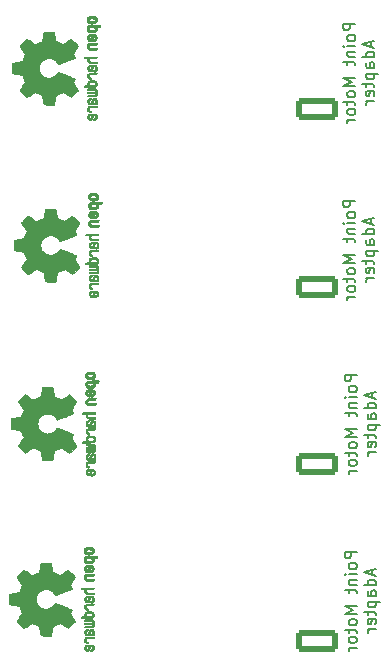
<source format=gbr>
%TF.GenerationSoftware,KiCad,Pcbnew,8.0.5*%
%TF.CreationDate,2025-06-13T11:53:07+02:00*%
%TF.ProjectId,wisselMotorExtension-THT,77697373-656c-44d6-9f74-6f7245787465,rev?*%
%TF.SameCoordinates,Original*%
%TF.FileFunction,Legend,Bot*%
%TF.FilePolarity,Positive*%
%FSLAX46Y46*%
G04 Gerber Fmt 4.6, Leading zero omitted, Abs format (unit mm)*
G04 Created by KiCad (PCBNEW 8.0.5) date 2025-06-13 11:53:07*
%MOMM*%
%LPD*%
G01*
G04 APERTURE LIST*
G04 Aperture macros list*
%AMRoundRect*
0 Rectangle with rounded corners*
0 $1 Rounding radius*
0 $2 $3 $4 $5 $6 $7 $8 $9 X,Y pos of 4 corners*
0 Add a 4 corners polygon primitive as box body*
4,1,4,$2,$3,$4,$5,$6,$7,$8,$9,$2,$3,0*
0 Add four circle primitives for the rounded corners*
1,1,$1+$1,$2,$3*
1,1,$1+$1,$4,$5*
1,1,$1+$1,$6,$7*
1,1,$1+$1,$8,$9*
0 Add four rect primitives between the rounded corners*
20,1,$1+$1,$2,$3,$4,$5,0*
20,1,$1+$1,$4,$5,$6,$7,0*
20,1,$1+$1,$6,$7,$8,$9,0*
20,1,$1+$1,$8,$9,$2,$3,0*%
G04 Aperture macros list end*
%ADD10C,0.150000*%
%ADD11C,0.010000*%
%ADD12R,1.710000X1.800000*%
%ADD13O,1.710000X1.800000*%
%ADD14RoundRect,0.250000X1.550000X-0.650000X1.550000X0.650000X-1.550000X0.650000X-1.550000X-0.650000X0*%
%ADD15O,3.600000X1.800000*%
%ADD16C,1.400000*%
%ADD17O,1.400000X1.400000*%
%ADD18C,3.200000*%
%ADD19R,2.200000X2.200000*%
%ADD20O,2.200000X2.200000*%
%ADD21C,2.200000*%
G04 APERTURE END LIST*
D10*
X74840875Y-70914142D02*
X73840875Y-70914142D01*
X73840875Y-70914142D02*
X73840875Y-71295094D01*
X73840875Y-71295094D02*
X73888494Y-71390332D01*
X73888494Y-71390332D02*
X73936113Y-71437951D01*
X73936113Y-71437951D02*
X74031351Y-71485570D01*
X74031351Y-71485570D02*
X74174208Y-71485570D01*
X74174208Y-71485570D02*
X74269446Y-71437951D01*
X74269446Y-71437951D02*
X74317065Y-71390332D01*
X74317065Y-71390332D02*
X74364684Y-71295094D01*
X74364684Y-71295094D02*
X74364684Y-70914142D01*
X74840875Y-72056999D02*
X74793256Y-71961761D01*
X74793256Y-71961761D02*
X74745636Y-71914142D01*
X74745636Y-71914142D02*
X74650398Y-71866523D01*
X74650398Y-71866523D02*
X74364684Y-71866523D01*
X74364684Y-71866523D02*
X74269446Y-71914142D01*
X74269446Y-71914142D02*
X74221827Y-71961761D01*
X74221827Y-71961761D02*
X74174208Y-72056999D01*
X74174208Y-72056999D02*
X74174208Y-72199856D01*
X74174208Y-72199856D02*
X74221827Y-72295094D01*
X74221827Y-72295094D02*
X74269446Y-72342713D01*
X74269446Y-72342713D02*
X74364684Y-72390332D01*
X74364684Y-72390332D02*
X74650398Y-72390332D01*
X74650398Y-72390332D02*
X74745636Y-72342713D01*
X74745636Y-72342713D02*
X74793256Y-72295094D01*
X74793256Y-72295094D02*
X74840875Y-72199856D01*
X74840875Y-72199856D02*
X74840875Y-72056999D01*
X74840875Y-72818904D02*
X74174208Y-72818904D01*
X73840875Y-72818904D02*
X73888494Y-72771285D01*
X73888494Y-72771285D02*
X73936113Y-72818904D01*
X73936113Y-72818904D02*
X73888494Y-72866523D01*
X73888494Y-72866523D02*
X73840875Y-72818904D01*
X73840875Y-72818904D02*
X73936113Y-72818904D01*
X74174208Y-73295094D02*
X74840875Y-73295094D01*
X74269446Y-73295094D02*
X74221827Y-73342713D01*
X74221827Y-73342713D02*
X74174208Y-73437951D01*
X74174208Y-73437951D02*
X74174208Y-73580808D01*
X74174208Y-73580808D02*
X74221827Y-73676046D01*
X74221827Y-73676046D02*
X74317065Y-73723665D01*
X74317065Y-73723665D02*
X74840875Y-73723665D01*
X74174208Y-74056999D02*
X74174208Y-74437951D01*
X73840875Y-74199856D02*
X74698017Y-74199856D01*
X74698017Y-74199856D02*
X74793256Y-74247475D01*
X74793256Y-74247475D02*
X74840875Y-74342713D01*
X74840875Y-74342713D02*
X74840875Y-74437951D01*
X74840875Y-75533190D02*
X73840875Y-75533190D01*
X73840875Y-75533190D02*
X74555160Y-75866523D01*
X74555160Y-75866523D02*
X73840875Y-76199856D01*
X73840875Y-76199856D02*
X74840875Y-76199856D01*
X74840875Y-76818904D02*
X74793256Y-76723666D01*
X74793256Y-76723666D02*
X74745636Y-76676047D01*
X74745636Y-76676047D02*
X74650398Y-76628428D01*
X74650398Y-76628428D02*
X74364684Y-76628428D01*
X74364684Y-76628428D02*
X74269446Y-76676047D01*
X74269446Y-76676047D02*
X74221827Y-76723666D01*
X74221827Y-76723666D02*
X74174208Y-76818904D01*
X74174208Y-76818904D02*
X74174208Y-76961761D01*
X74174208Y-76961761D02*
X74221827Y-77056999D01*
X74221827Y-77056999D02*
X74269446Y-77104618D01*
X74269446Y-77104618D02*
X74364684Y-77152237D01*
X74364684Y-77152237D02*
X74650398Y-77152237D01*
X74650398Y-77152237D02*
X74745636Y-77104618D01*
X74745636Y-77104618D02*
X74793256Y-77056999D01*
X74793256Y-77056999D02*
X74840875Y-76961761D01*
X74840875Y-76961761D02*
X74840875Y-76818904D01*
X74174208Y-77437952D02*
X74174208Y-77818904D01*
X73840875Y-77580809D02*
X74698017Y-77580809D01*
X74698017Y-77580809D02*
X74793256Y-77628428D01*
X74793256Y-77628428D02*
X74840875Y-77723666D01*
X74840875Y-77723666D02*
X74840875Y-77818904D01*
X74840875Y-78295095D02*
X74793256Y-78199857D01*
X74793256Y-78199857D02*
X74745636Y-78152238D01*
X74745636Y-78152238D02*
X74650398Y-78104619D01*
X74650398Y-78104619D02*
X74364684Y-78104619D01*
X74364684Y-78104619D02*
X74269446Y-78152238D01*
X74269446Y-78152238D02*
X74221827Y-78199857D01*
X74221827Y-78199857D02*
X74174208Y-78295095D01*
X74174208Y-78295095D02*
X74174208Y-78437952D01*
X74174208Y-78437952D02*
X74221827Y-78533190D01*
X74221827Y-78533190D02*
X74269446Y-78580809D01*
X74269446Y-78580809D02*
X74364684Y-78628428D01*
X74364684Y-78628428D02*
X74650398Y-78628428D01*
X74650398Y-78628428D02*
X74745636Y-78580809D01*
X74745636Y-78580809D02*
X74793256Y-78533190D01*
X74793256Y-78533190D02*
X74840875Y-78437952D01*
X74840875Y-78437952D02*
X74840875Y-78295095D01*
X74840875Y-79057000D02*
X74174208Y-79057000D01*
X74364684Y-79057000D02*
X74269446Y-79104619D01*
X74269446Y-79104619D02*
X74221827Y-79152238D01*
X74221827Y-79152238D02*
X74174208Y-79247476D01*
X74174208Y-79247476D02*
X74174208Y-79342714D01*
X76165104Y-72437952D02*
X76165104Y-72914142D01*
X76450819Y-72342714D02*
X75450819Y-72676047D01*
X75450819Y-72676047D02*
X76450819Y-73009380D01*
X76450819Y-73771285D02*
X75450819Y-73771285D01*
X76403200Y-73771285D02*
X76450819Y-73676047D01*
X76450819Y-73676047D02*
X76450819Y-73485571D01*
X76450819Y-73485571D02*
X76403200Y-73390333D01*
X76403200Y-73390333D02*
X76355580Y-73342714D01*
X76355580Y-73342714D02*
X76260342Y-73295095D01*
X76260342Y-73295095D02*
X75974628Y-73295095D01*
X75974628Y-73295095D02*
X75879390Y-73342714D01*
X75879390Y-73342714D02*
X75831771Y-73390333D01*
X75831771Y-73390333D02*
X75784152Y-73485571D01*
X75784152Y-73485571D02*
X75784152Y-73676047D01*
X75784152Y-73676047D02*
X75831771Y-73771285D01*
X76450819Y-74676047D02*
X75927009Y-74676047D01*
X75927009Y-74676047D02*
X75831771Y-74628428D01*
X75831771Y-74628428D02*
X75784152Y-74533190D01*
X75784152Y-74533190D02*
X75784152Y-74342714D01*
X75784152Y-74342714D02*
X75831771Y-74247476D01*
X76403200Y-74676047D02*
X76450819Y-74580809D01*
X76450819Y-74580809D02*
X76450819Y-74342714D01*
X76450819Y-74342714D02*
X76403200Y-74247476D01*
X76403200Y-74247476D02*
X76307961Y-74199857D01*
X76307961Y-74199857D02*
X76212723Y-74199857D01*
X76212723Y-74199857D02*
X76117485Y-74247476D01*
X76117485Y-74247476D02*
X76069866Y-74342714D01*
X76069866Y-74342714D02*
X76069866Y-74580809D01*
X76069866Y-74580809D02*
X76022247Y-74676047D01*
X75784152Y-75152238D02*
X76784152Y-75152238D01*
X75831771Y-75152238D02*
X75784152Y-75247476D01*
X75784152Y-75247476D02*
X75784152Y-75437952D01*
X75784152Y-75437952D02*
X75831771Y-75533190D01*
X75831771Y-75533190D02*
X75879390Y-75580809D01*
X75879390Y-75580809D02*
X75974628Y-75628428D01*
X75974628Y-75628428D02*
X76260342Y-75628428D01*
X76260342Y-75628428D02*
X76355580Y-75580809D01*
X76355580Y-75580809D02*
X76403200Y-75533190D01*
X76403200Y-75533190D02*
X76450819Y-75437952D01*
X76450819Y-75437952D02*
X76450819Y-75247476D01*
X76450819Y-75247476D02*
X76403200Y-75152238D01*
X75784152Y-75914143D02*
X75784152Y-76295095D01*
X75450819Y-76057000D02*
X76307961Y-76057000D01*
X76307961Y-76057000D02*
X76403200Y-76104619D01*
X76403200Y-76104619D02*
X76450819Y-76199857D01*
X76450819Y-76199857D02*
X76450819Y-76295095D01*
X76403200Y-77009381D02*
X76450819Y-76914143D01*
X76450819Y-76914143D02*
X76450819Y-76723667D01*
X76450819Y-76723667D02*
X76403200Y-76628429D01*
X76403200Y-76628429D02*
X76307961Y-76580810D01*
X76307961Y-76580810D02*
X75927009Y-76580810D01*
X75927009Y-76580810D02*
X75831771Y-76628429D01*
X75831771Y-76628429D02*
X75784152Y-76723667D01*
X75784152Y-76723667D02*
X75784152Y-76914143D01*
X75784152Y-76914143D02*
X75831771Y-77009381D01*
X75831771Y-77009381D02*
X75927009Y-77057000D01*
X75927009Y-77057000D02*
X76022247Y-77057000D01*
X76022247Y-77057000D02*
X76117485Y-76580810D01*
X76450819Y-77485572D02*
X75784152Y-77485572D01*
X75974628Y-77485572D02*
X75879390Y-77533191D01*
X75879390Y-77533191D02*
X75831771Y-77580810D01*
X75831771Y-77580810D02*
X75784152Y-77676048D01*
X75784152Y-77676048D02*
X75784152Y-77771286D01*
X74840875Y-55928142D02*
X73840875Y-55928142D01*
X73840875Y-55928142D02*
X73840875Y-56309094D01*
X73840875Y-56309094D02*
X73888494Y-56404332D01*
X73888494Y-56404332D02*
X73936113Y-56451951D01*
X73936113Y-56451951D02*
X74031351Y-56499570D01*
X74031351Y-56499570D02*
X74174208Y-56499570D01*
X74174208Y-56499570D02*
X74269446Y-56451951D01*
X74269446Y-56451951D02*
X74317065Y-56404332D01*
X74317065Y-56404332D02*
X74364684Y-56309094D01*
X74364684Y-56309094D02*
X74364684Y-55928142D01*
X74840875Y-57070999D02*
X74793256Y-56975761D01*
X74793256Y-56975761D02*
X74745636Y-56928142D01*
X74745636Y-56928142D02*
X74650398Y-56880523D01*
X74650398Y-56880523D02*
X74364684Y-56880523D01*
X74364684Y-56880523D02*
X74269446Y-56928142D01*
X74269446Y-56928142D02*
X74221827Y-56975761D01*
X74221827Y-56975761D02*
X74174208Y-57070999D01*
X74174208Y-57070999D02*
X74174208Y-57213856D01*
X74174208Y-57213856D02*
X74221827Y-57309094D01*
X74221827Y-57309094D02*
X74269446Y-57356713D01*
X74269446Y-57356713D02*
X74364684Y-57404332D01*
X74364684Y-57404332D02*
X74650398Y-57404332D01*
X74650398Y-57404332D02*
X74745636Y-57356713D01*
X74745636Y-57356713D02*
X74793256Y-57309094D01*
X74793256Y-57309094D02*
X74840875Y-57213856D01*
X74840875Y-57213856D02*
X74840875Y-57070999D01*
X74840875Y-57832904D02*
X74174208Y-57832904D01*
X73840875Y-57832904D02*
X73888494Y-57785285D01*
X73888494Y-57785285D02*
X73936113Y-57832904D01*
X73936113Y-57832904D02*
X73888494Y-57880523D01*
X73888494Y-57880523D02*
X73840875Y-57832904D01*
X73840875Y-57832904D02*
X73936113Y-57832904D01*
X74174208Y-58309094D02*
X74840875Y-58309094D01*
X74269446Y-58309094D02*
X74221827Y-58356713D01*
X74221827Y-58356713D02*
X74174208Y-58451951D01*
X74174208Y-58451951D02*
X74174208Y-58594808D01*
X74174208Y-58594808D02*
X74221827Y-58690046D01*
X74221827Y-58690046D02*
X74317065Y-58737665D01*
X74317065Y-58737665D02*
X74840875Y-58737665D01*
X74174208Y-59070999D02*
X74174208Y-59451951D01*
X73840875Y-59213856D02*
X74698017Y-59213856D01*
X74698017Y-59213856D02*
X74793256Y-59261475D01*
X74793256Y-59261475D02*
X74840875Y-59356713D01*
X74840875Y-59356713D02*
X74840875Y-59451951D01*
X74840875Y-60547190D02*
X73840875Y-60547190D01*
X73840875Y-60547190D02*
X74555160Y-60880523D01*
X74555160Y-60880523D02*
X73840875Y-61213856D01*
X73840875Y-61213856D02*
X74840875Y-61213856D01*
X74840875Y-61832904D02*
X74793256Y-61737666D01*
X74793256Y-61737666D02*
X74745636Y-61690047D01*
X74745636Y-61690047D02*
X74650398Y-61642428D01*
X74650398Y-61642428D02*
X74364684Y-61642428D01*
X74364684Y-61642428D02*
X74269446Y-61690047D01*
X74269446Y-61690047D02*
X74221827Y-61737666D01*
X74221827Y-61737666D02*
X74174208Y-61832904D01*
X74174208Y-61832904D02*
X74174208Y-61975761D01*
X74174208Y-61975761D02*
X74221827Y-62070999D01*
X74221827Y-62070999D02*
X74269446Y-62118618D01*
X74269446Y-62118618D02*
X74364684Y-62166237D01*
X74364684Y-62166237D02*
X74650398Y-62166237D01*
X74650398Y-62166237D02*
X74745636Y-62118618D01*
X74745636Y-62118618D02*
X74793256Y-62070999D01*
X74793256Y-62070999D02*
X74840875Y-61975761D01*
X74840875Y-61975761D02*
X74840875Y-61832904D01*
X74174208Y-62451952D02*
X74174208Y-62832904D01*
X73840875Y-62594809D02*
X74698017Y-62594809D01*
X74698017Y-62594809D02*
X74793256Y-62642428D01*
X74793256Y-62642428D02*
X74840875Y-62737666D01*
X74840875Y-62737666D02*
X74840875Y-62832904D01*
X74840875Y-63309095D02*
X74793256Y-63213857D01*
X74793256Y-63213857D02*
X74745636Y-63166238D01*
X74745636Y-63166238D02*
X74650398Y-63118619D01*
X74650398Y-63118619D02*
X74364684Y-63118619D01*
X74364684Y-63118619D02*
X74269446Y-63166238D01*
X74269446Y-63166238D02*
X74221827Y-63213857D01*
X74221827Y-63213857D02*
X74174208Y-63309095D01*
X74174208Y-63309095D02*
X74174208Y-63451952D01*
X74174208Y-63451952D02*
X74221827Y-63547190D01*
X74221827Y-63547190D02*
X74269446Y-63594809D01*
X74269446Y-63594809D02*
X74364684Y-63642428D01*
X74364684Y-63642428D02*
X74650398Y-63642428D01*
X74650398Y-63642428D02*
X74745636Y-63594809D01*
X74745636Y-63594809D02*
X74793256Y-63547190D01*
X74793256Y-63547190D02*
X74840875Y-63451952D01*
X74840875Y-63451952D02*
X74840875Y-63309095D01*
X74840875Y-64071000D02*
X74174208Y-64071000D01*
X74364684Y-64071000D02*
X74269446Y-64118619D01*
X74269446Y-64118619D02*
X74221827Y-64166238D01*
X74221827Y-64166238D02*
X74174208Y-64261476D01*
X74174208Y-64261476D02*
X74174208Y-64356714D01*
X76165104Y-57451952D02*
X76165104Y-57928142D01*
X76450819Y-57356714D02*
X75450819Y-57690047D01*
X75450819Y-57690047D02*
X76450819Y-58023380D01*
X76450819Y-58785285D02*
X75450819Y-58785285D01*
X76403200Y-58785285D02*
X76450819Y-58690047D01*
X76450819Y-58690047D02*
X76450819Y-58499571D01*
X76450819Y-58499571D02*
X76403200Y-58404333D01*
X76403200Y-58404333D02*
X76355580Y-58356714D01*
X76355580Y-58356714D02*
X76260342Y-58309095D01*
X76260342Y-58309095D02*
X75974628Y-58309095D01*
X75974628Y-58309095D02*
X75879390Y-58356714D01*
X75879390Y-58356714D02*
X75831771Y-58404333D01*
X75831771Y-58404333D02*
X75784152Y-58499571D01*
X75784152Y-58499571D02*
X75784152Y-58690047D01*
X75784152Y-58690047D02*
X75831771Y-58785285D01*
X76450819Y-59690047D02*
X75927009Y-59690047D01*
X75927009Y-59690047D02*
X75831771Y-59642428D01*
X75831771Y-59642428D02*
X75784152Y-59547190D01*
X75784152Y-59547190D02*
X75784152Y-59356714D01*
X75784152Y-59356714D02*
X75831771Y-59261476D01*
X76403200Y-59690047D02*
X76450819Y-59594809D01*
X76450819Y-59594809D02*
X76450819Y-59356714D01*
X76450819Y-59356714D02*
X76403200Y-59261476D01*
X76403200Y-59261476D02*
X76307961Y-59213857D01*
X76307961Y-59213857D02*
X76212723Y-59213857D01*
X76212723Y-59213857D02*
X76117485Y-59261476D01*
X76117485Y-59261476D02*
X76069866Y-59356714D01*
X76069866Y-59356714D02*
X76069866Y-59594809D01*
X76069866Y-59594809D02*
X76022247Y-59690047D01*
X75784152Y-60166238D02*
X76784152Y-60166238D01*
X75831771Y-60166238D02*
X75784152Y-60261476D01*
X75784152Y-60261476D02*
X75784152Y-60451952D01*
X75784152Y-60451952D02*
X75831771Y-60547190D01*
X75831771Y-60547190D02*
X75879390Y-60594809D01*
X75879390Y-60594809D02*
X75974628Y-60642428D01*
X75974628Y-60642428D02*
X76260342Y-60642428D01*
X76260342Y-60642428D02*
X76355580Y-60594809D01*
X76355580Y-60594809D02*
X76403200Y-60547190D01*
X76403200Y-60547190D02*
X76450819Y-60451952D01*
X76450819Y-60451952D02*
X76450819Y-60261476D01*
X76450819Y-60261476D02*
X76403200Y-60166238D01*
X75784152Y-60928143D02*
X75784152Y-61309095D01*
X75450819Y-61071000D02*
X76307961Y-61071000D01*
X76307961Y-61071000D02*
X76403200Y-61118619D01*
X76403200Y-61118619D02*
X76450819Y-61213857D01*
X76450819Y-61213857D02*
X76450819Y-61309095D01*
X76403200Y-62023381D02*
X76450819Y-61928143D01*
X76450819Y-61928143D02*
X76450819Y-61737667D01*
X76450819Y-61737667D02*
X76403200Y-61642429D01*
X76403200Y-61642429D02*
X76307961Y-61594810D01*
X76307961Y-61594810D02*
X75927009Y-61594810D01*
X75927009Y-61594810D02*
X75831771Y-61642429D01*
X75831771Y-61642429D02*
X75784152Y-61737667D01*
X75784152Y-61737667D02*
X75784152Y-61928143D01*
X75784152Y-61928143D02*
X75831771Y-62023381D01*
X75831771Y-62023381D02*
X75927009Y-62071000D01*
X75927009Y-62071000D02*
X76022247Y-62071000D01*
X76022247Y-62071000D02*
X76117485Y-61594810D01*
X76450819Y-62499572D02*
X75784152Y-62499572D01*
X75974628Y-62499572D02*
X75879390Y-62547191D01*
X75879390Y-62547191D02*
X75831771Y-62594810D01*
X75831771Y-62594810D02*
X75784152Y-62690048D01*
X75784152Y-62690048D02*
X75784152Y-62785286D01*
X74713875Y-41196142D02*
X73713875Y-41196142D01*
X73713875Y-41196142D02*
X73713875Y-41577094D01*
X73713875Y-41577094D02*
X73761494Y-41672332D01*
X73761494Y-41672332D02*
X73809113Y-41719951D01*
X73809113Y-41719951D02*
X73904351Y-41767570D01*
X73904351Y-41767570D02*
X74047208Y-41767570D01*
X74047208Y-41767570D02*
X74142446Y-41719951D01*
X74142446Y-41719951D02*
X74190065Y-41672332D01*
X74190065Y-41672332D02*
X74237684Y-41577094D01*
X74237684Y-41577094D02*
X74237684Y-41196142D01*
X74713875Y-42338999D02*
X74666256Y-42243761D01*
X74666256Y-42243761D02*
X74618636Y-42196142D01*
X74618636Y-42196142D02*
X74523398Y-42148523D01*
X74523398Y-42148523D02*
X74237684Y-42148523D01*
X74237684Y-42148523D02*
X74142446Y-42196142D01*
X74142446Y-42196142D02*
X74094827Y-42243761D01*
X74094827Y-42243761D02*
X74047208Y-42338999D01*
X74047208Y-42338999D02*
X74047208Y-42481856D01*
X74047208Y-42481856D02*
X74094827Y-42577094D01*
X74094827Y-42577094D02*
X74142446Y-42624713D01*
X74142446Y-42624713D02*
X74237684Y-42672332D01*
X74237684Y-42672332D02*
X74523398Y-42672332D01*
X74523398Y-42672332D02*
X74618636Y-42624713D01*
X74618636Y-42624713D02*
X74666256Y-42577094D01*
X74666256Y-42577094D02*
X74713875Y-42481856D01*
X74713875Y-42481856D02*
X74713875Y-42338999D01*
X74713875Y-43100904D02*
X74047208Y-43100904D01*
X73713875Y-43100904D02*
X73761494Y-43053285D01*
X73761494Y-43053285D02*
X73809113Y-43100904D01*
X73809113Y-43100904D02*
X73761494Y-43148523D01*
X73761494Y-43148523D02*
X73713875Y-43100904D01*
X73713875Y-43100904D02*
X73809113Y-43100904D01*
X74047208Y-43577094D02*
X74713875Y-43577094D01*
X74142446Y-43577094D02*
X74094827Y-43624713D01*
X74094827Y-43624713D02*
X74047208Y-43719951D01*
X74047208Y-43719951D02*
X74047208Y-43862808D01*
X74047208Y-43862808D02*
X74094827Y-43958046D01*
X74094827Y-43958046D02*
X74190065Y-44005665D01*
X74190065Y-44005665D02*
X74713875Y-44005665D01*
X74047208Y-44338999D02*
X74047208Y-44719951D01*
X73713875Y-44481856D02*
X74571017Y-44481856D01*
X74571017Y-44481856D02*
X74666256Y-44529475D01*
X74666256Y-44529475D02*
X74713875Y-44624713D01*
X74713875Y-44624713D02*
X74713875Y-44719951D01*
X74713875Y-45815190D02*
X73713875Y-45815190D01*
X73713875Y-45815190D02*
X74428160Y-46148523D01*
X74428160Y-46148523D02*
X73713875Y-46481856D01*
X73713875Y-46481856D02*
X74713875Y-46481856D01*
X74713875Y-47100904D02*
X74666256Y-47005666D01*
X74666256Y-47005666D02*
X74618636Y-46958047D01*
X74618636Y-46958047D02*
X74523398Y-46910428D01*
X74523398Y-46910428D02*
X74237684Y-46910428D01*
X74237684Y-46910428D02*
X74142446Y-46958047D01*
X74142446Y-46958047D02*
X74094827Y-47005666D01*
X74094827Y-47005666D02*
X74047208Y-47100904D01*
X74047208Y-47100904D02*
X74047208Y-47243761D01*
X74047208Y-47243761D02*
X74094827Y-47338999D01*
X74094827Y-47338999D02*
X74142446Y-47386618D01*
X74142446Y-47386618D02*
X74237684Y-47434237D01*
X74237684Y-47434237D02*
X74523398Y-47434237D01*
X74523398Y-47434237D02*
X74618636Y-47386618D01*
X74618636Y-47386618D02*
X74666256Y-47338999D01*
X74666256Y-47338999D02*
X74713875Y-47243761D01*
X74713875Y-47243761D02*
X74713875Y-47100904D01*
X74047208Y-47719952D02*
X74047208Y-48100904D01*
X73713875Y-47862809D02*
X74571017Y-47862809D01*
X74571017Y-47862809D02*
X74666256Y-47910428D01*
X74666256Y-47910428D02*
X74713875Y-48005666D01*
X74713875Y-48005666D02*
X74713875Y-48100904D01*
X74713875Y-48577095D02*
X74666256Y-48481857D01*
X74666256Y-48481857D02*
X74618636Y-48434238D01*
X74618636Y-48434238D02*
X74523398Y-48386619D01*
X74523398Y-48386619D02*
X74237684Y-48386619D01*
X74237684Y-48386619D02*
X74142446Y-48434238D01*
X74142446Y-48434238D02*
X74094827Y-48481857D01*
X74094827Y-48481857D02*
X74047208Y-48577095D01*
X74047208Y-48577095D02*
X74047208Y-48719952D01*
X74047208Y-48719952D02*
X74094827Y-48815190D01*
X74094827Y-48815190D02*
X74142446Y-48862809D01*
X74142446Y-48862809D02*
X74237684Y-48910428D01*
X74237684Y-48910428D02*
X74523398Y-48910428D01*
X74523398Y-48910428D02*
X74618636Y-48862809D01*
X74618636Y-48862809D02*
X74666256Y-48815190D01*
X74666256Y-48815190D02*
X74713875Y-48719952D01*
X74713875Y-48719952D02*
X74713875Y-48577095D01*
X74713875Y-49339000D02*
X74047208Y-49339000D01*
X74237684Y-49339000D02*
X74142446Y-49386619D01*
X74142446Y-49386619D02*
X74094827Y-49434238D01*
X74094827Y-49434238D02*
X74047208Y-49529476D01*
X74047208Y-49529476D02*
X74047208Y-49624714D01*
X76038104Y-42719952D02*
X76038104Y-43196142D01*
X76323819Y-42624714D02*
X75323819Y-42958047D01*
X75323819Y-42958047D02*
X76323819Y-43291380D01*
X76323819Y-44053285D02*
X75323819Y-44053285D01*
X76276200Y-44053285D02*
X76323819Y-43958047D01*
X76323819Y-43958047D02*
X76323819Y-43767571D01*
X76323819Y-43767571D02*
X76276200Y-43672333D01*
X76276200Y-43672333D02*
X76228580Y-43624714D01*
X76228580Y-43624714D02*
X76133342Y-43577095D01*
X76133342Y-43577095D02*
X75847628Y-43577095D01*
X75847628Y-43577095D02*
X75752390Y-43624714D01*
X75752390Y-43624714D02*
X75704771Y-43672333D01*
X75704771Y-43672333D02*
X75657152Y-43767571D01*
X75657152Y-43767571D02*
X75657152Y-43958047D01*
X75657152Y-43958047D02*
X75704771Y-44053285D01*
X76323819Y-44958047D02*
X75800009Y-44958047D01*
X75800009Y-44958047D02*
X75704771Y-44910428D01*
X75704771Y-44910428D02*
X75657152Y-44815190D01*
X75657152Y-44815190D02*
X75657152Y-44624714D01*
X75657152Y-44624714D02*
X75704771Y-44529476D01*
X76276200Y-44958047D02*
X76323819Y-44862809D01*
X76323819Y-44862809D02*
X76323819Y-44624714D01*
X76323819Y-44624714D02*
X76276200Y-44529476D01*
X76276200Y-44529476D02*
X76180961Y-44481857D01*
X76180961Y-44481857D02*
X76085723Y-44481857D01*
X76085723Y-44481857D02*
X75990485Y-44529476D01*
X75990485Y-44529476D02*
X75942866Y-44624714D01*
X75942866Y-44624714D02*
X75942866Y-44862809D01*
X75942866Y-44862809D02*
X75895247Y-44958047D01*
X75657152Y-45434238D02*
X76657152Y-45434238D01*
X75704771Y-45434238D02*
X75657152Y-45529476D01*
X75657152Y-45529476D02*
X75657152Y-45719952D01*
X75657152Y-45719952D02*
X75704771Y-45815190D01*
X75704771Y-45815190D02*
X75752390Y-45862809D01*
X75752390Y-45862809D02*
X75847628Y-45910428D01*
X75847628Y-45910428D02*
X76133342Y-45910428D01*
X76133342Y-45910428D02*
X76228580Y-45862809D01*
X76228580Y-45862809D02*
X76276200Y-45815190D01*
X76276200Y-45815190D02*
X76323819Y-45719952D01*
X76323819Y-45719952D02*
X76323819Y-45529476D01*
X76323819Y-45529476D02*
X76276200Y-45434238D01*
X75657152Y-46196143D02*
X75657152Y-46577095D01*
X75323819Y-46339000D02*
X76180961Y-46339000D01*
X76180961Y-46339000D02*
X76276200Y-46386619D01*
X76276200Y-46386619D02*
X76323819Y-46481857D01*
X76323819Y-46481857D02*
X76323819Y-46577095D01*
X76276200Y-47291381D02*
X76323819Y-47196143D01*
X76323819Y-47196143D02*
X76323819Y-47005667D01*
X76323819Y-47005667D02*
X76276200Y-46910429D01*
X76276200Y-46910429D02*
X76180961Y-46862810D01*
X76180961Y-46862810D02*
X75800009Y-46862810D01*
X75800009Y-46862810D02*
X75704771Y-46910429D01*
X75704771Y-46910429D02*
X75657152Y-47005667D01*
X75657152Y-47005667D02*
X75657152Y-47196143D01*
X75657152Y-47196143D02*
X75704771Y-47291381D01*
X75704771Y-47291381D02*
X75800009Y-47339000D01*
X75800009Y-47339000D02*
X75895247Y-47339000D01*
X75895247Y-47339000D02*
X75990485Y-46862810D01*
X76323819Y-47767572D02*
X75657152Y-47767572D01*
X75847628Y-47767572D02*
X75752390Y-47815191D01*
X75752390Y-47815191D02*
X75704771Y-47862810D01*
X75704771Y-47862810D02*
X75657152Y-47958048D01*
X75657152Y-47958048D02*
X75657152Y-48053286D01*
X74713875Y-26210142D02*
X73713875Y-26210142D01*
X73713875Y-26210142D02*
X73713875Y-26591094D01*
X73713875Y-26591094D02*
X73761494Y-26686332D01*
X73761494Y-26686332D02*
X73809113Y-26733951D01*
X73809113Y-26733951D02*
X73904351Y-26781570D01*
X73904351Y-26781570D02*
X74047208Y-26781570D01*
X74047208Y-26781570D02*
X74142446Y-26733951D01*
X74142446Y-26733951D02*
X74190065Y-26686332D01*
X74190065Y-26686332D02*
X74237684Y-26591094D01*
X74237684Y-26591094D02*
X74237684Y-26210142D01*
X74713875Y-27352999D02*
X74666256Y-27257761D01*
X74666256Y-27257761D02*
X74618636Y-27210142D01*
X74618636Y-27210142D02*
X74523398Y-27162523D01*
X74523398Y-27162523D02*
X74237684Y-27162523D01*
X74237684Y-27162523D02*
X74142446Y-27210142D01*
X74142446Y-27210142D02*
X74094827Y-27257761D01*
X74094827Y-27257761D02*
X74047208Y-27352999D01*
X74047208Y-27352999D02*
X74047208Y-27495856D01*
X74047208Y-27495856D02*
X74094827Y-27591094D01*
X74094827Y-27591094D02*
X74142446Y-27638713D01*
X74142446Y-27638713D02*
X74237684Y-27686332D01*
X74237684Y-27686332D02*
X74523398Y-27686332D01*
X74523398Y-27686332D02*
X74618636Y-27638713D01*
X74618636Y-27638713D02*
X74666256Y-27591094D01*
X74666256Y-27591094D02*
X74713875Y-27495856D01*
X74713875Y-27495856D02*
X74713875Y-27352999D01*
X74713875Y-28114904D02*
X74047208Y-28114904D01*
X73713875Y-28114904D02*
X73761494Y-28067285D01*
X73761494Y-28067285D02*
X73809113Y-28114904D01*
X73809113Y-28114904D02*
X73761494Y-28162523D01*
X73761494Y-28162523D02*
X73713875Y-28114904D01*
X73713875Y-28114904D02*
X73809113Y-28114904D01*
X74047208Y-28591094D02*
X74713875Y-28591094D01*
X74142446Y-28591094D02*
X74094827Y-28638713D01*
X74094827Y-28638713D02*
X74047208Y-28733951D01*
X74047208Y-28733951D02*
X74047208Y-28876808D01*
X74047208Y-28876808D02*
X74094827Y-28972046D01*
X74094827Y-28972046D02*
X74190065Y-29019665D01*
X74190065Y-29019665D02*
X74713875Y-29019665D01*
X74047208Y-29352999D02*
X74047208Y-29733951D01*
X73713875Y-29495856D02*
X74571017Y-29495856D01*
X74571017Y-29495856D02*
X74666256Y-29543475D01*
X74666256Y-29543475D02*
X74713875Y-29638713D01*
X74713875Y-29638713D02*
X74713875Y-29733951D01*
X74713875Y-30829190D02*
X73713875Y-30829190D01*
X73713875Y-30829190D02*
X74428160Y-31162523D01*
X74428160Y-31162523D02*
X73713875Y-31495856D01*
X73713875Y-31495856D02*
X74713875Y-31495856D01*
X74713875Y-32114904D02*
X74666256Y-32019666D01*
X74666256Y-32019666D02*
X74618636Y-31972047D01*
X74618636Y-31972047D02*
X74523398Y-31924428D01*
X74523398Y-31924428D02*
X74237684Y-31924428D01*
X74237684Y-31924428D02*
X74142446Y-31972047D01*
X74142446Y-31972047D02*
X74094827Y-32019666D01*
X74094827Y-32019666D02*
X74047208Y-32114904D01*
X74047208Y-32114904D02*
X74047208Y-32257761D01*
X74047208Y-32257761D02*
X74094827Y-32352999D01*
X74094827Y-32352999D02*
X74142446Y-32400618D01*
X74142446Y-32400618D02*
X74237684Y-32448237D01*
X74237684Y-32448237D02*
X74523398Y-32448237D01*
X74523398Y-32448237D02*
X74618636Y-32400618D01*
X74618636Y-32400618D02*
X74666256Y-32352999D01*
X74666256Y-32352999D02*
X74713875Y-32257761D01*
X74713875Y-32257761D02*
X74713875Y-32114904D01*
X74047208Y-32733952D02*
X74047208Y-33114904D01*
X73713875Y-32876809D02*
X74571017Y-32876809D01*
X74571017Y-32876809D02*
X74666256Y-32924428D01*
X74666256Y-32924428D02*
X74713875Y-33019666D01*
X74713875Y-33019666D02*
X74713875Y-33114904D01*
X74713875Y-33591095D02*
X74666256Y-33495857D01*
X74666256Y-33495857D02*
X74618636Y-33448238D01*
X74618636Y-33448238D02*
X74523398Y-33400619D01*
X74523398Y-33400619D02*
X74237684Y-33400619D01*
X74237684Y-33400619D02*
X74142446Y-33448238D01*
X74142446Y-33448238D02*
X74094827Y-33495857D01*
X74094827Y-33495857D02*
X74047208Y-33591095D01*
X74047208Y-33591095D02*
X74047208Y-33733952D01*
X74047208Y-33733952D02*
X74094827Y-33829190D01*
X74094827Y-33829190D02*
X74142446Y-33876809D01*
X74142446Y-33876809D02*
X74237684Y-33924428D01*
X74237684Y-33924428D02*
X74523398Y-33924428D01*
X74523398Y-33924428D02*
X74618636Y-33876809D01*
X74618636Y-33876809D02*
X74666256Y-33829190D01*
X74666256Y-33829190D02*
X74713875Y-33733952D01*
X74713875Y-33733952D02*
X74713875Y-33591095D01*
X74713875Y-34353000D02*
X74047208Y-34353000D01*
X74237684Y-34353000D02*
X74142446Y-34400619D01*
X74142446Y-34400619D02*
X74094827Y-34448238D01*
X74094827Y-34448238D02*
X74047208Y-34543476D01*
X74047208Y-34543476D02*
X74047208Y-34638714D01*
X76038104Y-27733952D02*
X76038104Y-28210142D01*
X76323819Y-27638714D02*
X75323819Y-27972047D01*
X75323819Y-27972047D02*
X76323819Y-28305380D01*
X76323819Y-29067285D02*
X75323819Y-29067285D01*
X76276200Y-29067285D02*
X76323819Y-28972047D01*
X76323819Y-28972047D02*
X76323819Y-28781571D01*
X76323819Y-28781571D02*
X76276200Y-28686333D01*
X76276200Y-28686333D02*
X76228580Y-28638714D01*
X76228580Y-28638714D02*
X76133342Y-28591095D01*
X76133342Y-28591095D02*
X75847628Y-28591095D01*
X75847628Y-28591095D02*
X75752390Y-28638714D01*
X75752390Y-28638714D02*
X75704771Y-28686333D01*
X75704771Y-28686333D02*
X75657152Y-28781571D01*
X75657152Y-28781571D02*
X75657152Y-28972047D01*
X75657152Y-28972047D02*
X75704771Y-29067285D01*
X76323819Y-29972047D02*
X75800009Y-29972047D01*
X75800009Y-29972047D02*
X75704771Y-29924428D01*
X75704771Y-29924428D02*
X75657152Y-29829190D01*
X75657152Y-29829190D02*
X75657152Y-29638714D01*
X75657152Y-29638714D02*
X75704771Y-29543476D01*
X76276200Y-29972047D02*
X76323819Y-29876809D01*
X76323819Y-29876809D02*
X76323819Y-29638714D01*
X76323819Y-29638714D02*
X76276200Y-29543476D01*
X76276200Y-29543476D02*
X76180961Y-29495857D01*
X76180961Y-29495857D02*
X76085723Y-29495857D01*
X76085723Y-29495857D02*
X75990485Y-29543476D01*
X75990485Y-29543476D02*
X75942866Y-29638714D01*
X75942866Y-29638714D02*
X75942866Y-29876809D01*
X75942866Y-29876809D02*
X75895247Y-29972047D01*
X75657152Y-30448238D02*
X76657152Y-30448238D01*
X75704771Y-30448238D02*
X75657152Y-30543476D01*
X75657152Y-30543476D02*
X75657152Y-30733952D01*
X75657152Y-30733952D02*
X75704771Y-30829190D01*
X75704771Y-30829190D02*
X75752390Y-30876809D01*
X75752390Y-30876809D02*
X75847628Y-30924428D01*
X75847628Y-30924428D02*
X76133342Y-30924428D01*
X76133342Y-30924428D02*
X76228580Y-30876809D01*
X76228580Y-30876809D02*
X76276200Y-30829190D01*
X76276200Y-30829190D02*
X76323819Y-30733952D01*
X76323819Y-30733952D02*
X76323819Y-30543476D01*
X76323819Y-30543476D02*
X76276200Y-30448238D01*
X75657152Y-31210143D02*
X75657152Y-31591095D01*
X75323819Y-31353000D02*
X76180961Y-31353000D01*
X76180961Y-31353000D02*
X76276200Y-31400619D01*
X76276200Y-31400619D02*
X76323819Y-31495857D01*
X76323819Y-31495857D02*
X76323819Y-31591095D01*
X76276200Y-32305381D02*
X76323819Y-32210143D01*
X76323819Y-32210143D02*
X76323819Y-32019667D01*
X76323819Y-32019667D02*
X76276200Y-31924429D01*
X76276200Y-31924429D02*
X76180961Y-31876810D01*
X76180961Y-31876810D02*
X75800009Y-31876810D01*
X75800009Y-31876810D02*
X75704771Y-31924429D01*
X75704771Y-31924429D02*
X75657152Y-32019667D01*
X75657152Y-32019667D02*
X75657152Y-32210143D01*
X75657152Y-32210143D02*
X75704771Y-32305381D01*
X75704771Y-32305381D02*
X75800009Y-32353000D01*
X75800009Y-32353000D02*
X75895247Y-32353000D01*
X75895247Y-32353000D02*
X75990485Y-31876810D01*
X76323819Y-32781572D02*
X75657152Y-32781572D01*
X75847628Y-32781572D02*
X75752390Y-32829191D01*
X75752390Y-32829191D02*
X75704771Y-32876810D01*
X75704771Y-32876810D02*
X75657152Y-32972048D01*
X75657152Y-32972048D02*
X75657152Y-33067286D01*
D11*
%TO.C,REF\u002A\u002A*%
X52344805Y-78114997D02*
X52441308Y-78116140D01*
X52518323Y-78118081D01*
X52569319Y-78120635D01*
X52587769Y-78123619D01*
X52581667Y-78143038D01*
X52565095Y-78182234D01*
X52564558Y-78183411D01*
X52553903Y-78203765D01*
X52539282Y-78217454D01*
X52513673Y-78225801D01*
X52470054Y-78230126D01*
X52401403Y-78231752D01*
X52300698Y-78232000D01*
X52236813Y-78232500D01*
X52116751Y-78237836D01*
X52028809Y-78250055D01*
X51968375Y-78270448D01*
X51930836Y-78300305D01*
X51911581Y-78340918D01*
X51910239Y-78346552D01*
X51909191Y-78422622D01*
X51943271Y-78481948D01*
X52011598Y-78522923D01*
X52031351Y-78530230D01*
X52075066Y-78546886D01*
X52095155Y-78555321D01*
X52092387Y-78572644D01*
X52077365Y-78610475D01*
X52052556Y-78645760D01*
X52005670Y-78661846D01*
X51972087Y-78657048D01*
X51903967Y-78627569D01*
X51840134Y-78579902D01*
X51795988Y-78524161D01*
X51785782Y-78500807D01*
X51768718Y-78412381D01*
X51775476Y-78318499D01*
X51805440Y-78237833D01*
X51827954Y-78204286D01*
X51860212Y-78170313D01*
X51901246Y-78146081D01*
X51957108Y-78129999D01*
X52033851Y-78120479D01*
X52137525Y-78115932D01*
X52274184Y-78114769D01*
X52344805Y-78114997D01*
G36*
X52344805Y-78114997D02*
G01*
X52441308Y-78116140D01*
X52518323Y-78118081D01*
X52569319Y-78120635D01*
X52587769Y-78123619D01*
X52581667Y-78143038D01*
X52565095Y-78182234D01*
X52564558Y-78183411D01*
X52553903Y-78203765D01*
X52539282Y-78217454D01*
X52513673Y-78225801D01*
X52470054Y-78230126D01*
X52401403Y-78231752D01*
X52300698Y-78232000D01*
X52236813Y-78232500D01*
X52116751Y-78237836D01*
X52028809Y-78250055D01*
X51968375Y-78270448D01*
X51930836Y-78300305D01*
X51911581Y-78340918D01*
X51910239Y-78346552D01*
X51909191Y-78422622D01*
X51943271Y-78481948D01*
X52011598Y-78522923D01*
X52031351Y-78530230D01*
X52075066Y-78546886D01*
X52095155Y-78555321D01*
X52092387Y-78572644D01*
X52077365Y-78610475D01*
X52052556Y-78645760D01*
X52005670Y-78661846D01*
X51972087Y-78657048D01*
X51903967Y-78627569D01*
X51840134Y-78579902D01*
X51795988Y-78524161D01*
X51785782Y-78500807D01*
X51768718Y-78412381D01*
X51775476Y-78318499D01*
X51805440Y-78237833D01*
X51827954Y-78204286D01*
X51860212Y-78170313D01*
X51901246Y-78146081D01*
X51957108Y-78129999D01*
X52033851Y-78120479D01*
X52137525Y-78115932D01*
X52274184Y-78114769D01*
X52344805Y-78114997D01*
G37*
X52587738Y-72829697D02*
X52569787Y-72876754D01*
X52552511Y-72911985D01*
X52530242Y-72934983D01*
X52496165Y-72948345D01*
X52443463Y-72954672D01*
X52365323Y-72956563D01*
X52254928Y-72956615D01*
X52166935Y-72956883D01*
X52082502Y-72958479D01*
X52024834Y-72962288D01*
X51986988Y-72969180D01*
X51962024Y-72980025D01*
X51943000Y-72995692D01*
X51916153Y-73034208D01*
X51906034Y-73098909D01*
X51931606Y-73162919D01*
X51934880Y-73167144D01*
X51950007Y-73180311D01*
X51974268Y-73190025D01*
X52013650Y-73197097D01*
X52074141Y-73202344D01*
X52161729Y-73206579D01*
X52282402Y-73210615D01*
X52605515Y-73220385D01*
X52531065Y-73386461D01*
X52236062Y-73386461D01*
X52155919Y-73386117D01*
X52044431Y-73383153D01*
X51961421Y-73375649D01*
X51900199Y-73361810D01*
X51854075Y-73339845D01*
X51816358Y-73307961D01*
X51780358Y-73264367D01*
X51744089Y-73201664D01*
X51720412Y-73102883D01*
X51730684Y-73003628D01*
X51773569Y-72912371D01*
X51847729Y-72837584D01*
X51870944Y-72822083D01*
X51897256Y-72809226D01*
X51930420Y-72800107D01*
X51976881Y-72793898D01*
X52043082Y-72789767D01*
X52135468Y-72786884D01*
X52260485Y-72784421D01*
X52607278Y-72778303D01*
X52587738Y-72829697D01*
G36*
X52587738Y-72829697D02*
G01*
X52569787Y-72876754D01*
X52552511Y-72911985D01*
X52530242Y-72934983D01*
X52496165Y-72948345D01*
X52443463Y-72954672D01*
X52365323Y-72956563D01*
X52254928Y-72956615D01*
X52166935Y-72956883D01*
X52082502Y-72958479D01*
X52024834Y-72962288D01*
X51986988Y-72969180D01*
X51962024Y-72980025D01*
X51943000Y-72995692D01*
X51916153Y-73034208D01*
X51906034Y-73098909D01*
X51931606Y-73162919D01*
X51934880Y-73167144D01*
X51950007Y-73180311D01*
X51974268Y-73190025D01*
X52013650Y-73197097D01*
X52074141Y-73202344D01*
X52161729Y-73206579D01*
X52282402Y-73210615D01*
X52605515Y-73220385D01*
X52531065Y-73386461D01*
X52236062Y-73386461D01*
X52155919Y-73386117D01*
X52044431Y-73383153D01*
X51961421Y-73375649D01*
X51900199Y-73361810D01*
X51854075Y-73339845D01*
X51816358Y-73307961D01*
X51780358Y-73264367D01*
X51744089Y-73201664D01*
X51720412Y-73102883D01*
X51730684Y-73003628D01*
X51773569Y-72912371D01*
X51847729Y-72837584D01*
X51870944Y-72822083D01*
X51897256Y-72809226D01*
X51930420Y-72800107D01*
X51976881Y-72793898D01*
X52043082Y-72789767D01*
X52135468Y-72786884D01*
X52260485Y-72784421D01*
X52607278Y-72778303D01*
X52587738Y-72829697D01*
G37*
X52514296Y-75304239D02*
X52569507Y-75309395D01*
X52587769Y-75317842D01*
X52582301Y-75343406D01*
X52565733Y-75386834D01*
X52560888Y-75397060D01*
X52549920Y-75413033D01*
X52531890Y-75424046D01*
X52500396Y-75431250D01*
X52449036Y-75435792D01*
X52371410Y-75438820D01*
X52261115Y-75441484D01*
X52228875Y-75442215D01*
X52127050Y-75445035D01*
X52055788Y-75448696D01*
X52008332Y-75454306D01*
X51977925Y-75462971D01*
X51957810Y-75475798D01*
X51941229Y-75493895D01*
X51912161Y-75547475D01*
X51906564Y-75613388D01*
X51928807Y-75672365D01*
X51974859Y-75714797D01*
X52040692Y-75731077D01*
X52058587Y-75731530D01*
X52090982Y-75740422D01*
X52095925Y-75766675D01*
X52076633Y-75818081D01*
X52070446Y-75829987D01*
X52034058Y-75862165D01*
X51979954Y-75862802D01*
X51905128Y-75832144D01*
X51864350Y-75804022D01*
X51806421Y-75732117D01*
X51773670Y-75643362D01*
X51769212Y-75548458D01*
X51796167Y-75458108D01*
X51799581Y-75451940D01*
X51838692Y-75401553D01*
X51888975Y-75356502D01*
X51900339Y-75348645D01*
X51926860Y-75333624D01*
X51958336Y-75322893D01*
X52001591Y-75315514D01*
X52063449Y-75310548D01*
X52150733Y-75307058D01*
X52270269Y-75304107D01*
X52290478Y-75303689D01*
X52421499Y-75302346D01*
X52514296Y-75304239D01*
G36*
X52514296Y-75304239D02*
G01*
X52569507Y-75309395D01*
X52587769Y-75317842D01*
X52582301Y-75343406D01*
X52565733Y-75386834D01*
X52560888Y-75397060D01*
X52549920Y-75413033D01*
X52531890Y-75424046D01*
X52500396Y-75431250D01*
X52449036Y-75435792D01*
X52371410Y-75438820D01*
X52261115Y-75441484D01*
X52228875Y-75442215D01*
X52127050Y-75445035D01*
X52055788Y-75448696D01*
X52008332Y-75454306D01*
X51977925Y-75462971D01*
X51957810Y-75475798D01*
X51941229Y-75493895D01*
X51912161Y-75547475D01*
X51906564Y-75613388D01*
X51928807Y-75672365D01*
X51974859Y-75714797D01*
X52040692Y-75731077D01*
X52058587Y-75731530D01*
X52090982Y-75740422D01*
X52095925Y-75766675D01*
X52076633Y-75818081D01*
X52070446Y-75829987D01*
X52034058Y-75862165D01*
X51979954Y-75862802D01*
X51905128Y-75832144D01*
X51864350Y-75804022D01*
X51806421Y-75732117D01*
X51773670Y-75643362D01*
X51769212Y-75548458D01*
X51796167Y-75458108D01*
X51799581Y-75451940D01*
X51838692Y-75401553D01*
X51888975Y-75356502D01*
X51900339Y-75348645D01*
X51926860Y-75333624D01*
X51958336Y-75322893D01*
X52001591Y-75315514D01*
X52063449Y-75310548D01*
X52150733Y-75307058D01*
X52270269Y-75304107D01*
X52290478Y-75303689D01*
X52421499Y-75302346D01*
X52514296Y-75304239D01*
G37*
X52204094Y-73953340D02*
X52328805Y-73954042D01*
X52434557Y-73955117D01*
X52516322Y-73956500D01*
X52569069Y-73958126D01*
X52587769Y-73959930D01*
X52587706Y-73960636D01*
X52580912Y-73984613D01*
X52566320Y-74028315D01*
X52544870Y-74089846D01*
X52269617Y-74089846D01*
X52161466Y-74090237D01*
X52083026Y-74092054D01*
X52029647Y-74096233D01*
X51994256Y-74103714D01*
X51969779Y-74115433D01*
X51949144Y-74132329D01*
X51938170Y-74143848D01*
X51907775Y-74206136D01*
X51910466Y-74274789D01*
X51946406Y-74337702D01*
X51955325Y-74346861D01*
X51973844Y-74361529D01*
X51998326Y-74371567D01*
X52035393Y-74377849D01*
X52091667Y-74381252D01*
X52173771Y-74382651D01*
X52288329Y-74382923D01*
X52346430Y-74383053D01*
X52441993Y-74383901D01*
X52518526Y-74385406D01*
X52569345Y-74387415D01*
X52587769Y-74389777D01*
X52587706Y-74390482D01*
X52580912Y-74414459D01*
X52566320Y-74458161D01*
X52544870Y-74519692D01*
X52268358Y-74519662D01*
X52243742Y-74519616D01*
X52115419Y-74517030D01*
X52018384Y-74509087D01*
X51946057Y-74493845D01*
X51891855Y-74469364D01*
X51849198Y-74433702D01*
X51811505Y-74384918D01*
X51787910Y-74337339D01*
X51769672Y-74261268D01*
X51768636Y-74186444D01*
X51786378Y-74128923D01*
X51788829Y-74124598D01*
X51788566Y-74111262D01*
X51768039Y-74102149D01*
X51720980Y-74095572D01*
X51641120Y-74089846D01*
X51477236Y-74080077D01*
X51530806Y-73953077D01*
X52065455Y-73953077D01*
X52204094Y-73953340D01*
G36*
X52204094Y-73953340D02*
G01*
X52328805Y-73954042D01*
X52434557Y-73955117D01*
X52516322Y-73956500D01*
X52569069Y-73958126D01*
X52587769Y-73959930D01*
X52587706Y-73960636D01*
X52580912Y-73984613D01*
X52566320Y-74028315D01*
X52544870Y-74089846D01*
X52269617Y-74089846D01*
X52161466Y-74090237D01*
X52083026Y-74092054D01*
X52029647Y-74096233D01*
X51994256Y-74103714D01*
X51969779Y-74115433D01*
X51949144Y-74132329D01*
X51938170Y-74143848D01*
X51907775Y-74206136D01*
X51910466Y-74274789D01*
X51946406Y-74337702D01*
X51955325Y-74346861D01*
X51973844Y-74361529D01*
X51998326Y-74371567D01*
X52035393Y-74377849D01*
X52091667Y-74381252D01*
X52173771Y-74382651D01*
X52288329Y-74382923D01*
X52346430Y-74383053D01*
X52441993Y-74383901D01*
X52518526Y-74385406D01*
X52569345Y-74387415D01*
X52587769Y-74389777D01*
X52587706Y-74390482D01*
X52580912Y-74414459D01*
X52566320Y-74458161D01*
X52544870Y-74519692D01*
X52268358Y-74519662D01*
X52243742Y-74519616D01*
X52115419Y-74517030D01*
X52018384Y-74509087D01*
X51946057Y-74493845D01*
X51891855Y-74469364D01*
X51849198Y-74433702D01*
X51811505Y-74384918D01*
X51787910Y-74337339D01*
X51769672Y-74261268D01*
X51768636Y-74186444D01*
X51786378Y-74128923D01*
X51788829Y-74124598D01*
X51788566Y-74111262D01*
X51768039Y-74102149D01*
X51720980Y-74095572D01*
X51641120Y-74089846D01*
X51477236Y-74080077D01*
X51530806Y-73953077D01*
X52065455Y-73953077D01*
X52204094Y-73953340D01*
G37*
X52529363Y-76711215D02*
X52543228Y-76725338D01*
X52574046Y-76764464D01*
X52584028Y-76803922D01*
X52579433Y-76862638D01*
X52576462Y-76886544D01*
X52570176Y-76948199D01*
X52567672Y-76991308D01*
X52568055Y-77004095D01*
X52572200Y-77056554D01*
X52579433Y-77119978D01*
X52581918Y-77140270D01*
X52582895Y-77191390D01*
X52567462Y-77228793D01*
X52529363Y-77271401D01*
X52467533Y-77333231D01*
X52117343Y-77333231D01*
X52013857Y-77332749D01*
X51915192Y-77331247D01*
X51837068Y-77328911D01*
X51785662Y-77325929D01*
X51767154Y-77322491D01*
X51767204Y-77321770D01*
X51776413Y-77296797D01*
X51796707Y-77254601D01*
X51826261Y-77197451D01*
X52133746Y-77192072D01*
X52441231Y-77186692D01*
X52441231Y-77069461D01*
X52104192Y-77064115D01*
X52012574Y-77062421D01*
X51914649Y-77059995D01*
X51836906Y-77057366D01*
X51785642Y-77054754D01*
X51767154Y-77052377D01*
X51767219Y-77051694D01*
X51774020Y-77028004D01*
X51788604Y-76984454D01*
X51810054Y-76922923D01*
X52106104Y-76922624D01*
X52157532Y-76922324D01*
X52257466Y-76920246D01*
X52340925Y-76916530D01*
X52400377Y-76911570D01*
X52428287Y-76905760D01*
X52443214Y-76884976D01*
X52447825Y-76842560D01*
X52441231Y-76795923D01*
X52104192Y-76790577D01*
X52018546Y-76788664D01*
X51917172Y-76784697D01*
X51837655Y-76779509D01*
X51785736Y-76773501D01*
X51767154Y-76767073D01*
X51773034Y-76742002D01*
X51789829Y-76699150D01*
X51812503Y-76649385D01*
X52467533Y-76649385D01*
X52529363Y-76711215D01*
G36*
X52529363Y-76711215D02*
G01*
X52543228Y-76725338D01*
X52574046Y-76764464D01*
X52584028Y-76803922D01*
X52579433Y-76862638D01*
X52576462Y-76886544D01*
X52570176Y-76948199D01*
X52567672Y-76991308D01*
X52568055Y-77004095D01*
X52572200Y-77056554D01*
X52579433Y-77119978D01*
X52581918Y-77140270D01*
X52582895Y-77191390D01*
X52567462Y-77228793D01*
X52529363Y-77271401D01*
X52467533Y-77333231D01*
X52117343Y-77333231D01*
X52013857Y-77332749D01*
X51915192Y-77331247D01*
X51837068Y-77328911D01*
X51785662Y-77325929D01*
X51767154Y-77322491D01*
X51767204Y-77321770D01*
X51776413Y-77296797D01*
X51796707Y-77254601D01*
X51826261Y-77197451D01*
X52133746Y-77192072D01*
X52441231Y-77186692D01*
X52441231Y-77069461D01*
X52104192Y-77064115D01*
X52012574Y-77062421D01*
X51914649Y-77059995D01*
X51836906Y-77057366D01*
X51785642Y-77054754D01*
X51767154Y-77052377D01*
X51767219Y-77051694D01*
X51774020Y-77028004D01*
X51788604Y-76984454D01*
X51810054Y-76922923D01*
X52106104Y-76922624D01*
X52157532Y-76922324D01*
X52257466Y-76920246D01*
X52340925Y-76916530D01*
X52400377Y-76911570D01*
X52428287Y-76905760D01*
X52443214Y-76884976D01*
X52447825Y-76842560D01*
X52441231Y-76795923D01*
X52104192Y-76790577D01*
X52018546Y-76788664D01*
X51917172Y-76784697D01*
X51837655Y-76779509D01*
X51785736Y-76773501D01*
X51767154Y-76767073D01*
X51773034Y-76742002D01*
X51789829Y-76699150D01*
X51812503Y-76649385D01*
X52467533Y-76649385D01*
X52529363Y-76711215D01*
G37*
X52179105Y-70533865D02*
X52273584Y-70534924D01*
X52339414Y-70538564D01*
X52385394Y-70546108D01*
X52420321Y-70558878D01*
X52452995Y-70578197D01*
X52459775Y-70582950D01*
X52513231Y-70633241D01*
X52553547Y-70690543D01*
X52566629Y-70719968D01*
X52588450Y-70825701D01*
X52574336Y-70930266D01*
X52526105Y-71026632D01*
X52445579Y-71107765D01*
X52434791Y-71114615D01*
X52372153Y-71136903D01*
X52284935Y-71151921D01*
X52184210Y-71159208D01*
X52081052Y-71158301D01*
X51986533Y-71148738D01*
X51911727Y-71130057D01*
X51861905Y-71106049D01*
X51784409Y-71038464D01*
X51736256Y-70946886D01*
X51720727Y-70841720D01*
X51903923Y-70841720D01*
X51905432Y-70859984D01*
X51933107Y-70911152D01*
X51995172Y-70944965D01*
X52091037Y-70961204D01*
X52220114Y-70959651D01*
X52228420Y-70959026D01*
X52299643Y-70949923D01*
X52344809Y-70933712D01*
X52375752Y-70906340D01*
X52404737Y-70860447D01*
X52406261Y-70815058D01*
X52372846Y-70768308D01*
X52364053Y-70760176D01*
X52337741Y-70744246D01*
X52299520Y-70734841D01*
X52240349Y-70730368D01*
X52151182Y-70729231D01*
X52067664Y-70731178D01*
X51988095Y-70740895D01*
X51937808Y-70760953D01*
X51911513Y-70793760D01*
X51903923Y-70841720D01*
X51720727Y-70841720D01*
X51719703Y-70834787D01*
X51720599Y-70804849D01*
X51738929Y-70716685D01*
X51785104Y-70644267D01*
X51864648Y-70577808D01*
X51870548Y-70573853D01*
X51902288Y-70555960D01*
X51938163Y-70544322D01*
X51986906Y-70537629D01*
X52057249Y-70534574D01*
X52151182Y-70533894D01*
X52157923Y-70533846D01*
X52179105Y-70533865D01*
G36*
X52179105Y-70533865D02*
G01*
X52273584Y-70534924D01*
X52339414Y-70538564D01*
X52385394Y-70546108D01*
X52420321Y-70558878D01*
X52452995Y-70578197D01*
X52459775Y-70582950D01*
X52513231Y-70633241D01*
X52553547Y-70690543D01*
X52566629Y-70719968D01*
X52588450Y-70825701D01*
X52574336Y-70930266D01*
X52526105Y-71026632D01*
X52445579Y-71107765D01*
X52434791Y-71114615D01*
X52372153Y-71136903D01*
X52284935Y-71151921D01*
X52184210Y-71159208D01*
X52081052Y-71158301D01*
X51986533Y-71148738D01*
X51911727Y-71130057D01*
X51861905Y-71106049D01*
X51784409Y-71038464D01*
X51736256Y-70946886D01*
X51720727Y-70841720D01*
X51903923Y-70841720D01*
X51905432Y-70859984D01*
X51933107Y-70911152D01*
X51995172Y-70944965D01*
X52091037Y-70961204D01*
X52220114Y-70959651D01*
X52228420Y-70959026D01*
X52299643Y-70949923D01*
X52344809Y-70933712D01*
X52375752Y-70906340D01*
X52404737Y-70860447D01*
X52406261Y-70815058D01*
X52372846Y-70768308D01*
X52364053Y-70760176D01*
X52337741Y-70744246D01*
X52299520Y-70734841D01*
X52240349Y-70730368D01*
X52151182Y-70729231D01*
X52067664Y-70731178D01*
X51988095Y-70740895D01*
X51937808Y-70760953D01*
X51911513Y-70793760D01*
X51903923Y-70841720D01*
X51720727Y-70841720D01*
X51719703Y-70834787D01*
X51720599Y-70804849D01*
X51738929Y-70716685D01*
X51785104Y-70644267D01*
X51864648Y-70577808D01*
X51870548Y-70573853D01*
X51902288Y-70555960D01*
X51938163Y-70544322D01*
X51986906Y-70537629D01*
X52057249Y-70534574D01*
X52151182Y-70533894D01*
X52157923Y-70533846D01*
X52179105Y-70533865D01*
G37*
X52233449Y-78779587D02*
X52336047Y-78784359D01*
X52411126Y-78796850D01*
X52466748Y-78819879D01*
X52510975Y-78856268D01*
X52551869Y-78908838D01*
X52570466Y-78942286D01*
X52582991Y-78995902D01*
X52582003Y-79071220D01*
X52578035Y-79113328D01*
X52565920Y-79164121D01*
X52539585Y-79204720D01*
X52490514Y-79251951D01*
X52483346Y-79258262D01*
X52428189Y-79300723D01*
X52380150Y-79320982D01*
X52323184Y-79326154D01*
X52239471Y-79326154D01*
X52261552Y-79267654D01*
X52287364Y-79225006D01*
X52347928Y-79187936D01*
X52367320Y-79180197D01*
X52422235Y-79136926D01*
X52449879Y-79078024D01*
X52447393Y-79013889D01*
X52411923Y-78954923D01*
X52389805Y-78934658D01*
X52356436Y-78916280D01*
X52326117Y-78922029D01*
X52294913Y-78955113D01*
X52258887Y-79018739D01*
X52214103Y-79116115D01*
X52126445Y-79316385D01*
X52039607Y-79321699D01*
X51974663Y-79319353D01*
X51892590Y-79289814D01*
X51847361Y-79252528D01*
X51796838Y-79175224D01*
X51771316Y-79083522D01*
X51771490Y-79075360D01*
X51903721Y-79075360D01*
X51934339Y-79145960D01*
X51949648Y-79165526D01*
X51984296Y-79189217D01*
X52018538Y-79179312D01*
X52055096Y-79134244D01*
X52096692Y-79052443D01*
X52102718Y-79038908D01*
X52130753Y-78974182D01*
X52150472Y-78925753D01*
X52157923Y-78903249D01*
X52152438Y-78899839D01*
X52118948Y-78898471D01*
X52065116Y-78903349D01*
X52012473Y-78915636D01*
X51946151Y-78953959D01*
X51908780Y-79009280D01*
X51903721Y-79075360D01*
X51771490Y-79075360D01*
X51773336Y-78988726D01*
X51805440Y-78902141D01*
X51817767Y-78883080D01*
X51855912Y-78839360D01*
X51904167Y-78809460D01*
X51969710Y-78791032D01*
X52059720Y-78781730D01*
X52118948Y-78780501D01*
X52181376Y-78779206D01*
X52233449Y-78779587D01*
G36*
X52233449Y-78779587D02*
G01*
X52336047Y-78784359D01*
X52411126Y-78796850D01*
X52466748Y-78819879D01*
X52510975Y-78856268D01*
X52551869Y-78908838D01*
X52570466Y-78942286D01*
X52582991Y-78995902D01*
X52582003Y-79071220D01*
X52578035Y-79113328D01*
X52565920Y-79164121D01*
X52539585Y-79204720D01*
X52490514Y-79251951D01*
X52483346Y-79258262D01*
X52428189Y-79300723D01*
X52380150Y-79320982D01*
X52323184Y-79326154D01*
X52239471Y-79326154D01*
X52261552Y-79267654D01*
X52287364Y-79225006D01*
X52347928Y-79187936D01*
X52367320Y-79180197D01*
X52422235Y-79136926D01*
X52449879Y-79078024D01*
X52447393Y-79013889D01*
X52411923Y-78954923D01*
X52389805Y-78934658D01*
X52356436Y-78916280D01*
X52326117Y-78922029D01*
X52294913Y-78955113D01*
X52258887Y-79018739D01*
X52214103Y-79116115D01*
X52126445Y-79316385D01*
X52039607Y-79321699D01*
X51974663Y-79319353D01*
X51892590Y-79289814D01*
X51847361Y-79252528D01*
X51796838Y-79175224D01*
X51771316Y-79083522D01*
X51771490Y-79075360D01*
X51903721Y-79075360D01*
X51934339Y-79145960D01*
X51949648Y-79165526D01*
X51984296Y-79189217D01*
X52018538Y-79179312D01*
X52055096Y-79134244D01*
X52096692Y-79052443D01*
X52102718Y-79038908D01*
X52130753Y-78974182D01*
X52150472Y-78925753D01*
X52157923Y-78903249D01*
X52152438Y-78899839D01*
X52118948Y-78898471D01*
X52065116Y-78903349D01*
X52012473Y-78915636D01*
X51946151Y-78953959D01*
X51908780Y-79009280D01*
X51903721Y-79075360D01*
X51771490Y-79075360D01*
X51773336Y-78988726D01*
X51805440Y-78902141D01*
X51817767Y-78883080D01*
X51855912Y-78839360D01*
X51904167Y-78809460D01*
X51969710Y-78791032D01*
X52059720Y-78781730D01*
X52118948Y-78780501D01*
X52181376Y-78779206D01*
X52233449Y-78779587D01*
G37*
X52253652Y-75967161D02*
X52357507Y-75978190D01*
X52435333Y-76002186D01*
X52494760Y-76041957D01*
X52543418Y-76100312D01*
X52571546Y-76155900D01*
X52587199Y-76249249D01*
X52570084Y-76342470D01*
X52522388Y-76426728D01*
X52446294Y-76493182D01*
X52432262Y-76501207D01*
X52407679Y-76511804D01*
X52376309Y-76519665D01*
X52332769Y-76525193D01*
X52271678Y-76528794D01*
X52187655Y-76530872D01*
X52075320Y-76531833D01*
X51929289Y-76532081D01*
X51475963Y-76532154D01*
X51502564Y-76468654D01*
X51509845Y-76451864D01*
X51526287Y-76425141D01*
X51551187Y-76409844D01*
X51594732Y-76401437D01*
X51667106Y-76395385D01*
X51732089Y-76389856D01*
X51774750Y-76382550D01*
X51790670Y-76372082D01*
X51786400Y-76356308D01*
X51771397Y-76316110D01*
X51767678Y-76244272D01*
X51771089Y-76225301D01*
X51907057Y-76225301D01*
X51911575Y-76293600D01*
X51949144Y-76352902D01*
X51964040Y-76365667D01*
X51992089Y-76381236D01*
X52031258Y-76390238D01*
X52090858Y-76394383D01*
X52180200Y-76395385D01*
X52251316Y-76394923D01*
X52315641Y-76392001D01*
X52357166Y-76384779D01*
X52385067Y-76371439D01*
X52408517Y-76350164D01*
X52413025Y-76345179D01*
X52446295Y-76281137D01*
X52442890Y-76213375D01*
X52403042Y-76150266D01*
X52382398Y-76131474D01*
X52355029Y-76115746D01*
X52317192Y-76106961D01*
X52259355Y-76103141D01*
X52171986Y-76102308D01*
X52105319Y-76102719D01*
X52040245Y-76105566D01*
X51998251Y-76112744D01*
X51970063Y-76126111D01*
X51946406Y-76147528D01*
X51935753Y-76160110D01*
X51907057Y-76225301D01*
X51771089Y-76225301D01*
X51781572Y-76166990D01*
X51811505Y-76100312D01*
X51839211Y-76063629D01*
X51893269Y-76016528D01*
X51962577Y-75986362D01*
X52054765Y-75970322D01*
X52171986Y-75965809D01*
X52177462Y-75965599D01*
X52253652Y-75967161D01*
G36*
X52253652Y-75967161D02*
G01*
X52357507Y-75978190D01*
X52435333Y-76002186D01*
X52494760Y-76041957D01*
X52543418Y-76100312D01*
X52571546Y-76155900D01*
X52587199Y-76249249D01*
X52570084Y-76342470D01*
X52522388Y-76426728D01*
X52446294Y-76493182D01*
X52432262Y-76501207D01*
X52407679Y-76511804D01*
X52376309Y-76519665D01*
X52332769Y-76525193D01*
X52271678Y-76528794D01*
X52187655Y-76530872D01*
X52075320Y-76531833D01*
X51929289Y-76532081D01*
X51475963Y-76532154D01*
X51502564Y-76468654D01*
X51509845Y-76451864D01*
X51526287Y-76425141D01*
X51551187Y-76409844D01*
X51594732Y-76401437D01*
X51667106Y-76395385D01*
X51732089Y-76389856D01*
X51774750Y-76382550D01*
X51790670Y-76372082D01*
X51786400Y-76356308D01*
X51771397Y-76316110D01*
X51767678Y-76244272D01*
X51771089Y-76225301D01*
X51907057Y-76225301D01*
X51911575Y-76293600D01*
X51949144Y-76352902D01*
X51964040Y-76365667D01*
X51992089Y-76381236D01*
X52031258Y-76390238D01*
X52090858Y-76394383D01*
X52180200Y-76395385D01*
X52251316Y-76394923D01*
X52315641Y-76392001D01*
X52357166Y-76384779D01*
X52385067Y-76371439D01*
X52408517Y-76350164D01*
X52413025Y-76345179D01*
X52446295Y-76281137D01*
X52442890Y-76213375D01*
X52403042Y-76150266D01*
X52382398Y-76131474D01*
X52355029Y-76115746D01*
X52317192Y-76106961D01*
X52259355Y-76103141D01*
X52171986Y-76102308D01*
X52105319Y-76102719D01*
X52040245Y-76105566D01*
X51998251Y-76112744D01*
X51970063Y-76126111D01*
X51946406Y-76147528D01*
X51935753Y-76160110D01*
X51907057Y-76225301D01*
X51771089Y-76225301D01*
X51781572Y-76166990D01*
X51811505Y-76100312D01*
X51839211Y-76063629D01*
X51893269Y-76016528D01*
X51962577Y-75986362D01*
X52054765Y-75970322D01*
X52171986Y-75965809D01*
X52177462Y-75965599D01*
X52253652Y-75967161D01*
G37*
X52250643Y-72025426D02*
X52282021Y-72028934D01*
X52393705Y-72055073D01*
X52478642Y-72102306D01*
X52543741Y-72174138D01*
X52546428Y-72178198D01*
X52584634Y-72269513D01*
X52588034Y-72364856D01*
X52558939Y-72456726D01*
X52499660Y-72537621D01*
X52412510Y-72600038D01*
X52410409Y-72601086D01*
X52356289Y-72621827D01*
X52294781Y-72637020D01*
X52237039Y-72645079D01*
X52194215Y-72644418D01*
X52177462Y-72633452D01*
X52178480Y-72623710D01*
X52197009Y-72577123D01*
X52231081Y-72524318D01*
X52270522Y-72479397D01*
X52305155Y-72456465D01*
X52352133Y-72432627D01*
X52394862Y-72383770D01*
X52411923Y-72327037D01*
X52406990Y-72306242D01*
X52382157Y-72265196D01*
X52347685Y-72229443D01*
X52316411Y-72214154D01*
X52316295Y-72214158D01*
X52301933Y-72231505D01*
X52276025Y-72277753D01*
X52242210Y-72345933D01*
X52204129Y-72429077D01*
X52203927Y-72429534D01*
X52163709Y-72519862D01*
X52134733Y-72580408D01*
X52112474Y-72617112D01*
X52092407Y-72635914D01*
X52070009Y-72642754D01*
X52040756Y-72643571D01*
X51970654Y-72636378D01*
X51875412Y-72600816D01*
X51800567Y-72541286D01*
X51748745Y-72464254D01*
X51722573Y-72376185D01*
X51724071Y-72310177D01*
X51905856Y-72310177D01*
X51908406Y-72366819D01*
X51943120Y-72419416D01*
X51967107Y-72440090D01*
X51985363Y-72445000D01*
X52002777Y-72425089D01*
X52028872Y-72375479D01*
X52029610Y-72374024D01*
X52057483Y-72315494D01*
X52079719Y-72263132D01*
X52089126Y-72229914D01*
X52076552Y-72216590D01*
X52033468Y-72214154D01*
X51979847Y-72224276D01*
X51931119Y-72259369D01*
X51905856Y-72310177D01*
X51724071Y-72310177D01*
X51724676Y-72283546D01*
X51757681Y-72192802D01*
X51824215Y-72110421D01*
X51890055Y-72064778D01*
X51984036Y-72031992D01*
X52033468Y-72026661D01*
X52102536Y-72019213D01*
X52250643Y-72025426D01*
G36*
X52250643Y-72025426D02*
G01*
X52282021Y-72028934D01*
X52393705Y-72055073D01*
X52478642Y-72102306D01*
X52543741Y-72174138D01*
X52546428Y-72178198D01*
X52584634Y-72269513D01*
X52588034Y-72364856D01*
X52558939Y-72456726D01*
X52499660Y-72537621D01*
X52412510Y-72600038D01*
X52410409Y-72601086D01*
X52356289Y-72621827D01*
X52294781Y-72637020D01*
X52237039Y-72645079D01*
X52194215Y-72644418D01*
X52177462Y-72633452D01*
X52178480Y-72623710D01*
X52197009Y-72577123D01*
X52231081Y-72524318D01*
X52270522Y-72479397D01*
X52305155Y-72456465D01*
X52352133Y-72432627D01*
X52394862Y-72383770D01*
X52411923Y-72327037D01*
X52406990Y-72306242D01*
X52382157Y-72265196D01*
X52347685Y-72229443D01*
X52316411Y-72214154D01*
X52316295Y-72214158D01*
X52301933Y-72231505D01*
X52276025Y-72277753D01*
X52242210Y-72345933D01*
X52204129Y-72429077D01*
X52203927Y-72429534D01*
X52163709Y-72519862D01*
X52134733Y-72580408D01*
X52112474Y-72617112D01*
X52092407Y-72635914D01*
X52070009Y-72642754D01*
X52040756Y-72643571D01*
X51970654Y-72636378D01*
X51875412Y-72600816D01*
X51800567Y-72541286D01*
X51748745Y-72464254D01*
X51722573Y-72376185D01*
X51724071Y-72310177D01*
X51905856Y-72310177D01*
X51908406Y-72366819D01*
X51943120Y-72419416D01*
X51967107Y-72440090D01*
X51985363Y-72445000D01*
X52002777Y-72425089D01*
X52028872Y-72375479D01*
X52029610Y-72374024D01*
X52057483Y-72315494D01*
X52079719Y-72263132D01*
X52089126Y-72229914D01*
X52076552Y-72216590D01*
X52033468Y-72214154D01*
X51979847Y-72224276D01*
X51931119Y-72259369D01*
X51905856Y-72310177D01*
X51724071Y-72310177D01*
X51724676Y-72283546D01*
X51757681Y-72192802D01*
X51824215Y-72110421D01*
X51890055Y-72064778D01*
X51984036Y-72031992D01*
X52033468Y-72026661D01*
X52102536Y-72019213D01*
X52250643Y-72025426D01*
G37*
X52090518Y-74699809D02*
X52063837Y-74743300D01*
X52008446Y-74777574D01*
X51997024Y-74781093D01*
X51938838Y-74818972D01*
X51907407Y-74876064D01*
X51906058Y-74941617D01*
X51938116Y-75004883D01*
X51946383Y-75014328D01*
X51982311Y-75045913D01*
X52013635Y-75051129D01*
X52044391Y-75027235D01*
X52078617Y-74971490D01*
X52120350Y-74881154D01*
X52122993Y-74875044D01*
X52169755Y-74774759D01*
X52211181Y-74706265D01*
X52252542Y-74664101D01*
X52299111Y-74642807D01*
X52356160Y-74636923D01*
X52419408Y-74644634D01*
X52500364Y-74683570D01*
X52558522Y-74752068D01*
X52575983Y-74801612D01*
X52585537Y-74871531D01*
X52583496Y-74939425D01*
X52569082Y-74987907D01*
X52565493Y-74993057D01*
X52540416Y-75006733D01*
X52496218Y-74997243D01*
X52461527Y-74980754D01*
X52447084Y-74954313D01*
X52447803Y-74904166D01*
X52443660Y-74834547D01*
X52415054Y-74789057D01*
X52362104Y-74773692D01*
X52360582Y-74773706D01*
X52329845Y-74783017D01*
X52301643Y-74814689D01*
X52269136Y-74876269D01*
X52229998Y-74960014D01*
X52208706Y-75015482D01*
X52210079Y-75047503D01*
X52238203Y-75062466D01*
X52297170Y-75066758D01*
X52391068Y-75066769D01*
X52449031Y-75067248D01*
X52520612Y-75069444D01*
X52569606Y-75073014D01*
X52587769Y-75077509D01*
X52587646Y-75078710D01*
X52577802Y-75104681D01*
X52557028Y-75147695D01*
X52526287Y-75207141D01*
X52249298Y-75200077D01*
X52230928Y-75199586D01*
X52101992Y-75193975D01*
X52004814Y-75184062D01*
X51932925Y-75167825D01*
X51879852Y-75143241D01*
X51839127Y-75108285D01*
X51804279Y-75060936D01*
X51803733Y-75060060D01*
X51775303Y-74983501D01*
X51770500Y-74894956D01*
X51788228Y-74809542D01*
X51827389Y-74742378D01*
X51857902Y-74712831D01*
X51949110Y-74656052D01*
X52048548Y-74636923D01*
X52116960Y-74636923D01*
X52090518Y-74699809D01*
G36*
X52090518Y-74699809D02*
G01*
X52063837Y-74743300D01*
X52008446Y-74777574D01*
X51997024Y-74781093D01*
X51938838Y-74818972D01*
X51907407Y-74876064D01*
X51906058Y-74941617D01*
X51938116Y-75004883D01*
X51946383Y-75014328D01*
X51982311Y-75045913D01*
X52013635Y-75051129D01*
X52044391Y-75027235D01*
X52078617Y-74971490D01*
X52120350Y-74881154D01*
X52122993Y-74875044D01*
X52169755Y-74774759D01*
X52211181Y-74706265D01*
X52252542Y-74664101D01*
X52299111Y-74642807D01*
X52356160Y-74636923D01*
X52419408Y-74644634D01*
X52500364Y-74683570D01*
X52558522Y-74752068D01*
X52575983Y-74801612D01*
X52585537Y-74871531D01*
X52583496Y-74939425D01*
X52569082Y-74987907D01*
X52565493Y-74993057D01*
X52540416Y-75006733D01*
X52496218Y-74997243D01*
X52461527Y-74980754D01*
X52447084Y-74954313D01*
X52447803Y-74904166D01*
X52443660Y-74834547D01*
X52415054Y-74789057D01*
X52362104Y-74773692D01*
X52360582Y-74773706D01*
X52329845Y-74783017D01*
X52301643Y-74814689D01*
X52269136Y-74876269D01*
X52229998Y-74960014D01*
X52208706Y-75015482D01*
X52210079Y-75047503D01*
X52238203Y-75062466D01*
X52297170Y-75066758D01*
X52391068Y-75066769D01*
X52449031Y-75067248D01*
X52520612Y-75069444D01*
X52569606Y-75073014D01*
X52587769Y-75077509D01*
X52587646Y-75078710D01*
X52577802Y-75104681D01*
X52557028Y-75147695D01*
X52526287Y-75207141D01*
X52249298Y-75200077D01*
X52230928Y-75199586D01*
X52101992Y-75193975D01*
X52004814Y-75184062D01*
X51932925Y-75167825D01*
X51879852Y-75143241D01*
X51839127Y-75108285D01*
X51804279Y-75060936D01*
X51803733Y-75060060D01*
X51775303Y-74983501D01*
X51770500Y-74894956D01*
X51788228Y-74809542D01*
X51827389Y-74742378D01*
X51857902Y-74712831D01*
X51949110Y-74656052D01*
X52048548Y-74636923D01*
X52116960Y-74636923D01*
X52090518Y-74699809D01*
G37*
X52778804Y-71279723D02*
X52833522Y-71285302D01*
X52865761Y-71295433D01*
X52879422Y-71311174D01*
X52878403Y-71333583D01*
X52866603Y-71363720D01*
X52847920Y-71402645D01*
X52843933Y-71410962D01*
X52824419Y-71445598D01*
X52801202Y-71463686D01*
X52762492Y-71470608D01*
X52696497Y-71471744D01*
X52578000Y-71471795D01*
X52578000Y-71593859D01*
X52574712Y-71668945D01*
X52561377Y-71727985D01*
X52534423Y-71777014D01*
X52531788Y-71780670D01*
X52487286Y-71830419D01*
X52433523Y-71865041D01*
X52363154Y-71886877D01*
X52268830Y-71898263D01*
X52143206Y-71901538D01*
X52051536Y-71900813D01*
X51982098Y-71897510D01*
X51933945Y-71890172D01*
X51897866Y-71877345D01*
X51864648Y-71857577D01*
X51839261Y-71839431D01*
X51770727Y-71773539D01*
X51733505Y-71698886D01*
X51721722Y-71605096D01*
X51722544Y-71597584D01*
X51903923Y-71597584D01*
X51906050Y-71620683D01*
X51927147Y-71660650D01*
X51974161Y-71687074D01*
X52051175Y-71701670D01*
X52162271Y-71706154D01*
X52180131Y-71706120D01*
X52260748Y-71704265D01*
X52313447Y-71698307D01*
X52347668Y-71686494D01*
X52372846Y-71667077D01*
X52374049Y-71665867D01*
X52406628Y-71618142D01*
X52403417Y-71571890D01*
X52363965Y-71519650D01*
X52350482Y-71506872D01*
X52322837Y-71488051D01*
X52286880Y-71477438D01*
X52232364Y-71472748D01*
X52149042Y-71471692D01*
X52098598Y-71472606D01*
X52006857Y-71482523D01*
X51946752Y-71505158D01*
X51913900Y-71542762D01*
X51903923Y-71597584D01*
X51722544Y-71597584D01*
X51733467Y-71497760D01*
X51775595Y-71404969D01*
X51849898Y-71331579D01*
X51857764Y-71326046D01*
X51878668Y-71313143D01*
X51902555Y-71303258D01*
X51934582Y-71295907D01*
X51979905Y-71290606D01*
X52043679Y-71286873D01*
X52131060Y-71284222D01*
X52149042Y-71283904D01*
X52247205Y-71282172D01*
X52397269Y-71280237D01*
X52440802Y-71279700D01*
X52586344Y-71277981D01*
X52697711Y-71277635D01*
X52778804Y-71279723D01*
G36*
X52778804Y-71279723D02*
G01*
X52833522Y-71285302D01*
X52865761Y-71295433D01*
X52879422Y-71311174D01*
X52878403Y-71333583D01*
X52866603Y-71363720D01*
X52847920Y-71402645D01*
X52843933Y-71410962D01*
X52824419Y-71445598D01*
X52801202Y-71463686D01*
X52762492Y-71470608D01*
X52696497Y-71471744D01*
X52578000Y-71471795D01*
X52578000Y-71593859D01*
X52574712Y-71668945D01*
X52561377Y-71727985D01*
X52534423Y-71777014D01*
X52531788Y-71780670D01*
X52487286Y-71830419D01*
X52433523Y-71865041D01*
X52363154Y-71886877D01*
X52268830Y-71898263D01*
X52143206Y-71901538D01*
X52051536Y-71900813D01*
X51982098Y-71897510D01*
X51933945Y-71890172D01*
X51897866Y-71877345D01*
X51864648Y-71857577D01*
X51839261Y-71839431D01*
X51770727Y-71773539D01*
X51733505Y-71698886D01*
X51721722Y-71605096D01*
X51722544Y-71597584D01*
X51903923Y-71597584D01*
X51906050Y-71620683D01*
X51927147Y-71660650D01*
X51974161Y-71687074D01*
X52051175Y-71701670D01*
X52162271Y-71706154D01*
X52180131Y-71706120D01*
X52260748Y-71704265D01*
X52313447Y-71698307D01*
X52347668Y-71686494D01*
X52372846Y-71667077D01*
X52374049Y-71665867D01*
X52406628Y-71618142D01*
X52403417Y-71571890D01*
X52363965Y-71519650D01*
X52350482Y-71506872D01*
X52322837Y-71488051D01*
X52286880Y-71477438D01*
X52232364Y-71472748D01*
X52149042Y-71471692D01*
X52098598Y-71472606D01*
X52006857Y-71482523D01*
X51946752Y-71505158D01*
X51913900Y-71542762D01*
X51903923Y-71597584D01*
X51722544Y-71597584D01*
X51733467Y-71497760D01*
X51775595Y-71404969D01*
X51849898Y-71331579D01*
X51857764Y-71326046D01*
X51878668Y-71313143D01*
X51902555Y-71303258D01*
X51934582Y-71295907D01*
X51979905Y-71290606D01*
X52043679Y-71286873D01*
X52131060Y-71284222D01*
X52149042Y-71283904D01*
X52247205Y-71282172D01*
X52397269Y-71280237D01*
X52440802Y-71279700D01*
X52586344Y-71277981D01*
X52697711Y-71277635D01*
X52778804Y-71279723D01*
G37*
X52406670Y-77451690D02*
X52481868Y-77484429D01*
X52543131Y-77546159D01*
X52569210Y-77596142D01*
X52587470Y-77692697D01*
X52585007Y-77746353D01*
X52571687Y-77796024D01*
X52543739Y-77815081D01*
X52497710Y-77807955D01*
X52491624Y-77805882D01*
X52459349Y-77789444D01*
X52447133Y-77762074D01*
X52447950Y-77709932D01*
X52449061Y-77673116D01*
X52439528Y-77630039D01*
X52411026Y-77600525D01*
X52375935Y-77583714D01*
X52339175Y-77581839D01*
X52338961Y-77581926D01*
X52319098Y-77603721D01*
X52290192Y-77650368D01*
X52257886Y-77710722D01*
X52227823Y-77773640D01*
X52205646Y-77827977D01*
X52197000Y-77862590D01*
X52205467Y-77867740D01*
X52245309Y-77874222D01*
X52310371Y-77878661D01*
X52392385Y-77880308D01*
X52449153Y-77880691D01*
X52520648Y-77882495D01*
X52569610Y-77885442D01*
X52587769Y-77889157D01*
X52581667Y-77908576D01*
X52565095Y-77947773D01*
X52542420Y-77997538D01*
X52251509Y-77997538D01*
X52176940Y-77997220D01*
X52063701Y-77994211D01*
X51979692Y-77986546D01*
X51918520Y-77972438D01*
X51873795Y-77950101D01*
X51839124Y-77917747D01*
X51808117Y-77873590D01*
X51782528Y-77817333D01*
X51767154Y-77713460D01*
X51768911Y-77666064D01*
X51779547Y-77624193D01*
X51806062Y-77585209D01*
X51855420Y-77535035D01*
X51890279Y-77502768D01*
X51935534Y-77469156D01*
X51977951Y-77453997D01*
X52031768Y-77450461D01*
X52119850Y-77450461D01*
X52088787Y-77510530D01*
X52050936Y-77558133D01*
X51999950Y-77590739D01*
X51986088Y-77596339D01*
X51932358Y-77639008D01*
X51905417Y-77698293D01*
X51908039Y-77762939D01*
X51943000Y-77821692D01*
X51971394Y-77846550D01*
X52007718Y-77861030D01*
X52040046Y-77845530D01*
X52072565Y-77797333D01*
X52109461Y-77713726D01*
X52114557Y-77701038D01*
X52147907Y-77624922D01*
X52180793Y-77559604D01*
X52206769Y-77518047D01*
X52253167Y-77476424D01*
X52327211Y-77448753D01*
X52406670Y-77451690D01*
G36*
X52406670Y-77451690D02*
G01*
X52481868Y-77484429D01*
X52543131Y-77546159D01*
X52569210Y-77596142D01*
X52587470Y-77692697D01*
X52585007Y-77746353D01*
X52571687Y-77796024D01*
X52543739Y-77815081D01*
X52497710Y-77807955D01*
X52491624Y-77805882D01*
X52459349Y-77789444D01*
X52447133Y-77762074D01*
X52447950Y-77709932D01*
X52449061Y-77673116D01*
X52439528Y-77630039D01*
X52411026Y-77600525D01*
X52375935Y-77583714D01*
X52339175Y-77581839D01*
X52338961Y-77581926D01*
X52319098Y-77603721D01*
X52290192Y-77650368D01*
X52257886Y-77710722D01*
X52227823Y-77773640D01*
X52205646Y-77827977D01*
X52197000Y-77862590D01*
X52205467Y-77867740D01*
X52245309Y-77874222D01*
X52310371Y-77878661D01*
X52392385Y-77880308D01*
X52449153Y-77880691D01*
X52520648Y-77882495D01*
X52569610Y-77885442D01*
X52587769Y-77889157D01*
X52581667Y-77908576D01*
X52565095Y-77947773D01*
X52542420Y-77997538D01*
X52251509Y-77997538D01*
X52176940Y-77997220D01*
X52063701Y-77994211D01*
X51979692Y-77986546D01*
X51918520Y-77972438D01*
X51873795Y-77950101D01*
X51839124Y-77917747D01*
X51808117Y-77873590D01*
X51782528Y-77817333D01*
X51767154Y-77713460D01*
X51768911Y-77666064D01*
X51779547Y-77624193D01*
X51806062Y-77585209D01*
X51855420Y-77535035D01*
X51890279Y-77502768D01*
X51935534Y-77469156D01*
X51977951Y-77453997D01*
X52031768Y-77450461D01*
X52119850Y-77450461D01*
X52088787Y-77510530D01*
X52050936Y-77558133D01*
X51999950Y-77590739D01*
X51986088Y-77596339D01*
X51932358Y-77639008D01*
X51905417Y-77698293D01*
X51908039Y-77762939D01*
X51943000Y-77821692D01*
X51971394Y-77846550D01*
X52007718Y-77861030D01*
X52040046Y-77845530D01*
X52072565Y-77797333D01*
X52109461Y-77713726D01*
X52114557Y-77701038D01*
X52147907Y-77624922D01*
X52180793Y-77559604D01*
X52206769Y-77518047D01*
X52253167Y-77476424D01*
X52327211Y-77448753D01*
X52406670Y-77451690D01*
G37*
X48971091Y-71945500D02*
X48973518Y-71957908D01*
X48986088Y-72023801D01*
X49003170Y-72114916D01*
X49022829Y-72220896D01*
X49043132Y-72331385D01*
X49051299Y-72374895D01*
X49071167Y-72472118D01*
X49089954Y-72553142D01*
X49105859Y-72610523D01*
X49117079Y-72636813D01*
X49135411Y-72648727D01*
X49183916Y-72670417D01*
X49246692Y-72692605D01*
X49270200Y-72700415D01*
X49347366Y-72729165D01*
X49438694Y-72766248D01*
X49529093Y-72805625D01*
X49576310Y-72826685D01*
X49646837Y-72856689D01*
X49699655Y-72877308D01*
X49725912Y-72884974D01*
X49727894Y-72884548D01*
X49755751Y-72870007D01*
X49809510Y-72837217D01*
X49883963Y-72789507D01*
X49973897Y-72730202D01*
X50074104Y-72662631D01*
X50400416Y-72440287D01*
X50693016Y-72732399D01*
X50721171Y-72760651D01*
X50805449Y-72847039D01*
X50878128Y-72924244D01*
X50935112Y-72987742D01*
X50972307Y-73033010D01*
X50985616Y-73055526D01*
X50975490Y-73079977D01*
X50946421Y-73131181D01*
X50901896Y-73203253D01*
X50845411Y-73290540D01*
X50780462Y-73387388D01*
X50716314Y-73482514D01*
X50659827Y-73568331D01*
X50615184Y-73638348D01*
X50585855Y-73687124D01*
X50575308Y-73709217D01*
X50575404Y-73710512D01*
X50585802Y-73739861D01*
X50610012Y-73791907D01*
X50643249Y-73856292D01*
X50643613Y-73856968D01*
X50686441Y-73942479D01*
X50707365Y-74001074D01*
X50707423Y-74037429D01*
X50687654Y-74056225D01*
X50668195Y-74064181D01*
X50616080Y-74085653D01*
X50535964Y-74118727D01*
X50432107Y-74161644D01*
X50308767Y-74212644D01*
X50170201Y-74269967D01*
X50020670Y-74331854D01*
X49884636Y-74387948D01*
X49745050Y-74445023D01*
X49620315Y-74495521D01*
X49514672Y-74537746D01*
X49432365Y-74570005D01*
X49377635Y-74590603D01*
X49354726Y-74597846D01*
X49333718Y-74584014D01*
X49298642Y-74545588D01*
X49257887Y-74491193D01*
X49151267Y-74360605D01*
X49015025Y-74243740D01*
X48865118Y-74158220D01*
X48705971Y-74104569D01*
X48542012Y-74083316D01*
X48377667Y-74094986D01*
X48217361Y-74140106D01*
X48065520Y-74219203D01*
X47926572Y-74332803D01*
X47872460Y-74392035D01*
X47776782Y-74533946D01*
X47714405Y-74685794D01*
X47683844Y-74843139D01*
X47683615Y-75001544D01*
X47712232Y-75156571D01*
X47768210Y-75303780D01*
X47850064Y-75438734D01*
X47956309Y-75556995D01*
X48085459Y-75654123D01*
X48236031Y-75725682D01*
X48406539Y-75767231D01*
X48488722Y-75774857D01*
X48666775Y-75764366D01*
X48835704Y-75717118D01*
X48992522Y-75634511D01*
X49134245Y-75517941D01*
X49257887Y-75368807D01*
X49296982Y-75316439D01*
X49332443Y-75277168D01*
X49354692Y-75262154D01*
X49374088Y-75268141D01*
X49426059Y-75287568D01*
X49506002Y-75318806D01*
X49609673Y-75360161D01*
X49732832Y-75409939D01*
X49871234Y-75466447D01*
X50020637Y-75527991D01*
X50156020Y-75583992D01*
X50295852Y-75641816D01*
X50420872Y-75693500D01*
X50526822Y-75737282D01*
X50609441Y-75771403D01*
X50664472Y-75794102D01*
X50687654Y-75803620D01*
X50687928Y-75803731D01*
X50707503Y-75822772D01*
X50707279Y-75859306D01*
X50686210Y-75918046D01*
X50643249Y-76003708D01*
X50639631Y-76010451D01*
X50607087Y-76074062D01*
X50584050Y-76124293D01*
X50575308Y-76150782D01*
X50585639Y-76172494D01*
X50614788Y-76221016D01*
X50659287Y-76290837D01*
X50715668Y-76376516D01*
X50780462Y-76472612D01*
X50843984Y-76567294D01*
X50900705Y-76654868D01*
X50945547Y-76727358D01*
X50975016Y-76779111D01*
X50985616Y-76804474D01*
X50984270Y-76808794D01*
X50963056Y-76838908D01*
X50919237Y-76890360D01*
X50856909Y-76958625D01*
X50780170Y-77039180D01*
X50693116Y-77127500D01*
X50400617Y-77419512D01*
X49731525Y-76964640D01*
X49581916Y-77033792D01*
X49581473Y-77033997D01*
X49486101Y-77075523D01*
X49379896Y-77117956D01*
X49285769Y-77152142D01*
X49270588Y-77157316D01*
X49200109Y-77183399D01*
X49145342Y-77206919D01*
X49117079Y-77223323D01*
X49113088Y-77230004D01*
X49099697Y-77270108D01*
X49082373Y-77338205D01*
X49062917Y-77426855D01*
X49043132Y-77528615D01*
X49037551Y-77559096D01*
X49017233Y-77669372D01*
X48998095Y-77772269D01*
X48982070Y-77857431D01*
X48971091Y-77914500D01*
X48950845Y-78017077D01*
X48523701Y-78017077D01*
X48471180Y-78017054D01*
X48343047Y-78016621D01*
X48247420Y-78015341D01*
X48179411Y-78012832D01*
X48134133Y-78008714D01*
X48106697Y-78002605D01*
X48092218Y-77994122D01*
X48085807Y-77982885D01*
X48083209Y-77972006D01*
X48074022Y-77927653D01*
X48059991Y-77856894D01*
X48042486Y-77766926D01*
X48022874Y-77664944D01*
X48002525Y-77558143D01*
X47982807Y-77453719D01*
X47965089Y-77358868D01*
X47950738Y-77280786D01*
X47941124Y-77226668D01*
X47937616Y-77203709D01*
X47935497Y-77202158D01*
X47908006Y-77189675D01*
X47855406Y-77168073D01*
X47786192Y-77140877D01*
X47692937Y-77103134D01*
X47585159Y-77056672D01*
X47490172Y-77013122D01*
X47468851Y-77003142D01*
X47402086Y-76975138D01*
X47350590Y-76958359D01*
X47324095Y-76956146D01*
X47322218Y-76957287D01*
X47294565Y-76975416D01*
X47240849Y-77011356D01*
X47166303Y-77061582D01*
X47076162Y-77122570D01*
X46975657Y-77190795D01*
X46861470Y-77267670D01*
X46772770Y-77325337D01*
X46707721Y-77364574D01*
X46662295Y-77387650D01*
X46632463Y-77396834D01*
X46614195Y-77394396D01*
X46612825Y-77393576D01*
X46586205Y-77371523D01*
X46537697Y-77326564D01*
X46472108Y-77263327D01*
X46394247Y-77186441D01*
X46308922Y-77100535D01*
X46222334Y-77011421D01*
X46140947Y-76924128D01*
X46086035Y-76859982D01*
X46056190Y-76817321D01*
X46050004Y-76794479D01*
X46051394Y-76791495D01*
X46070127Y-76760064D01*
X46106733Y-76703003D01*
X46157697Y-76625657D01*
X46219504Y-76533374D01*
X46288639Y-76431498D01*
X46515420Y-76099407D01*
X46447353Y-75949434D01*
X46445381Y-75945077D01*
X46405491Y-75853000D01*
X46365818Y-75755317D01*
X46334674Y-75672461D01*
X46334545Y-75672095D01*
X46310456Y-75606315D01*
X46290110Y-75555677D01*
X46277901Y-75531116D01*
X46277458Y-75530718D01*
X46252456Y-75522381D01*
X46195598Y-75508659D01*
X46113014Y-75490877D01*
X46010831Y-75470359D01*
X45895178Y-75448429D01*
X45891033Y-75447664D01*
X45773019Y-75425771D01*
X45666151Y-75405719D01*
X45577252Y-75388808D01*
X45513145Y-75376333D01*
X45480654Y-75369594D01*
X45478853Y-75369163D01*
X45464944Y-75364727D01*
X45454489Y-75355737D01*
X45446996Y-75337263D01*
X45441972Y-75304372D01*
X45438922Y-75252132D01*
X45437355Y-75175612D01*
X45436776Y-75069878D01*
X45436692Y-74930000D01*
X45436693Y-74912425D01*
X45436807Y-74776629D01*
X45437472Y-74674424D01*
X45439182Y-74600878D01*
X45442429Y-74551058D01*
X45447706Y-74520033D01*
X45455507Y-74502871D01*
X45466325Y-74494639D01*
X45480654Y-74490406D01*
X45481168Y-74490284D01*
X45514851Y-74483328D01*
X45579917Y-74470680D01*
X45669542Y-74453640D01*
X45776904Y-74433504D01*
X45895178Y-74411571D01*
X45904856Y-74409782D01*
X46019650Y-74387917D01*
X46120480Y-74367570D01*
X46201217Y-74350066D01*
X46255734Y-74336729D01*
X46277901Y-74328884D01*
X46277936Y-74328842D01*
X46290200Y-74304116D01*
X46310576Y-74253369D01*
X46334674Y-74187538D01*
X46335983Y-74183831D01*
X46367791Y-74099669D01*
X46407685Y-74001770D01*
X46447353Y-73910565D01*
X46515420Y-73760593D01*
X46288639Y-73428501D01*
X46272688Y-73405111D01*
X46204890Y-73304920D01*
X46145208Y-73215520D01*
X46097156Y-73142255D01*
X46064250Y-73090473D01*
X46050004Y-73065520D01*
X46053270Y-73048423D01*
X46078571Y-73009605D01*
X46128675Y-72949615D01*
X46204989Y-72866790D01*
X46308922Y-72759465D01*
X46318382Y-72749861D01*
X46403145Y-72664698D01*
X46479937Y-72589051D01*
X46543947Y-72527551D01*
X46590361Y-72484827D01*
X46614369Y-72465511D01*
X46614485Y-72465448D01*
X46632763Y-72462994D01*
X46662411Y-72472044D01*
X46707486Y-72494881D01*
X46772044Y-72533787D01*
X46860140Y-72591046D01*
X46975830Y-72668941D01*
X46995357Y-72682215D01*
X47094278Y-72749348D01*
X47181848Y-72808590D01*
X47252831Y-72856412D01*
X47301991Y-72889285D01*
X47324095Y-72903682D01*
X47328777Y-72904768D01*
X47363710Y-72897956D01*
X47420753Y-72877550D01*
X47490172Y-72846877D01*
X47580959Y-72805192D01*
X47688686Y-72758648D01*
X47786192Y-72719123D01*
X47811430Y-72709324D01*
X47875870Y-72683660D01*
X47920763Y-72664807D01*
X47937616Y-72656290D01*
X47938875Y-72646889D01*
X47946159Y-72604637D01*
X47958739Y-72535479D01*
X47975246Y-72446613D01*
X47994312Y-72345232D01*
X48014569Y-72238533D01*
X48034647Y-72133712D01*
X48053179Y-72037964D01*
X48068795Y-71958484D01*
X48080127Y-71902470D01*
X48085807Y-71877115D01*
X48087408Y-71872912D01*
X48096045Y-71862666D01*
X48114433Y-71855043D01*
X48147460Y-71849662D01*
X48200013Y-71846141D01*
X48276979Y-71844099D01*
X48383246Y-71843153D01*
X48523701Y-71842923D01*
X48950845Y-71842923D01*
X48971091Y-71945500D01*
G36*
X48971091Y-71945500D02*
G01*
X48973518Y-71957908D01*
X48986088Y-72023801D01*
X49003170Y-72114916D01*
X49022829Y-72220896D01*
X49043132Y-72331385D01*
X49051299Y-72374895D01*
X49071167Y-72472118D01*
X49089954Y-72553142D01*
X49105859Y-72610523D01*
X49117079Y-72636813D01*
X49135411Y-72648727D01*
X49183916Y-72670417D01*
X49246692Y-72692605D01*
X49270200Y-72700415D01*
X49347366Y-72729165D01*
X49438694Y-72766248D01*
X49529093Y-72805625D01*
X49576310Y-72826685D01*
X49646837Y-72856689D01*
X49699655Y-72877308D01*
X49725912Y-72884974D01*
X49727894Y-72884548D01*
X49755751Y-72870007D01*
X49809510Y-72837217D01*
X49883963Y-72789507D01*
X49973897Y-72730202D01*
X50074104Y-72662631D01*
X50400416Y-72440287D01*
X50693016Y-72732399D01*
X50721171Y-72760651D01*
X50805449Y-72847039D01*
X50878128Y-72924244D01*
X50935112Y-72987742D01*
X50972307Y-73033010D01*
X50985616Y-73055526D01*
X50975490Y-73079977D01*
X50946421Y-73131181D01*
X50901896Y-73203253D01*
X50845411Y-73290540D01*
X50780462Y-73387388D01*
X50716314Y-73482514D01*
X50659827Y-73568331D01*
X50615184Y-73638348D01*
X50585855Y-73687124D01*
X50575308Y-73709217D01*
X50575404Y-73710512D01*
X50585802Y-73739861D01*
X50610012Y-73791907D01*
X50643249Y-73856292D01*
X50643613Y-73856968D01*
X50686441Y-73942479D01*
X50707365Y-74001074D01*
X50707423Y-74037429D01*
X50687654Y-74056225D01*
X50668195Y-74064181D01*
X50616080Y-74085653D01*
X50535964Y-74118727D01*
X50432107Y-74161644D01*
X50308767Y-74212644D01*
X50170201Y-74269967D01*
X50020670Y-74331854D01*
X49884636Y-74387948D01*
X49745050Y-74445023D01*
X49620315Y-74495521D01*
X49514672Y-74537746D01*
X49432365Y-74570005D01*
X49377635Y-74590603D01*
X49354726Y-74597846D01*
X49333718Y-74584014D01*
X49298642Y-74545588D01*
X49257887Y-74491193D01*
X49151267Y-74360605D01*
X49015025Y-74243740D01*
X48865118Y-74158220D01*
X48705971Y-74104569D01*
X48542012Y-74083316D01*
X48377667Y-74094986D01*
X48217361Y-74140106D01*
X48065520Y-74219203D01*
X47926572Y-74332803D01*
X47872460Y-74392035D01*
X47776782Y-74533946D01*
X47714405Y-74685794D01*
X47683844Y-74843139D01*
X47683615Y-75001544D01*
X47712232Y-75156571D01*
X47768210Y-75303780D01*
X47850064Y-75438734D01*
X47956309Y-75556995D01*
X48085459Y-75654123D01*
X48236031Y-75725682D01*
X48406539Y-75767231D01*
X48488722Y-75774857D01*
X48666775Y-75764366D01*
X48835704Y-75717118D01*
X48992522Y-75634511D01*
X49134245Y-75517941D01*
X49257887Y-75368807D01*
X49296982Y-75316439D01*
X49332443Y-75277168D01*
X49354692Y-75262154D01*
X49374088Y-75268141D01*
X49426059Y-75287568D01*
X49506002Y-75318806D01*
X49609673Y-75360161D01*
X49732832Y-75409939D01*
X49871234Y-75466447D01*
X50020637Y-75527991D01*
X50156020Y-75583992D01*
X50295852Y-75641816D01*
X50420872Y-75693500D01*
X50526822Y-75737282D01*
X50609441Y-75771403D01*
X50664472Y-75794102D01*
X50687654Y-75803620D01*
X50687928Y-75803731D01*
X50707503Y-75822772D01*
X50707279Y-75859306D01*
X50686210Y-75918046D01*
X50643249Y-76003708D01*
X50639631Y-76010451D01*
X50607087Y-76074062D01*
X50584050Y-76124293D01*
X50575308Y-76150782D01*
X50585639Y-76172494D01*
X50614788Y-76221016D01*
X50659287Y-76290837D01*
X50715668Y-76376516D01*
X50780462Y-76472612D01*
X50843984Y-76567294D01*
X50900705Y-76654868D01*
X50945547Y-76727358D01*
X50975016Y-76779111D01*
X50985616Y-76804474D01*
X50984270Y-76808794D01*
X50963056Y-76838908D01*
X50919237Y-76890360D01*
X50856909Y-76958625D01*
X50780170Y-77039180D01*
X50693116Y-77127500D01*
X50400617Y-77419512D01*
X49731525Y-76964640D01*
X49581916Y-77033792D01*
X49581473Y-77033997D01*
X49486101Y-77075523D01*
X49379896Y-77117956D01*
X49285769Y-77152142D01*
X49270588Y-77157316D01*
X49200109Y-77183399D01*
X49145342Y-77206919D01*
X49117079Y-77223323D01*
X49113088Y-77230004D01*
X49099697Y-77270108D01*
X49082373Y-77338205D01*
X49062917Y-77426855D01*
X49043132Y-77528615D01*
X49037551Y-77559096D01*
X49017233Y-77669372D01*
X48998095Y-77772269D01*
X48982070Y-77857431D01*
X48971091Y-77914500D01*
X48950845Y-78017077D01*
X48523701Y-78017077D01*
X48471180Y-78017054D01*
X48343047Y-78016621D01*
X48247420Y-78015341D01*
X48179411Y-78012832D01*
X48134133Y-78008714D01*
X48106697Y-78002605D01*
X48092218Y-77994122D01*
X48085807Y-77982885D01*
X48083209Y-77972006D01*
X48074022Y-77927653D01*
X48059991Y-77856894D01*
X48042486Y-77766926D01*
X48022874Y-77664944D01*
X48002525Y-77558143D01*
X47982807Y-77453719D01*
X47965089Y-77358868D01*
X47950738Y-77280786D01*
X47941124Y-77226668D01*
X47937616Y-77203709D01*
X47935497Y-77202158D01*
X47908006Y-77189675D01*
X47855406Y-77168073D01*
X47786192Y-77140877D01*
X47692937Y-77103134D01*
X47585159Y-77056672D01*
X47490172Y-77013122D01*
X47468851Y-77003142D01*
X47402086Y-76975138D01*
X47350590Y-76958359D01*
X47324095Y-76956146D01*
X47322218Y-76957287D01*
X47294565Y-76975416D01*
X47240849Y-77011356D01*
X47166303Y-77061582D01*
X47076162Y-77122570D01*
X46975657Y-77190795D01*
X46861470Y-77267670D01*
X46772770Y-77325337D01*
X46707721Y-77364574D01*
X46662295Y-77387650D01*
X46632463Y-77396834D01*
X46614195Y-77394396D01*
X46612825Y-77393576D01*
X46586205Y-77371523D01*
X46537697Y-77326564D01*
X46472108Y-77263327D01*
X46394247Y-77186441D01*
X46308922Y-77100535D01*
X46222334Y-77011421D01*
X46140947Y-76924128D01*
X46086035Y-76859982D01*
X46056190Y-76817321D01*
X46050004Y-76794479D01*
X46051394Y-76791495D01*
X46070127Y-76760064D01*
X46106733Y-76703003D01*
X46157697Y-76625657D01*
X46219504Y-76533374D01*
X46288639Y-76431498D01*
X46515420Y-76099407D01*
X46447353Y-75949434D01*
X46445381Y-75945077D01*
X46405491Y-75853000D01*
X46365818Y-75755317D01*
X46334674Y-75672461D01*
X46334545Y-75672095D01*
X46310456Y-75606315D01*
X46290110Y-75555677D01*
X46277901Y-75531116D01*
X46277458Y-75530718D01*
X46252456Y-75522381D01*
X46195598Y-75508659D01*
X46113014Y-75490877D01*
X46010831Y-75470359D01*
X45895178Y-75448429D01*
X45891033Y-75447664D01*
X45773019Y-75425771D01*
X45666151Y-75405719D01*
X45577252Y-75388808D01*
X45513145Y-75376333D01*
X45480654Y-75369594D01*
X45478853Y-75369163D01*
X45464944Y-75364727D01*
X45454489Y-75355737D01*
X45446996Y-75337263D01*
X45441972Y-75304372D01*
X45438922Y-75252132D01*
X45437355Y-75175612D01*
X45436776Y-75069878D01*
X45436692Y-74930000D01*
X45436693Y-74912425D01*
X45436807Y-74776629D01*
X45437472Y-74674424D01*
X45439182Y-74600878D01*
X45442429Y-74551058D01*
X45447706Y-74520033D01*
X45455507Y-74502871D01*
X45466325Y-74494639D01*
X45480654Y-74490406D01*
X45481168Y-74490284D01*
X45514851Y-74483328D01*
X45579917Y-74470680D01*
X45669542Y-74453640D01*
X45776904Y-74433504D01*
X45895178Y-74411571D01*
X45904856Y-74409782D01*
X46019650Y-74387917D01*
X46120480Y-74367570D01*
X46201217Y-74350066D01*
X46255734Y-74336729D01*
X46277901Y-74328884D01*
X46277936Y-74328842D01*
X46290200Y-74304116D01*
X46310576Y-74253369D01*
X46334674Y-74187538D01*
X46335983Y-74183831D01*
X46367791Y-74099669D01*
X46407685Y-74001770D01*
X46447353Y-73910565D01*
X46515420Y-73760593D01*
X46288639Y-73428501D01*
X46272688Y-73405111D01*
X46204890Y-73304920D01*
X46145208Y-73215520D01*
X46097156Y-73142255D01*
X46064250Y-73090473D01*
X46050004Y-73065520D01*
X46053270Y-73048423D01*
X46078571Y-73009605D01*
X46128675Y-72949615D01*
X46204989Y-72866790D01*
X46308922Y-72759465D01*
X46318382Y-72749861D01*
X46403145Y-72664698D01*
X46479937Y-72589051D01*
X46543947Y-72527551D01*
X46590361Y-72484827D01*
X46614369Y-72465511D01*
X46614485Y-72465448D01*
X46632763Y-72462994D01*
X46662411Y-72472044D01*
X46707486Y-72494881D01*
X46772044Y-72533787D01*
X46860140Y-72591046D01*
X46975830Y-72668941D01*
X46995357Y-72682215D01*
X47094278Y-72749348D01*
X47181848Y-72808590D01*
X47252831Y-72856412D01*
X47301991Y-72889285D01*
X47324095Y-72903682D01*
X47328777Y-72904768D01*
X47363710Y-72897956D01*
X47420753Y-72877550D01*
X47490172Y-72846877D01*
X47580959Y-72805192D01*
X47688686Y-72758648D01*
X47786192Y-72719123D01*
X47811430Y-72709324D01*
X47875870Y-72683660D01*
X47920763Y-72664807D01*
X47937616Y-72656290D01*
X47938875Y-72646889D01*
X47946159Y-72604637D01*
X47958739Y-72535479D01*
X47975246Y-72446613D01*
X47994312Y-72345232D01*
X48014569Y-72238533D01*
X48034647Y-72133712D01*
X48053179Y-72037964D01*
X48068795Y-71958484D01*
X48080127Y-71902470D01*
X48085807Y-71877115D01*
X48087408Y-71872912D01*
X48096045Y-71862666D01*
X48114433Y-71855043D01*
X48147460Y-71849662D01*
X48200013Y-71846141D01*
X48276979Y-71844099D01*
X48383246Y-71843153D01*
X48523701Y-71842923D01*
X48950845Y-71842923D01*
X48971091Y-71945500D01*
G37*
X52471805Y-63255997D02*
X52568308Y-63257140D01*
X52645323Y-63259081D01*
X52696319Y-63261635D01*
X52714769Y-63264619D01*
X52708667Y-63284038D01*
X52692095Y-63323234D01*
X52691558Y-63324411D01*
X52680903Y-63344765D01*
X52666282Y-63358454D01*
X52640673Y-63366801D01*
X52597054Y-63371126D01*
X52528403Y-63372752D01*
X52427698Y-63373000D01*
X52363813Y-63373500D01*
X52243751Y-63378836D01*
X52155809Y-63391055D01*
X52095375Y-63411448D01*
X52057836Y-63441305D01*
X52038581Y-63481918D01*
X52037239Y-63487552D01*
X52036191Y-63563622D01*
X52070271Y-63622948D01*
X52138598Y-63663923D01*
X52158351Y-63671230D01*
X52202066Y-63687886D01*
X52222155Y-63696321D01*
X52219387Y-63713644D01*
X52204365Y-63751475D01*
X52179556Y-63786760D01*
X52132670Y-63802846D01*
X52099087Y-63798048D01*
X52030967Y-63768569D01*
X51967134Y-63720902D01*
X51922988Y-63665161D01*
X51912782Y-63641807D01*
X51895718Y-63553381D01*
X51902476Y-63459499D01*
X51932440Y-63378833D01*
X51954954Y-63345286D01*
X51987212Y-63311313D01*
X52028246Y-63287081D01*
X52084108Y-63270999D01*
X52160851Y-63261479D01*
X52264525Y-63256932D01*
X52401184Y-63255769D01*
X52471805Y-63255997D01*
G36*
X52471805Y-63255997D02*
G01*
X52568308Y-63257140D01*
X52645323Y-63259081D01*
X52696319Y-63261635D01*
X52714769Y-63264619D01*
X52708667Y-63284038D01*
X52692095Y-63323234D01*
X52691558Y-63324411D01*
X52680903Y-63344765D01*
X52666282Y-63358454D01*
X52640673Y-63366801D01*
X52597054Y-63371126D01*
X52528403Y-63372752D01*
X52427698Y-63373000D01*
X52363813Y-63373500D01*
X52243751Y-63378836D01*
X52155809Y-63391055D01*
X52095375Y-63411448D01*
X52057836Y-63441305D01*
X52038581Y-63481918D01*
X52037239Y-63487552D01*
X52036191Y-63563622D01*
X52070271Y-63622948D01*
X52138598Y-63663923D01*
X52158351Y-63671230D01*
X52202066Y-63687886D01*
X52222155Y-63696321D01*
X52219387Y-63713644D01*
X52204365Y-63751475D01*
X52179556Y-63786760D01*
X52132670Y-63802846D01*
X52099087Y-63798048D01*
X52030967Y-63768569D01*
X51967134Y-63720902D01*
X51922988Y-63665161D01*
X51912782Y-63641807D01*
X51895718Y-63553381D01*
X51902476Y-63459499D01*
X51932440Y-63378833D01*
X51954954Y-63345286D01*
X51987212Y-63311313D01*
X52028246Y-63287081D01*
X52084108Y-63270999D01*
X52160851Y-63261479D01*
X52264525Y-63256932D01*
X52401184Y-63255769D01*
X52471805Y-63255997D01*
G37*
X52714738Y-57970697D02*
X52696787Y-58017754D01*
X52679511Y-58052985D01*
X52657242Y-58075983D01*
X52623165Y-58089345D01*
X52570463Y-58095672D01*
X52492323Y-58097563D01*
X52381928Y-58097615D01*
X52293935Y-58097883D01*
X52209502Y-58099479D01*
X52151834Y-58103288D01*
X52113988Y-58110180D01*
X52089024Y-58121025D01*
X52070000Y-58136692D01*
X52043153Y-58175208D01*
X52033034Y-58239909D01*
X52058606Y-58303919D01*
X52061880Y-58308144D01*
X52077007Y-58321311D01*
X52101268Y-58331025D01*
X52140650Y-58338097D01*
X52201141Y-58343344D01*
X52288729Y-58347579D01*
X52409402Y-58351615D01*
X52732515Y-58361385D01*
X52658065Y-58527461D01*
X52363062Y-58527461D01*
X52282919Y-58527117D01*
X52171431Y-58524153D01*
X52088421Y-58516649D01*
X52027199Y-58502810D01*
X51981075Y-58480845D01*
X51943358Y-58448961D01*
X51907358Y-58405367D01*
X51871089Y-58342664D01*
X51847412Y-58243883D01*
X51857684Y-58144628D01*
X51900569Y-58053371D01*
X51974729Y-57978584D01*
X51997944Y-57963083D01*
X52024256Y-57950226D01*
X52057420Y-57941107D01*
X52103881Y-57934898D01*
X52170082Y-57930767D01*
X52262468Y-57927884D01*
X52387485Y-57925421D01*
X52734278Y-57919303D01*
X52714738Y-57970697D01*
G36*
X52714738Y-57970697D02*
G01*
X52696787Y-58017754D01*
X52679511Y-58052985D01*
X52657242Y-58075983D01*
X52623165Y-58089345D01*
X52570463Y-58095672D01*
X52492323Y-58097563D01*
X52381928Y-58097615D01*
X52293935Y-58097883D01*
X52209502Y-58099479D01*
X52151834Y-58103288D01*
X52113988Y-58110180D01*
X52089024Y-58121025D01*
X52070000Y-58136692D01*
X52043153Y-58175208D01*
X52033034Y-58239909D01*
X52058606Y-58303919D01*
X52061880Y-58308144D01*
X52077007Y-58321311D01*
X52101268Y-58331025D01*
X52140650Y-58338097D01*
X52201141Y-58343344D01*
X52288729Y-58347579D01*
X52409402Y-58351615D01*
X52732515Y-58361385D01*
X52658065Y-58527461D01*
X52363062Y-58527461D01*
X52282919Y-58527117D01*
X52171431Y-58524153D01*
X52088421Y-58516649D01*
X52027199Y-58502810D01*
X51981075Y-58480845D01*
X51943358Y-58448961D01*
X51907358Y-58405367D01*
X51871089Y-58342664D01*
X51847412Y-58243883D01*
X51857684Y-58144628D01*
X51900569Y-58053371D01*
X51974729Y-57978584D01*
X51997944Y-57963083D01*
X52024256Y-57950226D01*
X52057420Y-57941107D01*
X52103881Y-57934898D01*
X52170082Y-57930767D01*
X52262468Y-57927884D01*
X52387485Y-57925421D01*
X52734278Y-57919303D01*
X52714738Y-57970697D01*
G37*
X52641296Y-60445239D02*
X52696507Y-60450395D01*
X52714769Y-60458842D01*
X52709301Y-60484406D01*
X52692733Y-60527834D01*
X52687888Y-60538060D01*
X52676920Y-60554033D01*
X52658890Y-60565046D01*
X52627396Y-60572250D01*
X52576036Y-60576792D01*
X52498410Y-60579820D01*
X52388115Y-60582484D01*
X52355875Y-60583215D01*
X52254050Y-60586035D01*
X52182788Y-60589696D01*
X52135332Y-60595306D01*
X52104925Y-60603971D01*
X52084810Y-60616798D01*
X52068229Y-60634895D01*
X52039161Y-60688475D01*
X52033564Y-60754388D01*
X52055807Y-60813365D01*
X52101859Y-60855797D01*
X52167692Y-60872077D01*
X52185587Y-60872530D01*
X52217982Y-60881422D01*
X52222925Y-60907675D01*
X52203633Y-60959081D01*
X52197446Y-60970987D01*
X52161058Y-61003165D01*
X52106954Y-61003802D01*
X52032128Y-60973144D01*
X51991350Y-60945022D01*
X51933421Y-60873117D01*
X51900670Y-60784362D01*
X51896212Y-60689458D01*
X51923167Y-60599108D01*
X51926581Y-60592940D01*
X51965692Y-60542553D01*
X52015975Y-60497502D01*
X52027339Y-60489645D01*
X52053860Y-60474624D01*
X52085336Y-60463893D01*
X52128591Y-60456514D01*
X52190449Y-60451548D01*
X52277733Y-60448058D01*
X52397269Y-60445107D01*
X52417478Y-60444689D01*
X52548499Y-60443346D01*
X52641296Y-60445239D01*
G36*
X52641296Y-60445239D02*
G01*
X52696507Y-60450395D01*
X52714769Y-60458842D01*
X52709301Y-60484406D01*
X52692733Y-60527834D01*
X52687888Y-60538060D01*
X52676920Y-60554033D01*
X52658890Y-60565046D01*
X52627396Y-60572250D01*
X52576036Y-60576792D01*
X52498410Y-60579820D01*
X52388115Y-60582484D01*
X52355875Y-60583215D01*
X52254050Y-60586035D01*
X52182788Y-60589696D01*
X52135332Y-60595306D01*
X52104925Y-60603971D01*
X52084810Y-60616798D01*
X52068229Y-60634895D01*
X52039161Y-60688475D01*
X52033564Y-60754388D01*
X52055807Y-60813365D01*
X52101859Y-60855797D01*
X52167692Y-60872077D01*
X52185587Y-60872530D01*
X52217982Y-60881422D01*
X52222925Y-60907675D01*
X52203633Y-60959081D01*
X52197446Y-60970987D01*
X52161058Y-61003165D01*
X52106954Y-61003802D01*
X52032128Y-60973144D01*
X51991350Y-60945022D01*
X51933421Y-60873117D01*
X51900670Y-60784362D01*
X51896212Y-60689458D01*
X51923167Y-60599108D01*
X51926581Y-60592940D01*
X51965692Y-60542553D01*
X52015975Y-60497502D01*
X52027339Y-60489645D01*
X52053860Y-60474624D01*
X52085336Y-60463893D01*
X52128591Y-60456514D01*
X52190449Y-60451548D01*
X52277733Y-60448058D01*
X52397269Y-60445107D01*
X52417478Y-60444689D01*
X52548499Y-60443346D01*
X52641296Y-60445239D01*
G37*
X52331094Y-59094340D02*
X52455805Y-59095042D01*
X52561557Y-59096117D01*
X52643322Y-59097500D01*
X52696069Y-59099126D01*
X52714769Y-59100930D01*
X52714706Y-59101636D01*
X52707912Y-59125613D01*
X52693320Y-59169315D01*
X52671870Y-59230846D01*
X52396617Y-59230846D01*
X52288466Y-59231237D01*
X52210026Y-59233054D01*
X52156647Y-59237233D01*
X52121256Y-59244714D01*
X52096779Y-59256433D01*
X52076144Y-59273329D01*
X52065170Y-59284848D01*
X52034775Y-59347136D01*
X52037466Y-59415789D01*
X52073406Y-59478702D01*
X52082325Y-59487861D01*
X52100844Y-59502529D01*
X52125326Y-59512567D01*
X52162393Y-59518849D01*
X52218667Y-59522252D01*
X52300771Y-59523651D01*
X52415329Y-59523923D01*
X52473430Y-59524053D01*
X52568993Y-59524901D01*
X52645526Y-59526406D01*
X52696345Y-59528415D01*
X52714769Y-59530777D01*
X52714706Y-59531482D01*
X52707912Y-59555459D01*
X52693320Y-59599161D01*
X52671870Y-59660692D01*
X52395358Y-59660662D01*
X52370742Y-59660616D01*
X52242419Y-59658030D01*
X52145384Y-59650087D01*
X52073057Y-59634845D01*
X52018855Y-59610364D01*
X51976198Y-59574702D01*
X51938505Y-59525918D01*
X51914910Y-59478339D01*
X51896672Y-59402268D01*
X51895636Y-59327444D01*
X51913378Y-59269923D01*
X51915829Y-59265598D01*
X51915566Y-59252262D01*
X51895039Y-59243149D01*
X51847980Y-59236572D01*
X51768120Y-59230846D01*
X51604236Y-59221077D01*
X51657806Y-59094077D01*
X52192455Y-59094077D01*
X52331094Y-59094340D01*
G36*
X52331094Y-59094340D02*
G01*
X52455805Y-59095042D01*
X52561557Y-59096117D01*
X52643322Y-59097500D01*
X52696069Y-59099126D01*
X52714769Y-59100930D01*
X52714706Y-59101636D01*
X52707912Y-59125613D01*
X52693320Y-59169315D01*
X52671870Y-59230846D01*
X52396617Y-59230846D01*
X52288466Y-59231237D01*
X52210026Y-59233054D01*
X52156647Y-59237233D01*
X52121256Y-59244714D01*
X52096779Y-59256433D01*
X52076144Y-59273329D01*
X52065170Y-59284848D01*
X52034775Y-59347136D01*
X52037466Y-59415789D01*
X52073406Y-59478702D01*
X52082325Y-59487861D01*
X52100844Y-59502529D01*
X52125326Y-59512567D01*
X52162393Y-59518849D01*
X52218667Y-59522252D01*
X52300771Y-59523651D01*
X52415329Y-59523923D01*
X52473430Y-59524053D01*
X52568993Y-59524901D01*
X52645526Y-59526406D01*
X52696345Y-59528415D01*
X52714769Y-59530777D01*
X52714706Y-59531482D01*
X52707912Y-59555459D01*
X52693320Y-59599161D01*
X52671870Y-59660692D01*
X52395358Y-59660662D01*
X52370742Y-59660616D01*
X52242419Y-59658030D01*
X52145384Y-59650087D01*
X52073057Y-59634845D01*
X52018855Y-59610364D01*
X51976198Y-59574702D01*
X51938505Y-59525918D01*
X51914910Y-59478339D01*
X51896672Y-59402268D01*
X51895636Y-59327444D01*
X51913378Y-59269923D01*
X51915829Y-59265598D01*
X51915566Y-59252262D01*
X51895039Y-59243149D01*
X51847980Y-59236572D01*
X51768120Y-59230846D01*
X51604236Y-59221077D01*
X51657806Y-59094077D01*
X52192455Y-59094077D01*
X52331094Y-59094340D01*
G37*
X52656363Y-61852215D02*
X52670228Y-61866338D01*
X52701046Y-61905464D01*
X52711028Y-61944922D01*
X52706433Y-62003638D01*
X52703462Y-62027544D01*
X52697176Y-62089199D01*
X52694672Y-62132308D01*
X52695055Y-62145095D01*
X52699200Y-62197554D01*
X52706433Y-62260978D01*
X52708918Y-62281270D01*
X52709895Y-62332390D01*
X52694462Y-62369793D01*
X52656363Y-62412401D01*
X52594533Y-62474231D01*
X52244343Y-62474231D01*
X52140857Y-62473749D01*
X52042192Y-62472247D01*
X51964068Y-62469911D01*
X51912662Y-62466929D01*
X51894154Y-62463491D01*
X51894204Y-62462770D01*
X51903413Y-62437797D01*
X51923707Y-62395601D01*
X51953261Y-62338451D01*
X52260746Y-62333072D01*
X52568231Y-62327692D01*
X52568231Y-62210461D01*
X52231192Y-62205115D01*
X52139574Y-62203421D01*
X52041649Y-62200995D01*
X51963906Y-62198366D01*
X51912642Y-62195754D01*
X51894154Y-62193377D01*
X51894219Y-62192694D01*
X51901020Y-62169004D01*
X51915604Y-62125454D01*
X51937054Y-62063923D01*
X52233104Y-62063624D01*
X52284532Y-62063324D01*
X52384466Y-62061246D01*
X52467925Y-62057530D01*
X52527377Y-62052570D01*
X52555287Y-62046760D01*
X52570214Y-62025976D01*
X52574825Y-61983560D01*
X52568231Y-61936923D01*
X52231192Y-61931577D01*
X52145546Y-61929664D01*
X52044172Y-61925697D01*
X51964655Y-61920509D01*
X51912736Y-61914501D01*
X51894154Y-61908073D01*
X51900034Y-61883002D01*
X51916829Y-61840150D01*
X51939503Y-61790385D01*
X52594533Y-61790385D01*
X52656363Y-61852215D01*
G36*
X52656363Y-61852215D02*
G01*
X52670228Y-61866338D01*
X52701046Y-61905464D01*
X52711028Y-61944922D01*
X52706433Y-62003638D01*
X52703462Y-62027544D01*
X52697176Y-62089199D01*
X52694672Y-62132308D01*
X52695055Y-62145095D01*
X52699200Y-62197554D01*
X52706433Y-62260978D01*
X52708918Y-62281270D01*
X52709895Y-62332390D01*
X52694462Y-62369793D01*
X52656363Y-62412401D01*
X52594533Y-62474231D01*
X52244343Y-62474231D01*
X52140857Y-62473749D01*
X52042192Y-62472247D01*
X51964068Y-62469911D01*
X51912662Y-62466929D01*
X51894154Y-62463491D01*
X51894204Y-62462770D01*
X51903413Y-62437797D01*
X51923707Y-62395601D01*
X51953261Y-62338451D01*
X52260746Y-62333072D01*
X52568231Y-62327692D01*
X52568231Y-62210461D01*
X52231192Y-62205115D01*
X52139574Y-62203421D01*
X52041649Y-62200995D01*
X51963906Y-62198366D01*
X51912642Y-62195754D01*
X51894154Y-62193377D01*
X51894219Y-62192694D01*
X51901020Y-62169004D01*
X51915604Y-62125454D01*
X51937054Y-62063923D01*
X52233104Y-62063624D01*
X52284532Y-62063324D01*
X52384466Y-62061246D01*
X52467925Y-62057530D01*
X52527377Y-62052570D01*
X52555287Y-62046760D01*
X52570214Y-62025976D01*
X52574825Y-61983560D01*
X52568231Y-61936923D01*
X52231192Y-61931577D01*
X52145546Y-61929664D01*
X52044172Y-61925697D01*
X51964655Y-61920509D01*
X51912736Y-61914501D01*
X51894154Y-61908073D01*
X51900034Y-61883002D01*
X51916829Y-61840150D01*
X51939503Y-61790385D01*
X52594533Y-61790385D01*
X52656363Y-61852215D01*
G37*
X52306105Y-55674865D02*
X52400584Y-55675924D01*
X52466414Y-55679564D01*
X52512394Y-55687108D01*
X52547321Y-55699878D01*
X52579995Y-55719197D01*
X52586775Y-55723950D01*
X52640231Y-55774241D01*
X52680547Y-55831543D01*
X52693629Y-55860968D01*
X52715450Y-55966701D01*
X52701336Y-56071266D01*
X52653105Y-56167632D01*
X52572579Y-56248765D01*
X52561791Y-56255615D01*
X52499153Y-56277903D01*
X52411935Y-56292921D01*
X52311210Y-56300208D01*
X52208052Y-56299301D01*
X52113533Y-56289738D01*
X52038727Y-56271057D01*
X51988905Y-56247049D01*
X51911409Y-56179464D01*
X51863256Y-56087886D01*
X51847727Y-55982720D01*
X52030923Y-55982720D01*
X52032432Y-56000984D01*
X52060107Y-56052152D01*
X52122172Y-56085965D01*
X52218037Y-56102204D01*
X52347114Y-56100651D01*
X52355420Y-56100026D01*
X52426643Y-56090923D01*
X52471809Y-56074712D01*
X52502752Y-56047340D01*
X52531737Y-56001447D01*
X52533261Y-55956058D01*
X52499846Y-55909308D01*
X52491053Y-55901176D01*
X52464741Y-55885246D01*
X52426520Y-55875841D01*
X52367349Y-55871368D01*
X52278182Y-55870231D01*
X52194664Y-55872178D01*
X52115095Y-55881895D01*
X52064808Y-55901953D01*
X52038513Y-55934760D01*
X52030923Y-55982720D01*
X51847727Y-55982720D01*
X51846703Y-55975787D01*
X51847599Y-55945849D01*
X51865929Y-55857685D01*
X51912104Y-55785267D01*
X51991648Y-55718808D01*
X51997548Y-55714853D01*
X52029288Y-55696960D01*
X52065163Y-55685322D01*
X52113906Y-55678629D01*
X52184249Y-55675574D01*
X52278182Y-55674894D01*
X52284923Y-55674846D01*
X52306105Y-55674865D01*
G36*
X52306105Y-55674865D02*
G01*
X52400584Y-55675924D01*
X52466414Y-55679564D01*
X52512394Y-55687108D01*
X52547321Y-55699878D01*
X52579995Y-55719197D01*
X52586775Y-55723950D01*
X52640231Y-55774241D01*
X52680547Y-55831543D01*
X52693629Y-55860968D01*
X52715450Y-55966701D01*
X52701336Y-56071266D01*
X52653105Y-56167632D01*
X52572579Y-56248765D01*
X52561791Y-56255615D01*
X52499153Y-56277903D01*
X52411935Y-56292921D01*
X52311210Y-56300208D01*
X52208052Y-56299301D01*
X52113533Y-56289738D01*
X52038727Y-56271057D01*
X51988905Y-56247049D01*
X51911409Y-56179464D01*
X51863256Y-56087886D01*
X51847727Y-55982720D01*
X52030923Y-55982720D01*
X52032432Y-56000984D01*
X52060107Y-56052152D01*
X52122172Y-56085965D01*
X52218037Y-56102204D01*
X52347114Y-56100651D01*
X52355420Y-56100026D01*
X52426643Y-56090923D01*
X52471809Y-56074712D01*
X52502752Y-56047340D01*
X52531737Y-56001447D01*
X52533261Y-55956058D01*
X52499846Y-55909308D01*
X52491053Y-55901176D01*
X52464741Y-55885246D01*
X52426520Y-55875841D01*
X52367349Y-55871368D01*
X52278182Y-55870231D01*
X52194664Y-55872178D01*
X52115095Y-55881895D01*
X52064808Y-55901953D01*
X52038513Y-55934760D01*
X52030923Y-55982720D01*
X51847727Y-55982720D01*
X51846703Y-55975787D01*
X51847599Y-55945849D01*
X51865929Y-55857685D01*
X51912104Y-55785267D01*
X51991648Y-55718808D01*
X51997548Y-55714853D01*
X52029288Y-55696960D01*
X52065163Y-55685322D01*
X52113906Y-55678629D01*
X52184249Y-55675574D01*
X52278182Y-55674894D01*
X52284923Y-55674846D01*
X52306105Y-55674865D01*
G37*
X52360449Y-63920587D02*
X52463047Y-63925359D01*
X52538126Y-63937850D01*
X52593748Y-63960879D01*
X52637975Y-63997268D01*
X52678869Y-64049838D01*
X52697466Y-64083286D01*
X52709991Y-64136902D01*
X52709003Y-64212220D01*
X52705035Y-64254328D01*
X52692920Y-64305121D01*
X52666585Y-64345720D01*
X52617514Y-64392951D01*
X52610346Y-64399262D01*
X52555189Y-64441723D01*
X52507150Y-64461982D01*
X52450184Y-64467154D01*
X52366471Y-64467154D01*
X52388552Y-64408654D01*
X52414364Y-64366006D01*
X52474928Y-64328936D01*
X52494320Y-64321197D01*
X52549235Y-64277926D01*
X52576879Y-64219024D01*
X52574393Y-64154889D01*
X52538923Y-64095923D01*
X52516805Y-64075658D01*
X52483436Y-64057280D01*
X52453117Y-64063029D01*
X52421913Y-64096113D01*
X52385887Y-64159739D01*
X52341103Y-64257115D01*
X52253445Y-64457385D01*
X52166607Y-64462699D01*
X52101663Y-64460353D01*
X52019590Y-64430814D01*
X51974361Y-64393528D01*
X51923838Y-64316224D01*
X51898316Y-64224522D01*
X51898490Y-64216360D01*
X52030721Y-64216360D01*
X52061339Y-64286960D01*
X52076648Y-64306526D01*
X52111296Y-64330217D01*
X52145538Y-64320312D01*
X52182096Y-64275244D01*
X52223692Y-64193443D01*
X52229718Y-64179908D01*
X52257753Y-64115182D01*
X52277472Y-64066753D01*
X52284923Y-64044249D01*
X52279438Y-64040839D01*
X52245948Y-64039471D01*
X52192116Y-64044349D01*
X52139473Y-64056636D01*
X52073151Y-64094959D01*
X52035780Y-64150280D01*
X52030721Y-64216360D01*
X51898490Y-64216360D01*
X51900336Y-64129726D01*
X51932440Y-64043141D01*
X51944767Y-64024080D01*
X51982912Y-63980360D01*
X52031167Y-63950460D01*
X52096710Y-63932032D01*
X52186720Y-63922730D01*
X52245948Y-63921501D01*
X52308376Y-63920206D01*
X52360449Y-63920587D01*
G36*
X52360449Y-63920587D02*
G01*
X52463047Y-63925359D01*
X52538126Y-63937850D01*
X52593748Y-63960879D01*
X52637975Y-63997268D01*
X52678869Y-64049838D01*
X52697466Y-64083286D01*
X52709991Y-64136902D01*
X52709003Y-64212220D01*
X52705035Y-64254328D01*
X52692920Y-64305121D01*
X52666585Y-64345720D01*
X52617514Y-64392951D01*
X52610346Y-64399262D01*
X52555189Y-64441723D01*
X52507150Y-64461982D01*
X52450184Y-64467154D01*
X52366471Y-64467154D01*
X52388552Y-64408654D01*
X52414364Y-64366006D01*
X52474928Y-64328936D01*
X52494320Y-64321197D01*
X52549235Y-64277926D01*
X52576879Y-64219024D01*
X52574393Y-64154889D01*
X52538923Y-64095923D01*
X52516805Y-64075658D01*
X52483436Y-64057280D01*
X52453117Y-64063029D01*
X52421913Y-64096113D01*
X52385887Y-64159739D01*
X52341103Y-64257115D01*
X52253445Y-64457385D01*
X52166607Y-64462699D01*
X52101663Y-64460353D01*
X52019590Y-64430814D01*
X51974361Y-64393528D01*
X51923838Y-64316224D01*
X51898316Y-64224522D01*
X51898490Y-64216360D01*
X52030721Y-64216360D01*
X52061339Y-64286960D01*
X52076648Y-64306526D01*
X52111296Y-64330217D01*
X52145538Y-64320312D01*
X52182096Y-64275244D01*
X52223692Y-64193443D01*
X52229718Y-64179908D01*
X52257753Y-64115182D01*
X52277472Y-64066753D01*
X52284923Y-64044249D01*
X52279438Y-64040839D01*
X52245948Y-64039471D01*
X52192116Y-64044349D01*
X52139473Y-64056636D01*
X52073151Y-64094959D01*
X52035780Y-64150280D01*
X52030721Y-64216360D01*
X51898490Y-64216360D01*
X51900336Y-64129726D01*
X51932440Y-64043141D01*
X51944767Y-64024080D01*
X51982912Y-63980360D01*
X52031167Y-63950460D01*
X52096710Y-63932032D01*
X52186720Y-63922730D01*
X52245948Y-63921501D01*
X52308376Y-63920206D01*
X52360449Y-63920587D01*
G37*
X52380652Y-61108161D02*
X52484507Y-61119190D01*
X52562333Y-61143186D01*
X52621760Y-61182957D01*
X52670418Y-61241312D01*
X52698546Y-61296900D01*
X52714199Y-61390249D01*
X52697084Y-61483470D01*
X52649388Y-61567728D01*
X52573294Y-61634182D01*
X52559262Y-61642207D01*
X52534679Y-61652804D01*
X52503309Y-61660665D01*
X52459769Y-61666193D01*
X52398678Y-61669794D01*
X52314655Y-61671872D01*
X52202320Y-61672833D01*
X52056289Y-61673081D01*
X51602963Y-61673154D01*
X51629564Y-61609654D01*
X51636845Y-61592864D01*
X51653287Y-61566141D01*
X51678187Y-61550844D01*
X51721732Y-61542437D01*
X51794106Y-61536385D01*
X51859089Y-61530856D01*
X51901750Y-61523550D01*
X51917670Y-61513082D01*
X51913400Y-61497308D01*
X51898397Y-61457110D01*
X51894678Y-61385272D01*
X51898089Y-61366301D01*
X52034057Y-61366301D01*
X52038575Y-61434600D01*
X52076144Y-61493902D01*
X52091040Y-61506667D01*
X52119089Y-61522236D01*
X52158258Y-61531238D01*
X52217858Y-61535383D01*
X52307200Y-61536385D01*
X52378316Y-61535923D01*
X52442641Y-61533001D01*
X52484166Y-61525779D01*
X52512067Y-61512439D01*
X52535517Y-61491164D01*
X52540025Y-61486179D01*
X52573295Y-61422137D01*
X52569890Y-61354375D01*
X52530042Y-61291266D01*
X52509398Y-61272474D01*
X52482029Y-61256746D01*
X52444192Y-61247961D01*
X52386355Y-61244141D01*
X52298986Y-61243308D01*
X52232319Y-61243719D01*
X52167245Y-61246566D01*
X52125251Y-61253744D01*
X52097063Y-61267111D01*
X52073406Y-61288528D01*
X52062753Y-61301110D01*
X52034057Y-61366301D01*
X51898089Y-61366301D01*
X51908572Y-61307990D01*
X51938505Y-61241312D01*
X51966211Y-61204629D01*
X52020269Y-61157528D01*
X52089577Y-61127362D01*
X52181765Y-61111322D01*
X52298986Y-61106809D01*
X52304462Y-61106599D01*
X52380652Y-61108161D01*
G36*
X52380652Y-61108161D02*
G01*
X52484507Y-61119190D01*
X52562333Y-61143186D01*
X52621760Y-61182957D01*
X52670418Y-61241312D01*
X52698546Y-61296900D01*
X52714199Y-61390249D01*
X52697084Y-61483470D01*
X52649388Y-61567728D01*
X52573294Y-61634182D01*
X52559262Y-61642207D01*
X52534679Y-61652804D01*
X52503309Y-61660665D01*
X52459769Y-61666193D01*
X52398678Y-61669794D01*
X52314655Y-61671872D01*
X52202320Y-61672833D01*
X52056289Y-61673081D01*
X51602963Y-61673154D01*
X51629564Y-61609654D01*
X51636845Y-61592864D01*
X51653287Y-61566141D01*
X51678187Y-61550844D01*
X51721732Y-61542437D01*
X51794106Y-61536385D01*
X51859089Y-61530856D01*
X51901750Y-61523550D01*
X51917670Y-61513082D01*
X51913400Y-61497308D01*
X51898397Y-61457110D01*
X51894678Y-61385272D01*
X51898089Y-61366301D01*
X52034057Y-61366301D01*
X52038575Y-61434600D01*
X52076144Y-61493902D01*
X52091040Y-61506667D01*
X52119089Y-61522236D01*
X52158258Y-61531238D01*
X52217858Y-61535383D01*
X52307200Y-61536385D01*
X52378316Y-61535923D01*
X52442641Y-61533001D01*
X52484166Y-61525779D01*
X52512067Y-61512439D01*
X52535517Y-61491164D01*
X52540025Y-61486179D01*
X52573295Y-61422137D01*
X52569890Y-61354375D01*
X52530042Y-61291266D01*
X52509398Y-61272474D01*
X52482029Y-61256746D01*
X52444192Y-61247961D01*
X52386355Y-61244141D01*
X52298986Y-61243308D01*
X52232319Y-61243719D01*
X52167245Y-61246566D01*
X52125251Y-61253744D01*
X52097063Y-61267111D01*
X52073406Y-61288528D01*
X52062753Y-61301110D01*
X52034057Y-61366301D01*
X51898089Y-61366301D01*
X51908572Y-61307990D01*
X51938505Y-61241312D01*
X51966211Y-61204629D01*
X52020269Y-61157528D01*
X52089577Y-61127362D01*
X52181765Y-61111322D01*
X52298986Y-61106809D01*
X52304462Y-61106599D01*
X52380652Y-61108161D01*
G37*
X52377643Y-57166426D02*
X52409021Y-57169934D01*
X52520705Y-57196073D01*
X52605642Y-57243306D01*
X52670741Y-57315138D01*
X52673428Y-57319198D01*
X52711634Y-57410513D01*
X52715034Y-57505856D01*
X52685939Y-57597726D01*
X52626660Y-57678621D01*
X52539510Y-57741038D01*
X52537409Y-57742086D01*
X52483289Y-57762827D01*
X52421781Y-57778020D01*
X52364039Y-57786079D01*
X52321215Y-57785418D01*
X52304462Y-57774452D01*
X52305480Y-57764710D01*
X52324009Y-57718123D01*
X52358081Y-57665318D01*
X52397522Y-57620397D01*
X52432155Y-57597465D01*
X52479133Y-57573627D01*
X52521862Y-57524770D01*
X52538923Y-57468037D01*
X52533990Y-57447242D01*
X52509157Y-57406196D01*
X52474685Y-57370443D01*
X52443411Y-57355154D01*
X52443295Y-57355158D01*
X52428933Y-57372505D01*
X52403025Y-57418753D01*
X52369210Y-57486933D01*
X52331129Y-57570077D01*
X52330927Y-57570534D01*
X52290709Y-57660862D01*
X52261733Y-57721408D01*
X52239474Y-57758112D01*
X52219407Y-57776914D01*
X52197009Y-57783754D01*
X52167756Y-57784571D01*
X52097654Y-57777378D01*
X52002412Y-57741816D01*
X51927567Y-57682286D01*
X51875745Y-57605254D01*
X51849573Y-57517185D01*
X51851071Y-57451177D01*
X52032856Y-57451177D01*
X52035406Y-57507819D01*
X52070120Y-57560416D01*
X52094107Y-57581090D01*
X52112363Y-57586000D01*
X52129777Y-57566089D01*
X52155872Y-57516479D01*
X52156610Y-57515024D01*
X52184483Y-57456494D01*
X52206719Y-57404132D01*
X52216126Y-57370914D01*
X52203552Y-57357590D01*
X52160468Y-57355154D01*
X52106847Y-57365276D01*
X52058119Y-57400369D01*
X52032856Y-57451177D01*
X51851071Y-57451177D01*
X51851676Y-57424546D01*
X51884681Y-57333802D01*
X51951215Y-57251421D01*
X52017055Y-57205778D01*
X52111036Y-57172992D01*
X52160468Y-57167661D01*
X52229536Y-57160213D01*
X52377643Y-57166426D01*
G36*
X52377643Y-57166426D02*
G01*
X52409021Y-57169934D01*
X52520705Y-57196073D01*
X52605642Y-57243306D01*
X52670741Y-57315138D01*
X52673428Y-57319198D01*
X52711634Y-57410513D01*
X52715034Y-57505856D01*
X52685939Y-57597726D01*
X52626660Y-57678621D01*
X52539510Y-57741038D01*
X52537409Y-57742086D01*
X52483289Y-57762827D01*
X52421781Y-57778020D01*
X52364039Y-57786079D01*
X52321215Y-57785418D01*
X52304462Y-57774452D01*
X52305480Y-57764710D01*
X52324009Y-57718123D01*
X52358081Y-57665318D01*
X52397522Y-57620397D01*
X52432155Y-57597465D01*
X52479133Y-57573627D01*
X52521862Y-57524770D01*
X52538923Y-57468037D01*
X52533990Y-57447242D01*
X52509157Y-57406196D01*
X52474685Y-57370443D01*
X52443411Y-57355154D01*
X52443295Y-57355158D01*
X52428933Y-57372505D01*
X52403025Y-57418753D01*
X52369210Y-57486933D01*
X52331129Y-57570077D01*
X52330927Y-57570534D01*
X52290709Y-57660862D01*
X52261733Y-57721408D01*
X52239474Y-57758112D01*
X52219407Y-57776914D01*
X52197009Y-57783754D01*
X52167756Y-57784571D01*
X52097654Y-57777378D01*
X52002412Y-57741816D01*
X51927567Y-57682286D01*
X51875745Y-57605254D01*
X51849573Y-57517185D01*
X51851071Y-57451177D01*
X52032856Y-57451177D01*
X52035406Y-57507819D01*
X52070120Y-57560416D01*
X52094107Y-57581090D01*
X52112363Y-57586000D01*
X52129777Y-57566089D01*
X52155872Y-57516479D01*
X52156610Y-57515024D01*
X52184483Y-57456494D01*
X52206719Y-57404132D01*
X52216126Y-57370914D01*
X52203552Y-57357590D01*
X52160468Y-57355154D01*
X52106847Y-57365276D01*
X52058119Y-57400369D01*
X52032856Y-57451177D01*
X51851071Y-57451177D01*
X51851676Y-57424546D01*
X51884681Y-57333802D01*
X51951215Y-57251421D01*
X52017055Y-57205778D01*
X52111036Y-57172992D01*
X52160468Y-57167661D01*
X52229536Y-57160213D01*
X52377643Y-57166426D01*
G37*
X52217518Y-59840809D02*
X52190837Y-59884300D01*
X52135446Y-59918574D01*
X52124024Y-59922093D01*
X52065838Y-59959972D01*
X52034407Y-60017064D01*
X52033058Y-60082617D01*
X52065116Y-60145883D01*
X52073383Y-60155328D01*
X52109311Y-60186913D01*
X52140635Y-60192129D01*
X52171391Y-60168235D01*
X52205617Y-60112490D01*
X52247350Y-60022154D01*
X52249993Y-60016044D01*
X52296755Y-59915759D01*
X52338181Y-59847265D01*
X52379542Y-59805101D01*
X52426111Y-59783807D01*
X52483160Y-59777923D01*
X52546408Y-59785634D01*
X52627364Y-59824570D01*
X52685522Y-59893068D01*
X52702983Y-59942612D01*
X52712537Y-60012531D01*
X52710496Y-60080425D01*
X52696082Y-60128907D01*
X52692493Y-60134057D01*
X52667416Y-60147733D01*
X52623218Y-60138243D01*
X52588527Y-60121754D01*
X52574084Y-60095313D01*
X52574803Y-60045166D01*
X52570660Y-59975547D01*
X52542054Y-59930057D01*
X52489104Y-59914692D01*
X52487582Y-59914706D01*
X52456845Y-59924017D01*
X52428643Y-59955689D01*
X52396136Y-60017269D01*
X52356998Y-60101014D01*
X52335706Y-60156482D01*
X52337079Y-60188503D01*
X52365203Y-60203466D01*
X52424170Y-60207758D01*
X52518068Y-60207769D01*
X52576031Y-60208248D01*
X52647612Y-60210444D01*
X52696606Y-60214014D01*
X52714769Y-60218509D01*
X52714646Y-60219710D01*
X52704802Y-60245681D01*
X52684028Y-60288695D01*
X52653287Y-60348141D01*
X52376298Y-60341077D01*
X52357928Y-60340586D01*
X52228992Y-60334975D01*
X52131814Y-60325062D01*
X52059925Y-60308825D01*
X52006852Y-60284241D01*
X51966127Y-60249285D01*
X51931279Y-60201936D01*
X51930733Y-60201060D01*
X51902303Y-60124501D01*
X51897500Y-60035956D01*
X51915228Y-59950542D01*
X51954389Y-59883378D01*
X51984902Y-59853831D01*
X52076110Y-59797052D01*
X52175548Y-59777923D01*
X52243960Y-59777923D01*
X52217518Y-59840809D01*
G36*
X52217518Y-59840809D02*
G01*
X52190837Y-59884300D01*
X52135446Y-59918574D01*
X52124024Y-59922093D01*
X52065838Y-59959972D01*
X52034407Y-60017064D01*
X52033058Y-60082617D01*
X52065116Y-60145883D01*
X52073383Y-60155328D01*
X52109311Y-60186913D01*
X52140635Y-60192129D01*
X52171391Y-60168235D01*
X52205617Y-60112490D01*
X52247350Y-60022154D01*
X52249993Y-60016044D01*
X52296755Y-59915759D01*
X52338181Y-59847265D01*
X52379542Y-59805101D01*
X52426111Y-59783807D01*
X52483160Y-59777923D01*
X52546408Y-59785634D01*
X52627364Y-59824570D01*
X52685522Y-59893068D01*
X52702983Y-59942612D01*
X52712537Y-60012531D01*
X52710496Y-60080425D01*
X52696082Y-60128907D01*
X52692493Y-60134057D01*
X52667416Y-60147733D01*
X52623218Y-60138243D01*
X52588527Y-60121754D01*
X52574084Y-60095313D01*
X52574803Y-60045166D01*
X52570660Y-59975547D01*
X52542054Y-59930057D01*
X52489104Y-59914692D01*
X52487582Y-59914706D01*
X52456845Y-59924017D01*
X52428643Y-59955689D01*
X52396136Y-60017269D01*
X52356998Y-60101014D01*
X52335706Y-60156482D01*
X52337079Y-60188503D01*
X52365203Y-60203466D01*
X52424170Y-60207758D01*
X52518068Y-60207769D01*
X52576031Y-60208248D01*
X52647612Y-60210444D01*
X52696606Y-60214014D01*
X52714769Y-60218509D01*
X52714646Y-60219710D01*
X52704802Y-60245681D01*
X52684028Y-60288695D01*
X52653287Y-60348141D01*
X52376298Y-60341077D01*
X52357928Y-60340586D01*
X52228992Y-60334975D01*
X52131814Y-60325062D01*
X52059925Y-60308825D01*
X52006852Y-60284241D01*
X51966127Y-60249285D01*
X51931279Y-60201936D01*
X51930733Y-60201060D01*
X51902303Y-60124501D01*
X51897500Y-60035956D01*
X51915228Y-59950542D01*
X51954389Y-59883378D01*
X51984902Y-59853831D01*
X52076110Y-59797052D01*
X52175548Y-59777923D01*
X52243960Y-59777923D01*
X52217518Y-59840809D01*
G37*
X52905804Y-56420723D02*
X52960522Y-56426302D01*
X52992761Y-56436433D01*
X53006422Y-56452174D01*
X53005403Y-56474583D01*
X52993603Y-56504720D01*
X52974920Y-56543645D01*
X52970933Y-56551962D01*
X52951419Y-56586598D01*
X52928202Y-56604686D01*
X52889492Y-56611608D01*
X52823497Y-56612744D01*
X52705000Y-56612795D01*
X52705000Y-56734859D01*
X52701712Y-56809945D01*
X52688377Y-56868985D01*
X52661423Y-56918014D01*
X52658788Y-56921670D01*
X52614286Y-56971419D01*
X52560523Y-57006041D01*
X52490154Y-57027877D01*
X52395830Y-57039263D01*
X52270206Y-57042538D01*
X52178536Y-57041813D01*
X52109098Y-57038510D01*
X52060945Y-57031172D01*
X52024866Y-57018345D01*
X51991648Y-56998577D01*
X51966261Y-56980431D01*
X51897727Y-56914539D01*
X51860505Y-56839886D01*
X51848722Y-56746096D01*
X51849544Y-56738584D01*
X52030923Y-56738584D01*
X52033050Y-56761683D01*
X52054147Y-56801650D01*
X52101161Y-56828074D01*
X52178175Y-56842670D01*
X52289271Y-56847154D01*
X52307131Y-56847120D01*
X52387748Y-56845265D01*
X52440447Y-56839307D01*
X52474668Y-56827494D01*
X52499846Y-56808077D01*
X52501049Y-56806867D01*
X52533628Y-56759142D01*
X52530417Y-56712890D01*
X52490965Y-56660650D01*
X52477482Y-56647872D01*
X52449837Y-56629051D01*
X52413880Y-56618438D01*
X52359364Y-56613748D01*
X52276042Y-56612692D01*
X52225598Y-56613606D01*
X52133857Y-56623523D01*
X52073752Y-56646158D01*
X52040900Y-56683762D01*
X52030923Y-56738584D01*
X51849544Y-56738584D01*
X51860467Y-56638760D01*
X51902595Y-56545969D01*
X51976898Y-56472579D01*
X51984764Y-56467046D01*
X52005668Y-56454143D01*
X52029555Y-56444258D01*
X52061582Y-56436907D01*
X52106905Y-56431606D01*
X52170679Y-56427873D01*
X52258060Y-56425222D01*
X52276042Y-56424904D01*
X52374205Y-56423172D01*
X52524269Y-56421237D01*
X52567802Y-56420700D01*
X52713344Y-56418981D01*
X52824711Y-56418635D01*
X52905804Y-56420723D01*
G36*
X52905804Y-56420723D02*
G01*
X52960522Y-56426302D01*
X52992761Y-56436433D01*
X53006422Y-56452174D01*
X53005403Y-56474583D01*
X52993603Y-56504720D01*
X52974920Y-56543645D01*
X52970933Y-56551962D01*
X52951419Y-56586598D01*
X52928202Y-56604686D01*
X52889492Y-56611608D01*
X52823497Y-56612744D01*
X52705000Y-56612795D01*
X52705000Y-56734859D01*
X52701712Y-56809945D01*
X52688377Y-56868985D01*
X52661423Y-56918014D01*
X52658788Y-56921670D01*
X52614286Y-56971419D01*
X52560523Y-57006041D01*
X52490154Y-57027877D01*
X52395830Y-57039263D01*
X52270206Y-57042538D01*
X52178536Y-57041813D01*
X52109098Y-57038510D01*
X52060945Y-57031172D01*
X52024866Y-57018345D01*
X51991648Y-56998577D01*
X51966261Y-56980431D01*
X51897727Y-56914539D01*
X51860505Y-56839886D01*
X51848722Y-56746096D01*
X51849544Y-56738584D01*
X52030923Y-56738584D01*
X52033050Y-56761683D01*
X52054147Y-56801650D01*
X52101161Y-56828074D01*
X52178175Y-56842670D01*
X52289271Y-56847154D01*
X52307131Y-56847120D01*
X52387748Y-56845265D01*
X52440447Y-56839307D01*
X52474668Y-56827494D01*
X52499846Y-56808077D01*
X52501049Y-56806867D01*
X52533628Y-56759142D01*
X52530417Y-56712890D01*
X52490965Y-56660650D01*
X52477482Y-56647872D01*
X52449837Y-56629051D01*
X52413880Y-56618438D01*
X52359364Y-56613748D01*
X52276042Y-56612692D01*
X52225598Y-56613606D01*
X52133857Y-56623523D01*
X52073752Y-56646158D01*
X52040900Y-56683762D01*
X52030923Y-56738584D01*
X51849544Y-56738584D01*
X51860467Y-56638760D01*
X51902595Y-56545969D01*
X51976898Y-56472579D01*
X51984764Y-56467046D01*
X52005668Y-56454143D01*
X52029555Y-56444258D01*
X52061582Y-56436907D01*
X52106905Y-56431606D01*
X52170679Y-56427873D01*
X52258060Y-56425222D01*
X52276042Y-56424904D01*
X52374205Y-56423172D01*
X52524269Y-56421237D01*
X52567802Y-56420700D01*
X52713344Y-56418981D01*
X52824711Y-56418635D01*
X52905804Y-56420723D01*
G37*
X52533670Y-62592690D02*
X52608868Y-62625429D01*
X52670131Y-62687159D01*
X52696210Y-62737142D01*
X52714470Y-62833697D01*
X52712007Y-62887353D01*
X52698687Y-62937024D01*
X52670739Y-62956081D01*
X52624710Y-62948955D01*
X52618624Y-62946882D01*
X52586349Y-62930444D01*
X52574133Y-62903074D01*
X52574950Y-62850932D01*
X52576061Y-62814116D01*
X52566528Y-62771039D01*
X52538026Y-62741525D01*
X52502935Y-62724714D01*
X52466175Y-62722839D01*
X52465961Y-62722926D01*
X52446098Y-62744721D01*
X52417192Y-62791368D01*
X52384886Y-62851722D01*
X52354823Y-62914640D01*
X52332646Y-62968977D01*
X52324000Y-63003590D01*
X52332467Y-63008740D01*
X52372309Y-63015222D01*
X52437371Y-63019661D01*
X52519385Y-63021308D01*
X52576153Y-63021691D01*
X52647648Y-63023495D01*
X52696610Y-63026442D01*
X52714769Y-63030157D01*
X52708667Y-63049576D01*
X52692095Y-63088773D01*
X52669420Y-63138538D01*
X52378509Y-63138538D01*
X52303940Y-63138220D01*
X52190701Y-63135211D01*
X52106692Y-63127546D01*
X52045520Y-63113438D01*
X52000795Y-63091101D01*
X51966124Y-63058747D01*
X51935117Y-63014590D01*
X51909528Y-62958333D01*
X51894154Y-62854460D01*
X51895911Y-62807064D01*
X51906547Y-62765193D01*
X51933062Y-62726209D01*
X51982420Y-62676035D01*
X52017279Y-62643768D01*
X52062534Y-62610156D01*
X52104951Y-62594997D01*
X52158768Y-62591461D01*
X52246850Y-62591461D01*
X52215787Y-62651530D01*
X52177936Y-62699133D01*
X52126950Y-62731739D01*
X52113088Y-62737339D01*
X52059358Y-62780008D01*
X52032417Y-62839293D01*
X52035039Y-62903939D01*
X52070000Y-62962692D01*
X52098394Y-62987550D01*
X52134718Y-63002030D01*
X52167046Y-62986530D01*
X52199565Y-62938333D01*
X52236461Y-62854726D01*
X52241557Y-62842038D01*
X52274907Y-62765922D01*
X52307793Y-62700604D01*
X52333769Y-62659047D01*
X52380167Y-62617424D01*
X52454211Y-62589753D01*
X52533670Y-62592690D01*
G36*
X52533670Y-62592690D02*
G01*
X52608868Y-62625429D01*
X52670131Y-62687159D01*
X52696210Y-62737142D01*
X52714470Y-62833697D01*
X52712007Y-62887353D01*
X52698687Y-62937024D01*
X52670739Y-62956081D01*
X52624710Y-62948955D01*
X52618624Y-62946882D01*
X52586349Y-62930444D01*
X52574133Y-62903074D01*
X52574950Y-62850932D01*
X52576061Y-62814116D01*
X52566528Y-62771039D01*
X52538026Y-62741525D01*
X52502935Y-62724714D01*
X52466175Y-62722839D01*
X52465961Y-62722926D01*
X52446098Y-62744721D01*
X52417192Y-62791368D01*
X52384886Y-62851722D01*
X52354823Y-62914640D01*
X52332646Y-62968977D01*
X52324000Y-63003590D01*
X52332467Y-63008740D01*
X52372309Y-63015222D01*
X52437371Y-63019661D01*
X52519385Y-63021308D01*
X52576153Y-63021691D01*
X52647648Y-63023495D01*
X52696610Y-63026442D01*
X52714769Y-63030157D01*
X52708667Y-63049576D01*
X52692095Y-63088773D01*
X52669420Y-63138538D01*
X52378509Y-63138538D01*
X52303940Y-63138220D01*
X52190701Y-63135211D01*
X52106692Y-63127546D01*
X52045520Y-63113438D01*
X52000795Y-63091101D01*
X51966124Y-63058747D01*
X51935117Y-63014590D01*
X51909528Y-62958333D01*
X51894154Y-62854460D01*
X51895911Y-62807064D01*
X51906547Y-62765193D01*
X51933062Y-62726209D01*
X51982420Y-62676035D01*
X52017279Y-62643768D01*
X52062534Y-62610156D01*
X52104951Y-62594997D01*
X52158768Y-62591461D01*
X52246850Y-62591461D01*
X52215787Y-62651530D01*
X52177936Y-62699133D01*
X52126950Y-62731739D01*
X52113088Y-62737339D01*
X52059358Y-62780008D01*
X52032417Y-62839293D01*
X52035039Y-62903939D01*
X52070000Y-62962692D01*
X52098394Y-62987550D01*
X52134718Y-63002030D01*
X52167046Y-62986530D01*
X52199565Y-62938333D01*
X52236461Y-62854726D01*
X52241557Y-62842038D01*
X52274907Y-62765922D01*
X52307793Y-62700604D01*
X52333769Y-62659047D01*
X52380167Y-62617424D01*
X52454211Y-62589753D01*
X52533670Y-62592690D01*
G37*
X49098091Y-57086500D02*
X49100518Y-57098908D01*
X49113088Y-57164801D01*
X49130170Y-57255916D01*
X49149829Y-57361896D01*
X49170132Y-57472385D01*
X49178299Y-57515895D01*
X49198167Y-57613118D01*
X49216954Y-57694142D01*
X49232859Y-57751523D01*
X49244079Y-57777813D01*
X49262411Y-57789727D01*
X49310916Y-57811417D01*
X49373692Y-57833605D01*
X49397200Y-57841415D01*
X49474366Y-57870165D01*
X49565694Y-57907248D01*
X49656093Y-57946625D01*
X49703310Y-57967685D01*
X49773837Y-57997689D01*
X49826655Y-58018308D01*
X49852912Y-58025974D01*
X49854894Y-58025548D01*
X49882751Y-58011007D01*
X49936510Y-57978217D01*
X50010963Y-57930507D01*
X50100897Y-57871202D01*
X50201104Y-57803631D01*
X50527416Y-57581287D01*
X50820016Y-57873399D01*
X50848171Y-57901651D01*
X50932449Y-57988039D01*
X51005128Y-58065244D01*
X51062112Y-58128742D01*
X51099307Y-58174010D01*
X51112616Y-58196526D01*
X51102490Y-58220977D01*
X51073421Y-58272181D01*
X51028896Y-58344253D01*
X50972411Y-58431540D01*
X50907462Y-58528388D01*
X50843314Y-58623514D01*
X50786827Y-58709331D01*
X50742184Y-58779348D01*
X50712855Y-58828124D01*
X50702308Y-58850217D01*
X50702404Y-58851512D01*
X50712802Y-58880861D01*
X50737012Y-58932907D01*
X50770249Y-58997292D01*
X50770613Y-58997968D01*
X50813441Y-59083479D01*
X50834365Y-59142074D01*
X50834423Y-59178429D01*
X50814654Y-59197225D01*
X50795195Y-59205181D01*
X50743080Y-59226653D01*
X50662964Y-59259727D01*
X50559107Y-59302644D01*
X50435767Y-59353644D01*
X50297201Y-59410967D01*
X50147670Y-59472854D01*
X50011636Y-59528948D01*
X49872050Y-59586023D01*
X49747315Y-59636521D01*
X49641672Y-59678746D01*
X49559365Y-59711005D01*
X49504635Y-59731603D01*
X49481726Y-59738846D01*
X49460718Y-59725014D01*
X49425642Y-59686588D01*
X49384887Y-59632193D01*
X49278267Y-59501605D01*
X49142025Y-59384740D01*
X48992118Y-59299220D01*
X48832971Y-59245569D01*
X48669012Y-59224316D01*
X48504667Y-59235986D01*
X48344361Y-59281106D01*
X48192520Y-59360203D01*
X48053572Y-59473803D01*
X47999460Y-59533035D01*
X47903782Y-59674946D01*
X47841405Y-59826794D01*
X47810844Y-59984139D01*
X47810615Y-60142544D01*
X47839232Y-60297571D01*
X47895210Y-60444780D01*
X47977064Y-60579734D01*
X48083309Y-60697995D01*
X48212459Y-60795123D01*
X48363031Y-60866682D01*
X48533539Y-60908231D01*
X48615722Y-60915857D01*
X48793775Y-60905366D01*
X48962704Y-60858118D01*
X49119522Y-60775511D01*
X49261245Y-60658941D01*
X49384887Y-60509807D01*
X49423982Y-60457439D01*
X49459443Y-60418168D01*
X49481692Y-60403154D01*
X49501088Y-60409141D01*
X49553059Y-60428568D01*
X49633002Y-60459806D01*
X49736673Y-60501161D01*
X49859832Y-60550939D01*
X49998234Y-60607447D01*
X50147637Y-60668991D01*
X50283020Y-60724992D01*
X50422852Y-60782816D01*
X50547872Y-60834500D01*
X50653822Y-60878282D01*
X50736441Y-60912403D01*
X50791472Y-60935102D01*
X50814654Y-60944620D01*
X50814928Y-60944731D01*
X50834503Y-60963772D01*
X50834279Y-61000306D01*
X50813210Y-61059046D01*
X50770249Y-61144708D01*
X50766631Y-61151451D01*
X50734087Y-61215062D01*
X50711050Y-61265293D01*
X50702308Y-61291782D01*
X50712639Y-61313494D01*
X50741788Y-61362016D01*
X50786287Y-61431837D01*
X50842668Y-61517516D01*
X50907462Y-61613612D01*
X50970984Y-61708294D01*
X51027705Y-61795868D01*
X51072547Y-61868358D01*
X51102016Y-61920111D01*
X51112616Y-61945474D01*
X51111270Y-61949794D01*
X51090056Y-61979908D01*
X51046237Y-62031360D01*
X50983909Y-62099625D01*
X50907170Y-62180180D01*
X50820116Y-62268500D01*
X50527617Y-62560512D01*
X49858525Y-62105640D01*
X49708916Y-62174792D01*
X49708473Y-62174997D01*
X49613101Y-62216523D01*
X49506896Y-62258956D01*
X49412769Y-62293142D01*
X49397588Y-62298316D01*
X49327109Y-62324399D01*
X49272342Y-62347919D01*
X49244079Y-62364323D01*
X49240088Y-62371004D01*
X49226697Y-62411108D01*
X49209373Y-62479205D01*
X49189917Y-62567855D01*
X49170132Y-62669615D01*
X49164551Y-62700096D01*
X49144233Y-62810372D01*
X49125095Y-62913269D01*
X49109070Y-62998431D01*
X49098091Y-63055500D01*
X49077845Y-63158077D01*
X48650701Y-63158077D01*
X48598180Y-63158054D01*
X48470047Y-63157621D01*
X48374420Y-63156341D01*
X48306411Y-63153832D01*
X48261133Y-63149714D01*
X48233697Y-63143605D01*
X48219218Y-63135122D01*
X48212807Y-63123885D01*
X48210209Y-63113006D01*
X48201022Y-63068653D01*
X48186991Y-62997894D01*
X48169486Y-62907926D01*
X48149874Y-62805944D01*
X48129525Y-62699143D01*
X48109807Y-62594719D01*
X48092089Y-62499868D01*
X48077738Y-62421786D01*
X48068124Y-62367668D01*
X48064616Y-62344709D01*
X48062497Y-62343158D01*
X48035006Y-62330675D01*
X47982406Y-62309073D01*
X47913192Y-62281877D01*
X47819937Y-62244134D01*
X47712159Y-62197672D01*
X47617172Y-62154122D01*
X47595851Y-62144142D01*
X47529086Y-62116138D01*
X47477590Y-62099359D01*
X47451095Y-62097146D01*
X47449218Y-62098287D01*
X47421565Y-62116416D01*
X47367849Y-62152356D01*
X47293303Y-62202582D01*
X47203162Y-62263570D01*
X47102657Y-62331795D01*
X46988470Y-62408670D01*
X46899770Y-62466337D01*
X46834721Y-62505574D01*
X46789295Y-62528650D01*
X46759463Y-62537834D01*
X46741195Y-62535396D01*
X46739825Y-62534576D01*
X46713205Y-62512523D01*
X46664697Y-62467564D01*
X46599108Y-62404327D01*
X46521247Y-62327441D01*
X46435922Y-62241535D01*
X46349334Y-62152421D01*
X46267947Y-62065128D01*
X46213035Y-62000982D01*
X46183190Y-61958321D01*
X46177004Y-61935479D01*
X46178394Y-61932495D01*
X46197127Y-61901064D01*
X46233733Y-61844003D01*
X46284697Y-61766657D01*
X46346504Y-61674374D01*
X46415639Y-61572498D01*
X46642420Y-61240407D01*
X46574353Y-61090434D01*
X46572381Y-61086077D01*
X46532491Y-60994000D01*
X46492818Y-60896317D01*
X46461674Y-60813461D01*
X46461545Y-60813095D01*
X46437456Y-60747315D01*
X46417110Y-60696677D01*
X46404901Y-60672116D01*
X46404458Y-60671718D01*
X46379456Y-60663381D01*
X46322598Y-60649659D01*
X46240014Y-60631877D01*
X46137831Y-60611359D01*
X46022178Y-60589429D01*
X46018033Y-60588664D01*
X45900019Y-60566771D01*
X45793151Y-60546719D01*
X45704252Y-60529808D01*
X45640145Y-60517333D01*
X45607654Y-60510594D01*
X45605853Y-60510163D01*
X45591944Y-60505727D01*
X45581489Y-60496737D01*
X45573996Y-60478263D01*
X45568972Y-60445372D01*
X45565922Y-60393132D01*
X45564355Y-60316612D01*
X45563776Y-60210878D01*
X45563692Y-60071000D01*
X45563693Y-60053425D01*
X45563807Y-59917629D01*
X45564472Y-59815424D01*
X45566182Y-59741878D01*
X45569429Y-59692058D01*
X45574706Y-59661033D01*
X45582507Y-59643871D01*
X45593325Y-59635639D01*
X45607654Y-59631406D01*
X45608168Y-59631284D01*
X45641851Y-59624328D01*
X45706917Y-59611680D01*
X45796542Y-59594640D01*
X45903904Y-59574504D01*
X46022178Y-59552571D01*
X46031856Y-59550782D01*
X46146650Y-59528917D01*
X46247480Y-59508570D01*
X46328217Y-59491066D01*
X46382734Y-59477729D01*
X46404901Y-59469884D01*
X46404936Y-59469842D01*
X46417200Y-59445116D01*
X46437576Y-59394369D01*
X46461674Y-59328538D01*
X46462983Y-59324831D01*
X46494791Y-59240669D01*
X46534685Y-59142770D01*
X46574353Y-59051565D01*
X46642420Y-58901593D01*
X46415639Y-58569501D01*
X46399688Y-58546111D01*
X46331890Y-58445920D01*
X46272208Y-58356520D01*
X46224156Y-58283255D01*
X46191250Y-58231473D01*
X46177004Y-58206520D01*
X46180270Y-58189423D01*
X46205571Y-58150605D01*
X46255675Y-58090615D01*
X46331989Y-58007790D01*
X46435922Y-57900465D01*
X46445382Y-57890861D01*
X46530145Y-57805698D01*
X46606937Y-57730051D01*
X46670947Y-57668551D01*
X46717361Y-57625827D01*
X46741369Y-57606511D01*
X46741485Y-57606448D01*
X46759763Y-57603994D01*
X46789411Y-57613044D01*
X46834486Y-57635881D01*
X46899044Y-57674787D01*
X46987140Y-57732046D01*
X47102830Y-57809941D01*
X47122357Y-57823215D01*
X47221278Y-57890348D01*
X47308848Y-57949590D01*
X47379831Y-57997412D01*
X47428991Y-58030285D01*
X47451095Y-58044682D01*
X47455777Y-58045768D01*
X47490710Y-58038956D01*
X47547753Y-58018550D01*
X47617172Y-57987877D01*
X47707959Y-57946192D01*
X47815686Y-57899648D01*
X47913192Y-57860123D01*
X47938430Y-57850324D01*
X48002870Y-57824660D01*
X48047763Y-57805807D01*
X48064616Y-57797290D01*
X48065875Y-57787889D01*
X48073159Y-57745637D01*
X48085739Y-57676479D01*
X48102246Y-57587613D01*
X48121312Y-57486232D01*
X48141569Y-57379533D01*
X48161647Y-57274712D01*
X48180179Y-57178964D01*
X48195795Y-57099484D01*
X48207127Y-57043470D01*
X48212807Y-57018115D01*
X48214408Y-57013912D01*
X48223045Y-57003666D01*
X48241433Y-56996043D01*
X48274460Y-56990662D01*
X48327013Y-56987141D01*
X48403979Y-56985099D01*
X48510246Y-56984153D01*
X48650701Y-56983923D01*
X49077845Y-56983923D01*
X49098091Y-57086500D01*
G36*
X49098091Y-57086500D02*
G01*
X49100518Y-57098908D01*
X49113088Y-57164801D01*
X49130170Y-57255916D01*
X49149829Y-57361896D01*
X49170132Y-57472385D01*
X49178299Y-57515895D01*
X49198167Y-57613118D01*
X49216954Y-57694142D01*
X49232859Y-57751523D01*
X49244079Y-57777813D01*
X49262411Y-57789727D01*
X49310916Y-57811417D01*
X49373692Y-57833605D01*
X49397200Y-57841415D01*
X49474366Y-57870165D01*
X49565694Y-57907248D01*
X49656093Y-57946625D01*
X49703310Y-57967685D01*
X49773837Y-57997689D01*
X49826655Y-58018308D01*
X49852912Y-58025974D01*
X49854894Y-58025548D01*
X49882751Y-58011007D01*
X49936510Y-57978217D01*
X50010963Y-57930507D01*
X50100897Y-57871202D01*
X50201104Y-57803631D01*
X50527416Y-57581287D01*
X50820016Y-57873399D01*
X50848171Y-57901651D01*
X50932449Y-57988039D01*
X51005128Y-58065244D01*
X51062112Y-58128742D01*
X51099307Y-58174010D01*
X51112616Y-58196526D01*
X51102490Y-58220977D01*
X51073421Y-58272181D01*
X51028896Y-58344253D01*
X50972411Y-58431540D01*
X50907462Y-58528388D01*
X50843314Y-58623514D01*
X50786827Y-58709331D01*
X50742184Y-58779348D01*
X50712855Y-58828124D01*
X50702308Y-58850217D01*
X50702404Y-58851512D01*
X50712802Y-58880861D01*
X50737012Y-58932907D01*
X50770249Y-58997292D01*
X50770613Y-58997968D01*
X50813441Y-59083479D01*
X50834365Y-59142074D01*
X50834423Y-59178429D01*
X50814654Y-59197225D01*
X50795195Y-59205181D01*
X50743080Y-59226653D01*
X50662964Y-59259727D01*
X50559107Y-59302644D01*
X50435767Y-59353644D01*
X50297201Y-59410967D01*
X50147670Y-59472854D01*
X50011636Y-59528948D01*
X49872050Y-59586023D01*
X49747315Y-59636521D01*
X49641672Y-59678746D01*
X49559365Y-59711005D01*
X49504635Y-59731603D01*
X49481726Y-59738846D01*
X49460718Y-59725014D01*
X49425642Y-59686588D01*
X49384887Y-59632193D01*
X49278267Y-59501605D01*
X49142025Y-59384740D01*
X48992118Y-59299220D01*
X48832971Y-59245569D01*
X48669012Y-59224316D01*
X48504667Y-59235986D01*
X48344361Y-59281106D01*
X48192520Y-59360203D01*
X48053572Y-59473803D01*
X47999460Y-59533035D01*
X47903782Y-59674946D01*
X47841405Y-59826794D01*
X47810844Y-59984139D01*
X47810615Y-60142544D01*
X47839232Y-60297571D01*
X47895210Y-60444780D01*
X47977064Y-60579734D01*
X48083309Y-60697995D01*
X48212459Y-60795123D01*
X48363031Y-60866682D01*
X48533539Y-60908231D01*
X48615722Y-60915857D01*
X48793775Y-60905366D01*
X48962704Y-60858118D01*
X49119522Y-60775511D01*
X49261245Y-60658941D01*
X49384887Y-60509807D01*
X49423982Y-60457439D01*
X49459443Y-60418168D01*
X49481692Y-60403154D01*
X49501088Y-60409141D01*
X49553059Y-60428568D01*
X49633002Y-60459806D01*
X49736673Y-60501161D01*
X49859832Y-60550939D01*
X49998234Y-60607447D01*
X50147637Y-60668991D01*
X50283020Y-60724992D01*
X50422852Y-60782816D01*
X50547872Y-60834500D01*
X50653822Y-60878282D01*
X50736441Y-60912403D01*
X50791472Y-60935102D01*
X50814654Y-60944620D01*
X50814928Y-60944731D01*
X50834503Y-60963772D01*
X50834279Y-61000306D01*
X50813210Y-61059046D01*
X50770249Y-61144708D01*
X50766631Y-61151451D01*
X50734087Y-61215062D01*
X50711050Y-61265293D01*
X50702308Y-61291782D01*
X50712639Y-61313494D01*
X50741788Y-61362016D01*
X50786287Y-61431837D01*
X50842668Y-61517516D01*
X50907462Y-61613612D01*
X50970984Y-61708294D01*
X51027705Y-61795868D01*
X51072547Y-61868358D01*
X51102016Y-61920111D01*
X51112616Y-61945474D01*
X51111270Y-61949794D01*
X51090056Y-61979908D01*
X51046237Y-62031360D01*
X50983909Y-62099625D01*
X50907170Y-62180180D01*
X50820116Y-62268500D01*
X50527617Y-62560512D01*
X49858525Y-62105640D01*
X49708916Y-62174792D01*
X49708473Y-62174997D01*
X49613101Y-62216523D01*
X49506896Y-62258956D01*
X49412769Y-62293142D01*
X49397588Y-62298316D01*
X49327109Y-62324399D01*
X49272342Y-62347919D01*
X49244079Y-62364323D01*
X49240088Y-62371004D01*
X49226697Y-62411108D01*
X49209373Y-62479205D01*
X49189917Y-62567855D01*
X49170132Y-62669615D01*
X49164551Y-62700096D01*
X49144233Y-62810372D01*
X49125095Y-62913269D01*
X49109070Y-62998431D01*
X49098091Y-63055500D01*
X49077845Y-63158077D01*
X48650701Y-63158077D01*
X48598180Y-63158054D01*
X48470047Y-63157621D01*
X48374420Y-63156341D01*
X48306411Y-63153832D01*
X48261133Y-63149714D01*
X48233697Y-63143605D01*
X48219218Y-63135122D01*
X48212807Y-63123885D01*
X48210209Y-63113006D01*
X48201022Y-63068653D01*
X48186991Y-62997894D01*
X48169486Y-62907926D01*
X48149874Y-62805944D01*
X48129525Y-62699143D01*
X48109807Y-62594719D01*
X48092089Y-62499868D01*
X48077738Y-62421786D01*
X48068124Y-62367668D01*
X48064616Y-62344709D01*
X48062497Y-62343158D01*
X48035006Y-62330675D01*
X47982406Y-62309073D01*
X47913192Y-62281877D01*
X47819937Y-62244134D01*
X47712159Y-62197672D01*
X47617172Y-62154122D01*
X47595851Y-62144142D01*
X47529086Y-62116138D01*
X47477590Y-62099359D01*
X47451095Y-62097146D01*
X47449218Y-62098287D01*
X47421565Y-62116416D01*
X47367849Y-62152356D01*
X47293303Y-62202582D01*
X47203162Y-62263570D01*
X47102657Y-62331795D01*
X46988470Y-62408670D01*
X46899770Y-62466337D01*
X46834721Y-62505574D01*
X46789295Y-62528650D01*
X46759463Y-62537834D01*
X46741195Y-62535396D01*
X46739825Y-62534576D01*
X46713205Y-62512523D01*
X46664697Y-62467564D01*
X46599108Y-62404327D01*
X46521247Y-62327441D01*
X46435922Y-62241535D01*
X46349334Y-62152421D01*
X46267947Y-62065128D01*
X46213035Y-62000982D01*
X46183190Y-61958321D01*
X46177004Y-61935479D01*
X46178394Y-61932495D01*
X46197127Y-61901064D01*
X46233733Y-61844003D01*
X46284697Y-61766657D01*
X46346504Y-61674374D01*
X46415639Y-61572498D01*
X46642420Y-61240407D01*
X46574353Y-61090434D01*
X46572381Y-61086077D01*
X46532491Y-60994000D01*
X46492818Y-60896317D01*
X46461674Y-60813461D01*
X46461545Y-60813095D01*
X46437456Y-60747315D01*
X46417110Y-60696677D01*
X46404901Y-60672116D01*
X46404458Y-60671718D01*
X46379456Y-60663381D01*
X46322598Y-60649659D01*
X46240014Y-60631877D01*
X46137831Y-60611359D01*
X46022178Y-60589429D01*
X46018033Y-60588664D01*
X45900019Y-60566771D01*
X45793151Y-60546719D01*
X45704252Y-60529808D01*
X45640145Y-60517333D01*
X45607654Y-60510594D01*
X45605853Y-60510163D01*
X45591944Y-60505727D01*
X45581489Y-60496737D01*
X45573996Y-60478263D01*
X45568972Y-60445372D01*
X45565922Y-60393132D01*
X45564355Y-60316612D01*
X45563776Y-60210878D01*
X45563692Y-60071000D01*
X45563693Y-60053425D01*
X45563807Y-59917629D01*
X45564472Y-59815424D01*
X45566182Y-59741878D01*
X45569429Y-59692058D01*
X45574706Y-59661033D01*
X45582507Y-59643871D01*
X45593325Y-59635639D01*
X45607654Y-59631406D01*
X45608168Y-59631284D01*
X45641851Y-59624328D01*
X45706917Y-59611680D01*
X45796542Y-59594640D01*
X45903904Y-59574504D01*
X46022178Y-59552571D01*
X46031856Y-59550782D01*
X46146650Y-59528917D01*
X46247480Y-59508570D01*
X46328217Y-59491066D01*
X46382734Y-59477729D01*
X46404901Y-59469884D01*
X46404936Y-59469842D01*
X46417200Y-59445116D01*
X46437576Y-59394369D01*
X46461674Y-59328538D01*
X46462983Y-59324831D01*
X46494791Y-59240669D01*
X46534685Y-59142770D01*
X46574353Y-59051565D01*
X46642420Y-58901593D01*
X46415639Y-58569501D01*
X46399688Y-58546111D01*
X46331890Y-58445920D01*
X46272208Y-58356520D01*
X46224156Y-58283255D01*
X46191250Y-58231473D01*
X46177004Y-58206520D01*
X46180270Y-58189423D01*
X46205571Y-58150605D01*
X46255675Y-58090615D01*
X46331989Y-58007790D01*
X46435922Y-57900465D01*
X46445382Y-57890861D01*
X46530145Y-57805698D01*
X46606937Y-57730051D01*
X46670947Y-57668551D01*
X46717361Y-57625827D01*
X46741369Y-57606511D01*
X46741485Y-57606448D01*
X46759763Y-57603994D01*
X46789411Y-57613044D01*
X46834486Y-57635881D01*
X46899044Y-57674787D01*
X46987140Y-57732046D01*
X47102830Y-57809941D01*
X47122357Y-57823215D01*
X47221278Y-57890348D01*
X47308848Y-57949590D01*
X47379831Y-57997412D01*
X47428991Y-58030285D01*
X47451095Y-58044682D01*
X47455777Y-58045768D01*
X47490710Y-58038956D01*
X47547753Y-58018550D01*
X47617172Y-57987877D01*
X47707959Y-57946192D01*
X47815686Y-57899648D01*
X47913192Y-57860123D01*
X47938430Y-57850324D01*
X48002870Y-57824660D01*
X48047763Y-57805807D01*
X48064616Y-57797290D01*
X48065875Y-57787889D01*
X48073159Y-57745637D01*
X48085739Y-57676479D01*
X48102246Y-57587613D01*
X48121312Y-57486232D01*
X48141569Y-57379533D01*
X48161647Y-57274712D01*
X48180179Y-57178964D01*
X48195795Y-57099484D01*
X48207127Y-57043470D01*
X48212807Y-57018115D01*
X48214408Y-57013912D01*
X48223045Y-57003666D01*
X48241433Y-56996043D01*
X48274460Y-56990662D01*
X48327013Y-56987141D01*
X48403979Y-56985099D01*
X48510246Y-56984153D01*
X48650701Y-56983923D01*
X49077845Y-56983923D01*
X49098091Y-57086500D01*
G37*
X52725805Y-48142997D02*
X52822308Y-48144140D01*
X52899323Y-48146081D01*
X52950319Y-48148635D01*
X52968769Y-48151619D01*
X52962667Y-48171038D01*
X52946095Y-48210234D01*
X52945558Y-48211411D01*
X52934903Y-48231765D01*
X52920282Y-48245454D01*
X52894673Y-48253801D01*
X52851054Y-48258126D01*
X52782403Y-48259752D01*
X52681698Y-48260000D01*
X52617813Y-48260500D01*
X52497751Y-48265836D01*
X52409809Y-48278055D01*
X52349375Y-48298448D01*
X52311836Y-48328305D01*
X52292581Y-48368918D01*
X52291239Y-48374552D01*
X52290191Y-48450622D01*
X52324271Y-48509948D01*
X52392598Y-48550923D01*
X52412351Y-48558230D01*
X52456066Y-48574886D01*
X52476155Y-48583321D01*
X52473387Y-48600644D01*
X52458365Y-48638475D01*
X52433556Y-48673760D01*
X52386670Y-48689846D01*
X52353087Y-48685048D01*
X52284967Y-48655569D01*
X52221134Y-48607902D01*
X52176988Y-48552161D01*
X52166782Y-48528807D01*
X52149718Y-48440381D01*
X52156476Y-48346499D01*
X52186440Y-48265833D01*
X52208954Y-48232286D01*
X52241212Y-48198313D01*
X52282246Y-48174081D01*
X52338108Y-48157999D01*
X52414851Y-48148479D01*
X52518525Y-48143932D01*
X52655184Y-48142769D01*
X52725805Y-48142997D01*
G36*
X52725805Y-48142997D02*
G01*
X52822308Y-48144140D01*
X52899323Y-48146081D01*
X52950319Y-48148635D01*
X52968769Y-48151619D01*
X52962667Y-48171038D01*
X52946095Y-48210234D01*
X52945558Y-48211411D01*
X52934903Y-48231765D01*
X52920282Y-48245454D01*
X52894673Y-48253801D01*
X52851054Y-48258126D01*
X52782403Y-48259752D01*
X52681698Y-48260000D01*
X52617813Y-48260500D01*
X52497751Y-48265836D01*
X52409809Y-48278055D01*
X52349375Y-48298448D01*
X52311836Y-48328305D01*
X52292581Y-48368918D01*
X52291239Y-48374552D01*
X52290191Y-48450622D01*
X52324271Y-48509948D01*
X52392598Y-48550923D01*
X52412351Y-48558230D01*
X52456066Y-48574886D01*
X52476155Y-48583321D01*
X52473387Y-48600644D01*
X52458365Y-48638475D01*
X52433556Y-48673760D01*
X52386670Y-48689846D01*
X52353087Y-48685048D01*
X52284967Y-48655569D01*
X52221134Y-48607902D01*
X52176988Y-48552161D01*
X52166782Y-48528807D01*
X52149718Y-48440381D01*
X52156476Y-48346499D01*
X52186440Y-48265833D01*
X52208954Y-48232286D01*
X52241212Y-48198313D01*
X52282246Y-48174081D01*
X52338108Y-48157999D01*
X52414851Y-48148479D01*
X52518525Y-48143932D01*
X52655184Y-48142769D01*
X52725805Y-48142997D01*
G37*
X52968738Y-42857697D02*
X52950787Y-42904754D01*
X52933511Y-42939985D01*
X52911242Y-42962983D01*
X52877165Y-42976345D01*
X52824463Y-42982672D01*
X52746323Y-42984563D01*
X52635928Y-42984615D01*
X52547935Y-42984883D01*
X52463502Y-42986479D01*
X52405834Y-42990288D01*
X52367988Y-42997180D01*
X52343024Y-43008025D01*
X52324000Y-43023692D01*
X52297153Y-43062208D01*
X52287034Y-43126909D01*
X52312606Y-43190919D01*
X52315880Y-43195144D01*
X52331007Y-43208311D01*
X52355268Y-43218025D01*
X52394650Y-43225097D01*
X52455141Y-43230344D01*
X52542729Y-43234579D01*
X52663402Y-43238615D01*
X52986515Y-43248385D01*
X52912065Y-43414461D01*
X52617062Y-43414461D01*
X52536919Y-43414117D01*
X52425431Y-43411153D01*
X52342421Y-43403649D01*
X52281199Y-43389810D01*
X52235075Y-43367845D01*
X52197358Y-43335961D01*
X52161358Y-43292367D01*
X52125089Y-43229664D01*
X52101412Y-43130883D01*
X52111684Y-43031628D01*
X52154569Y-42940371D01*
X52228729Y-42865584D01*
X52251944Y-42850083D01*
X52278256Y-42837226D01*
X52311420Y-42828107D01*
X52357881Y-42821898D01*
X52424082Y-42817767D01*
X52516468Y-42814884D01*
X52641485Y-42812421D01*
X52988278Y-42806303D01*
X52968738Y-42857697D01*
G36*
X52968738Y-42857697D02*
G01*
X52950787Y-42904754D01*
X52933511Y-42939985D01*
X52911242Y-42962983D01*
X52877165Y-42976345D01*
X52824463Y-42982672D01*
X52746323Y-42984563D01*
X52635928Y-42984615D01*
X52547935Y-42984883D01*
X52463502Y-42986479D01*
X52405834Y-42990288D01*
X52367988Y-42997180D01*
X52343024Y-43008025D01*
X52324000Y-43023692D01*
X52297153Y-43062208D01*
X52287034Y-43126909D01*
X52312606Y-43190919D01*
X52315880Y-43195144D01*
X52331007Y-43208311D01*
X52355268Y-43218025D01*
X52394650Y-43225097D01*
X52455141Y-43230344D01*
X52542729Y-43234579D01*
X52663402Y-43238615D01*
X52986515Y-43248385D01*
X52912065Y-43414461D01*
X52617062Y-43414461D01*
X52536919Y-43414117D01*
X52425431Y-43411153D01*
X52342421Y-43403649D01*
X52281199Y-43389810D01*
X52235075Y-43367845D01*
X52197358Y-43335961D01*
X52161358Y-43292367D01*
X52125089Y-43229664D01*
X52101412Y-43130883D01*
X52111684Y-43031628D01*
X52154569Y-42940371D01*
X52228729Y-42865584D01*
X52251944Y-42850083D01*
X52278256Y-42837226D01*
X52311420Y-42828107D01*
X52357881Y-42821898D01*
X52424082Y-42817767D01*
X52516468Y-42814884D01*
X52641485Y-42812421D01*
X52988278Y-42806303D01*
X52968738Y-42857697D01*
G37*
X52895296Y-45332239D02*
X52950507Y-45337395D01*
X52968769Y-45345842D01*
X52963301Y-45371406D01*
X52946733Y-45414834D01*
X52941888Y-45425060D01*
X52930920Y-45441033D01*
X52912890Y-45452046D01*
X52881396Y-45459250D01*
X52830036Y-45463792D01*
X52752410Y-45466820D01*
X52642115Y-45469484D01*
X52609875Y-45470215D01*
X52508050Y-45473035D01*
X52436788Y-45476696D01*
X52389332Y-45482306D01*
X52358925Y-45490971D01*
X52338810Y-45503798D01*
X52322229Y-45521895D01*
X52293161Y-45575475D01*
X52287564Y-45641388D01*
X52309807Y-45700365D01*
X52355859Y-45742797D01*
X52421692Y-45759077D01*
X52439587Y-45759530D01*
X52471982Y-45768422D01*
X52476925Y-45794675D01*
X52457633Y-45846081D01*
X52451446Y-45857987D01*
X52415058Y-45890165D01*
X52360954Y-45890802D01*
X52286128Y-45860144D01*
X52245350Y-45832022D01*
X52187421Y-45760117D01*
X52154670Y-45671362D01*
X52150212Y-45576458D01*
X52177167Y-45486108D01*
X52180581Y-45479940D01*
X52219692Y-45429553D01*
X52269975Y-45384502D01*
X52281339Y-45376645D01*
X52307860Y-45361624D01*
X52339336Y-45350893D01*
X52382591Y-45343514D01*
X52444449Y-45338548D01*
X52531733Y-45335058D01*
X52651269Y-45332107D01*
X52671478Y-45331689D01*
X52802499Y-45330346D01*
X52895296Y-45332239D01*
G36*
X52895296Y-45332239D02*
G01*
X52950507Y-45337395D01*
X52968769Y-45345842D01*
X52963301Y-45371406D01*
X52946733Y-45414834D01*
X52941888Y-45425060D01*
X52930920Y-45441033D01*
X52912890Y-45452046D01*
X52881396Y-45459250D01*
X52830036Y-45463792D01*
X52752410Y-45466820D01*
X52642115Y-45469484D01*
X52609875Y-45470215D01*
X52508050Y-45473035D01*
X52436788Y-45476696D01*
X52389332Y-45482306D01*
X52358925Y-45490971D01*
X52338810Y-45503798D01*
X52322229Y-45521895D01*
X52293161Y-45575475D01*
X52287564Y-45641388D01*
X52309807Y-45700365D01*
X52355859Y-45742797D01*
X52421692Y-45759077D01*
X52439587Y-45759530D01*
X52471982Y-45768422D01*
X52476925Y-45794675D01*
X52457633Y-45846081D01*
X52451446Y-45857987D01*
X52415058Y-45890165D01*
X52360954Y-45890802D01*
X52286128Y-45860144D01*
X52245350Y-45832022D01*
X52187421Y-45760117D01*
X52154670Y-45671362D01*
X52150212Y-45576458D01*
X52177167Y-45486108D01*
X52180581Y-45479940D01*
X52219692Y-45429553D01*
X52269975Y-45384502D01*
X52281339Y-45376645D01*
X52307860Y-45361624D01*
X52339336Y-45350893D01*
X52382591Y-45343514D01*
X52444449Y-45338548D01*
X52531733Y-45335058D01*
X52651269Y-45332107D01*
X52671478Y-45331689D01*
X52802499Y-45330346D01*
X52895296Y-45332239D01*
G37*
X52585094Y-43981340D02*
X52709805Y-43982042D01*
X52815557Y-43983117D01*
X52897322Y-43984500D01*
X52950069Y-43986126D01*
X52968769Y-43987930D01*
X52968706Y-43988636D01*
X52961912Y-44012613D01*
X52947320Y-44056315D01*
X52925870Y-44117846D01*
X52650617Y-44117846D01*
X52542466Y-44118237D01*
X52464026Y-44120054D01*
X52410647Y-44124233D01*
X52375256Y-44131714D01*
X52350779Y-44143433D01*
X52330144Y-44160329D01*
X52319170Y-44171848D01*
X52288775Y-44234136D01*
X52291466Y-44302789D01*
X52327406Y-44365702D01*
X52336325Y-44374861D01*
X52354844Y-44389529D01*
X52379326Y-44399567D01*
X52416393Y-44405849D01*
X52472667Y-44409252D01*
X52554771Y-44410651D01*
X52669329Y-44410923D01*
X52727430Y-44411053D01*
X52822993Y-44411901D01*
X52899526Y-44413406D01*
X52950345Y-44415415D01*
X52968769Y-44417777D01*
X52968706Y-44418482D01*
X52961912Y-44442459D01*
X52947320Y-44486161D01*
X52925870Y-44547692D01*
X52649358Y-44547662D01*
X52624742Y-44547616D01*
X52496419Y-44545030D01*
X52399384Y-44537087D01*
X52327057Y-44521845D01*
X52272855Y-44497364D01*
X52230198Y-44461702D01*
X52192505Y-44412918D01*
X52168910Y-44365339D01*
X52150672Y-44289268D01*
X52149636Y-44214444D01*
X52167378Y-44156923D01*
X52169829Y-44152598D01*
X52169566Y-44139262D01*
X52149039Y-44130149D01*
X52101980Y-44123572D01*
X52022120Y-44117846D01*
X51858236Y-44108077D01*
X51911806Y-43981077D01*
X52446455Y-43981077D01*
X52585094Y-43981340D01*
G36*
X52585094Y-43981340D02*
G01*
X52709805Y-43982042D01*
X52815557Y-43983117D01*
X52897322Y-43984500D01*
X52950069Y-43986126D01*
X52968769Y-43987930D01*
X52968706Y-43988636D01*
X52961912Y-44012613D01*
X52947320Y-44056315D01*
X52925870Y-44117846D01*
X52650617Y-44117846D01*
X52542466Y-44118237D01*
X52464026Y-44120054D01*
X52410647Y-44124233D01*
X52375256Y-44131714D01*
X52350779Y-44143433D01*
X52330144Y-44160329D01*
X52319170Y-44171848D01*
X52288775Y-44234136D01*
X52291466Y-44302789D01*
X52327406Y-44365702D01*
X52336325Y-44374861D01*
X52354844Y-44389529D01*
X52379326Y-44399567D01*
X52416393Y-44405849D01*
X52472667Y-44409252D01*
X52554771Y-44410651D01*
X52669329Y-44410923D01*
X52727430Y-44411053D01*
X52822993Y-44411901D01*
X52899526Y-44413406D01*
X52950345Y-44415415D01*
X52968769Y-44417777D01*
X52968706Y-44418482D01*
X52961912Y-44442459D01*
X52947320Y-44486161D01*
X52925870Y-44547692D01*
X52649358Y-44547662D01*
X52624742Y-44547616D01*
X52496419Y-44545030D01*
X52399384Y-44537087D01*
X52327057Y-44521845D01*
X52272855Y-44497364D01*
X52230198Y-44461702D01*
X52192505Y-44412918D01*
X52168910Y-44365339D01*
X52150672Y-44289268D01*
X52149636Y-44214444D01*
X52167378Y-44156923D01*
X52169829Y-44152598D01*
X52169566Y-44139262D01*
X52149039Y-44130149D01*
X52101980Y-44123572D01*
X52022120Y-44117846D01*
X51858236Y-44108077D01*
X51911806Y-43981077D01*
X52446455Y-43981077D01*
X52585094Y-43981340D01*
G37*
X52910363Y-46739215D02*
X52924228Y-46753338D01*
X52955046Y-46792464D01*
X52965028Y-46831922D01*
X52960433Y-46890638D01*
X52957462Y-46914544D01*
X52951176Y-46976199D01*
X52948672Y-47019308D01*
X52949055Y-47032095D01*
X52953200Y-47084554D01*
X52960433Y-47147978D01*
X52962918Y-47168270D01*
X52963895Y-47219390D01*
X52948462Y-47256793D01*
X52910363Y-47299401D01*
X52848533Y-47361231D01*
X52498343Y-47361231D01*
X52394857Y-47360749D01*
X52296192Y-47359247D01*
X52218068Y-47356911D01*
X52166662Y-47353929D01*
X52148154Y-47350491D01*
X52148204Y-47349770D01*
X52157413Y-47324797D01*
X52177707Y-47282601D01*
X52207261Y-47225451D01*
X52514746Y-47220072D01*
X52822231Y-47214692D01*
X52822231Y-47097461D01*
X52485192Y-47092115D01*
X52393574Y-47090421D01*
X52295649Y-47087995D01*
X52217906Y-47085366D01*
X52166642Y-47082754D01*
X52148154Y-47080377D01*
X52148219Y-47079694D01*
X52155020Y-47056004D01*
X52169604Y-47012454D01*
X52191054Y-46950923D01*
X52487104Y-46950624D01*
X52538532Y-46950324D01*
X52638466Y-46948246D01*
X52721925Y-46944530D01*
X52781377Y-46939570D01*
X52809287Y-46933760D01*
X52824214Y-46912976D01*
X52828825Y-46870560D01*
X52822231Y-46823923D01*
X52485192Y-46818577D01*
X52399546Y-46816664D01*
X52298172Y-46812697D01*
X52218655Y-46807509D01*
X52166736Y-46801501D01*
X52148154Y-46795073D01*
X52154034Y-46770002D01*
X52170829Y-46727150D01*
X52193503Y-46677385D01*
X52848533Y-46677385D01*
X52910363Y-46739215D01*
G36*
X52910363Y-46739215D02*
G01*
X52924228Y-46753338D01*
X52955046Y-46792464D01*
X52965028Y-46831922D01*
X52960433Y-46890638D01*
X52957462Y-46914544D01*
X52951176Y-46976199D01*
X52948672Y-47019308D01*
X52949055Y-47032095D01*
X52953200Y-47084554D01*
X52960433Y-47147978D01*
X52962918Y-47168270D01*
X52963895Y-47219390D01*
X52948462Y-47256793D01*
X52910363Y-47299401D01*
X52848533Y-47361231D01*
X52498343Y-47361231D01*
X52394857Y-47360749D01*
X52296192Y-47359247D01*
X52218068Y-47356911D01*
X52166662Y-47353929D01*
X52148154Y-47350491D01*
X52148204Y-47349770D01*
X52157413Y-47324797D01*
X52177707Y-47282601D01*
X52207261Y-47225451D01*
X52514746Y-47220072D01*
X52822231Y-47214692D01*
X52822231Y-47097461D01*
X52485192Y-47092115D01*
X52393574Y-47090421D01*
X52295649Y-47087995D01*
X52217906Y-47085366D01*
X52166642Y-47082754D01*
X52148154Y-47080377D01*
X52148219Y-47079694D01*
X52155020Y-47056004D01*
X52169604Y-47012454D01*
X52191054Y-46950923D01*
X52487104Y-46950624D01*
X52538532Y-46950324D01*
X52638466Y-46948246D01*
X52721925Y-46944530D01*
X52781377Y-46939570D01*
X52809287Y-46933760D01*
X52824214Y-46912976D01*
X52828825Y-46870560D01*
X52822231Y-46823923D01*
X52485192Y-46818577D01*
X52399546Y-46816664D01*
X52298172Y-46812697D01*
X52218655Y-46807509D01*
X52166736Y-46801501D01*
X52148154Y-46795073D01*
X52154034Y-46770002D01*
X52170829Y-46727150D01*
X52193503Y-46677385D01*
X52848533Y-46677385D01*
X52910363Y-46739215D01*
G37*
X52560105Y-40561865D02*
X52654584Y-40562924D01*
X52720414Y-40566564D01*
X52766394Y-40574108D01*
X52801321Y-40586878D01*
X52833995Y-40606197D01*
X52840775Y-40610950D01*
X52894231Y-40661241D01*
X52934547Y-40718543D01*
X52947629Y-40747968D01*
X52969450Y-40853701D01*
X52955336Y-40958266D01*
X52907105Y-41054632D01*
X52826579Y-41135765D01*
X52815791Y-41142615D01*
X52753153Y-41164903D01*
X52665935Y-41179921D01*
X52565210Y-41187208D01*
X52462052Y-41186301D01*
X52367533Y-41176738D01*
X52292727Y-41158057D01*
X52242905Y-41134049D01*
X52165409Y-41066464D01*
X52117256Y-40974886D01*
X52101727Y-40869720D01*
X52284923Y-40869720D01*
X52286432Y-40887984D01*
X52314107Y-40939152D01*
X52376172Y-40972965D01*
X52472037Y-40989204D01*
X52601114Y-40987651D01*
X52609420Y-40987026D01*
X52680643Y-40977923D01*
X52725809Y-40961712D01*
X52756752Y-40934340D01*
X52785737Y-40888447D01*
X52787261Y-40843058D01*
X52753846Y-40796308D01*
X52745053Y-40788176D01*
X52718741Y-40772246D01*
X52680520Y-40762841D01*
X52621349Y-40758368D01*
X52532182Y-40757231D01*
X52448664Y-40759178D01*
X52369095Y-40768895D01*
X52318808Y-40788953D01*
X52292513Y-40821760D01*
X52284923Y-40869720D01*
X52101727Y-40869720D01*
X52100703Y-40862787D01*
X52101599Y-40832849D01*
X52119929Y-40744685D01*
X52166104Y-40672267D01*
X52245648Y-40605808D01*
X52251548Y-40601853D01*
X52283288Y-40583960D01*
X52319163Y-40572322D01*
X52367906Y-40565629D01*
X52438249Y-40562574D01*
X52532182Y-40561894D01*
X52538923Y-40561846D01*
X52560105Y-40561865D01*
G36*
X52560105Y-40561865D02*
G01*
X52654584Y-40562924D01*
X52720414Y-40566564D01*
X52766394Y-40574108D01*
X52801321Y-40586878D01*
X52833995Y-40606197D01*
X52840775Y-40610950D01*
X52894231Y-40661241D01*
X52934547Y-40718543D01*
X52947629Y-40747968D01*
X52969450Y-40853701D01*
X52955336Y-40958266D01*
X52907105Y-41054632D01*
X52826579Y-41135765D01*
X52815791Y-41142615D01*
X52753153Y-41164903D01*
X52665935Y-41179921D01*
X52565210Y-41187208D01*
X52462052Y-41186301D01*
X52367533Y-41176738D01*
X52292727Y-41158057D01*
X52242905Y-41134049D01*
X52165409Y-41066464D01*
X52117256Y-40974886D01*
X52101727Y-40869720D01*
X52284923Y-40869720D01*
X52286432Y-40887984D01*
X52314107Y-40939152D01*
X52376172Y-40972965D01*
X52472037Y-40989204D01*
X52601114Y-40987651D01*
X52609420Y-40987026D01*
X52680643Y-40977923D01*
X52725809Y-40961712D01*
X52756752Y-40934340D01*
X52785737Y-40888447D01*
X52787261Y-40843058D01*
X52753846Y-40796308D01*
X52745053Y-40788176D01*
X52718741Y-40772246D01*
X52680520Y-40762841D01*
X52621349Y-40758368D01*
X52532182Y-40757231D01*
X52448664Y-40759178D01*
X52369095Y-40768895D01*
X52318808Y-40788953D01*
X52292513Y-40821760D01*
X52284923Y-40869720D01*
X52101727Y-40869720D01*
X52100703Y-40862787D01*
X52101599Y-40832849D01*
X52119929Y-40744685D01*
X52166104Y-40672267D01*
X52245648Y-40605808D01*
X52251548Y-40601853D01*
X52283288Y-40583960D01*
X52319163Y-40572322D01*
X52367906Y-40565629D01*
X52438249Y-40562574D01*
X52532182Y-40561894D01*
X52538923Y-40561846D01*
X52560105Y-40561865D01*
G37*
X52614449Y-48807587D02*
X52717047Y-48812359D01*
X52792126Y-48824850D01*
X52847748Y-48847879D01*
X52891975Y-48884268D01*
X52932869Y-48936838D01*
X52951466Y-48970286D01*
X52963991Y-49023902D01*
X52963003Y-49099220D01*
X52959035Y-49141328D01*
X52946920Y-49192121D01*
X52920585Y-49232720D01*
X52871514Y-49279951D01*
X52864346Y-49286262D01*
X52809189Y-49328723D01*
X52761150Y-49348982D01*
X52704184Y-49354154D01*
X52620471Y-49354154D01*
X52642552Y-49295654D01*
X52668364Y-49253006D01*
X52728928Y-49215936D01*
X52748320Y-49208197D01*
X52803235Y-49164926D01*
X52830879Y-49106024D01*
X52828393Y-49041889D01*
X52792923Y-48982923D01*
X52770805Y-48962658D01*
X52737436Y-48944280D01*
X52707117Y-48950029D01*
X52675913Y-48983113D01*
X52639887Y-49046739D01*
X52595103Y-49144115D01*
X52507445Y-49344385D01*
X52420607Y-49349699D01*
X52355663Y-49347353D01*
X52273590Y-49317814D01*
X52228361Y-49280528D01*
X52177838Y-49203224D01*
X52152316Y-49111522D01*
X52152490Y-49103360D01*
X52284721Y-49103360D01*
X52315339Y-49173960D01*
X52330648Y-49193526D01*
X52365296Y-49217217D01*
X52399538Y-49207312D01*
X52436096Y-49162244D01*
X52477692Y-49080443D01*
X52483718Y-49066908D01*
X52511753Y-49002182D01*
X52531472Y-48953753D01*
X52538923Y-48931249D01*
X52533438Y-48927839D01*
X52499948Y-48926471D01*
X52446116Y-48931349D01*
X52393473Y-48943636D01*
X52327151Y-48981959D01*
X52289780Y-49037280D01*
X52284721Y-49103360D01*
X52152490Y-49103360D01*
X52154336Y-49016726D01*
X52186440Y-48930141D01*
X52198767Y-48911080D01*
X52236912Y-48867360D01*
X52285167Y-48837460D01*
X52350710Y-48819032D01*
X52440720Y-48809730D01*
X52499948Y-48808501D01*
X52562376Y-48807206D01*
X52614449Y-48807587D01*
G36*
X52614449Y-48807587D02*
G01*
X52717047Y-48812359D01*
X52792126Y-48824850D01*
X52847748Y-48847879D01*
X52891975Y-48884268D01*
X52932869Y-48936838D01*
X52951466Y-48970286D01*
X52963991Y-49023902D01*
X52963003Y-49099220D01*
X52959035Y-49141328D01*
X52946920Y-49192121D01*
X52920585Y-49232720D01*
X52871514Y-49279951D01*
X52864346Y-49286262D01*
X52809189Y-49328723D01*
X52761150Y-49348982D01*
X52704184Y-49354154D01*
X52620471Y-49354154D01*
X52642552Y-49295654D01*
X52668364Y-49253006D01*
X52728928Y-49215936D01*
X52748320Y-49208197D01*
X52803235Y-49164926D01*
X52830879Y-49106024D01*
X52828393Y-49041889D01*
X52792923Y-48982923D01*
X52770805Y-48962658D01*
X52737436Y-48944280D01*
X52707117Y-48950029D01*
X52675913Y-48983113D01*
X52639887Y-49046739D01*
X52595103Y-49144115D01*
X52507445Y-49344385D01*
X52420607Y-49349699D01*
X52355663Y-49347353D01*
X52273590Y-49317814D01*
X52228361Y-49280528D01*
X52177838Y-49203224D01*
X52152316Y-49111522D01*
X52152490Y-49103360D01*
X52284721Y-49103360D01*
X52315339Y-49173960D01*
X52330648Y-49193526D01*
X52365296Y-49217217D01*
X52399538Y-49207312D01*
X52436096Y-49162244D01*
X52477692Y-49080443D01*
X52483718Y-49066908D01*
X52511753Y-49002182D01*
X52531472Y-48953753D01*
X52538923Y-48931249D01*
X52533438Y-48927839D01*
X52499948Y-48926471D01*
X52446116Y-48931349D01*
X52393473Y-48943636D01*
X52327151Y-48981959D01*
X52289780Y-49037280D01*
X52284721Y-49103360D01*
X52152490Y-49103360D01*
X52154336Y-49016726D01*
X52186440Y-48930141D01*
X52198767Y-48911080D01*
X52236912Y-48867360D01*
X52285167Y-48837460D01*
X52350710Y-48819032D01*
X52440720Y-48809730D01*
X52499948Y-48808501D01*
X52562376Y-48807206D01*
X52614449Y-48807587D01*
G37*
X52634652Y-45995161D02*
X52738507Y-46006190D01*
X52816333Y-46030186D01*
X52875760Y-46069957D01*
X52924418Y-46128312D01*
X52952546Y-46183900D01*
X52968199Y-46277249D01*
X52951084Y-46370470D01*
X52903388Y-46454728D01*
X52827294Y-46521182D01*
X52813262Y-46529207D01*
X52788679Y-46539804D01*
X52757309Y-46547665D01*
X52713769Y-46553193D01*
X52652678Y-46556794D01*
X52568655Y-46558872D01*
X52456320Y-46559833D01*
X52310289Y-46560081D01*
X51856963Y-46560154D01*
X51883564Y-46496654D01*
X51890845Y-46479864D01*
X51907287Y-46453141D01*
X51932187Y-46437844D01*
X51975732Y-46429437D01*
X52048106Y-46423385D01*
X52113089Y-46417856D01*
X52155750Y-46410550D01*
X52171670Y-46400082D01*
X52167400Y-46384308D01*
X52152397Y-46344110D01*
X52148678Y-46272272D01*
X52152089Y-46253301D01*
X52288057Y-46253301D01*
X52292575Y-46321600D01*
X52330144Y-46380902D01*
X52345040Y-46393667D01*
X52373089Y-46409236D01*
X52412258Y-46418238D01*
X52471858Y-46422383D01*
X52561200Y-46423385D01*
X52632316Y-46422923D01*
X52696641Y-46420001D01*
X52738166Y-46412779D01*
X52766067Y-46399439D01*
X52789517Y-46378164D01*
X52794025Y-46373179D01*
X52827295Y-46309137D01*
X52823890Y-46241375D01*
X52784042Y-46178266D01*
X52763398Y-46159474D01*
X52736029Y-46143746D01*
X52698192Y-46134961D01*
X52640355Y-46131141D01*
X52552986Y-46130308D01*
X52486319Y-46130719D01*
X52421245Y-46133566D01*
X52379251Y-46140744D01*
X52351063Y-46154111D01*
X52327406Y-46175528D01*
X52316753Y-46188110D01*
X52288057Y-46253301D01*
X52152089Y-46253301D01*
X52162572Y-46194990D01*
X52192505Y-46128312D01*
X52220211Y-46091629D01*
X52274269Y-46044528D01*
X52343577Y-46014362D01*
X52435765Y-45998322D01*
X52552986Y-45993809D01*
X52558462Y-45993599D01*
X52634652Y-45995161D01*
G36*
X52634652Y-45995161D02*
G01*
X52738507Y-46006190D01*
X52816333Y-46030186D01*
X52875760Y-46069957D01*
X52924418Y-46128312D01*
X52952546Y-46183900D01*
X52968199Y-46277249D01*
X52951084Y-46370470D01*
X52903388Y-46454728D01*
X52827294Y-46521182D01*
X52813262Y-46529207D01*
X52788679Y-46539804D01*
X52757309Y-46547665D01*
X52713769Y-46553193D01*
X52652678Y-46556794D01*
X52568655Y-46558872D01*
X52456320Y-46559833D01*
X52310289Y-46560081D01*
X51856963Y-46560154D01*
X51883564Y-46496654D01*
X51890845Y-46479864D01*
X51907287Y-46453141D01*
X51932187Y-46437844D01*
X51975732Y-46429437D01*
X52048106Y-46423385D01*
X52113089Y-46417856D01*
X52155750Y-46410550D01*
X52171670Y-46400082D01*
X52167400Y-46384308D01*
X52152397Y-46344110D01*
X52148678Y-46272272D01*
X52152089Y-46253301D01*
X52288057Y-46253301D01*
X52292575Y-46321600D01*
X52330144Y-46380902D01*
X52345040Y-46393667D01*
X52373089Y-46409236D01*
X52412258Y-46418238D01*
X52471858Y-46422383D01*
X52561200Y-46423385D01*
X52632316Y-46422923D01*
X52696641Y-46420001D01*
X52738166Y-46412779D01*
X52766067Y-46399439D01*
X52789517Y-46378164D01*
X52794025Y-46373179D01*
X52827295Y-46309137D01*
X52823890Y-46241375D01*
X52784042Y-46178266D01*
X52763398Y-46159474D01*
X52736029Y-46143746D01*
X52698192Y-46134961D01*
X52640355Y-46131141D01*
X52552986Y-46130308D01*
X52486319Y-46130719D01*
X52421245Y-46133566D01*
X52379251Y-46140744D01*
X52351063Y-46154111D01*
X52327406Y-46175528D01*
X52316753Y-46188110D01*
X52288057Y-46253301D01*
X52152089Y-46253301D01*
X52162572Y-46194990D01*
X52192505Y-46128312D01*
X52220211Y-46091629D01*
X52274269Y-46044528D01*
X52343577Y-46014362D01*
X52435765Y-45998322D01*
X52552986Y-45993809D01*
X52558462Y-45993599D01*
X52634652Y-45995161D01*
G37*
X52631643Y-42053426D02*
X52663021Y-42056934D01*
X52774705Y-42083073D01*
X52859642Y-42130306D01*
X52924741Y-42202138D01*
X52927428Y-42206198D01*
X52965634Y-42297513D01*
X52969034Y-42392856D01*
X52939939Y-42484726D01*
X52880660Y-42565621D01*
X52793510Y-42628038D01*
X52791409Y-42629086D01*
X52737289Y-42649827D01*
X52675781Y-42665020D01*
X52618039Y-42673079D01*
X52575215Y-42672418D01*
X52558462Y-42661452D01*
X52559480Y-42651710D01*
X52578009Y-42605123D01*
X52612081Y-42552318D01*
X52651522Y-42507397D01*
X52686155Y-42484465D01*
X52733133Y-42460627D01*
X52775862Y-42411770D01*
X52792923Y-42355037D01*
X52787990Y-42334242D01*
X52763157Y-42293196D01*
X52728685Y-42257443D01*
X52697411Y-42242154D01*
X52697295Y-42242158D01*
X52682933Y-42259505D01*
X52657025Y-42305753D01*
X52623210Y-42373933D01*
X52585129Y-42457077D01*
X52584927Y-42457534D01*
X52544709Y-42547862D01*
X52515733Y-42608408D01*
X52493474Y-42645112D01*
X52473407Y-42663914D01*
X52451009Y-42670754D01*
X52421756Y-42671571D01*
X52351654Y-42664378D01*
X52256412Y-42628816D01*
X52181567Y-42569286D01*
X52129745Y-42492254D01*
X52103573Y-42404185D01*
X52105071Y-42338177D01*
X52286856Y-42338177D01*
X52289406Y-42394819D01*
X52324120Y-42447416D01*
X52348107Y-42468090D01*
X52366363Y-42473000D01*
X52383777Y-42453089D01*
X52409872Y-42403479D01*
X52410610Y-42402024D01*
X52438483Y-42343494D01*
X52460719Y-42291132D01*
X52470126Y-42257914D01*
X52457552Y-42244590D01*
X52414468Y-42242154D01*
X52360847Y-42252276D01*
X52312119Y-42287369D01*
X52286856Y-42338177D01*
X52105071Y-42338177D01*
X52105676Y-42311546D01*
X52138681Y-42220802D01*
X52205215Y-42138421D01*
X52271055Y-42092778D01*
X52365036Y-42059992D01*
X52414468Y-42054661D01*
X52483536Y-42047213D01*
X52631643Y-42053426D01*
G36*
X52631643Y-42053426D02*
G01*
X52663021Y-42056934D01*
X52774705Y-42083073D01*
X52859642Y-42130306D01*
X52924741Y-42202138D01*
X52927428Y-42206198D01*
X52965634Y-42297513D01*
X52969034Y-42392856D01*
X52939939Y-42484726D01*
X52880660Y-42565621D01*
X52793510Y-42628038D01*
X52791409Y-42629086D01*
X52737289Y-42649827D01*
X52675781Y-42665020D01*
X52618039Y-42673079D01*
X52575215Y-42672418D01*
X52558462Y-42661452D01*
X52559480Y-42651710D01*
X52578009Y-42605123D01*
X52612081Y-42552318D01*
X52651522Y-42507397D01*
X52686155Y-42484465D01*
X52733133Y-42460627D01*
X52775862Y-42411770D01*
X52792923Y-42355037D01*
X52787990Y-42334242D01*
X52763157Y-42293196D01*
X52728685Y-42257443D01*
X52697411Y-42242154D01*
X52697295Y-42242158D01*
X52682933Y-42259505D01*
X52657025Y-42305753D01*
X52623210Y-42373933D01*
X52585129Y-42457077D01*
X52584927Y-42457534D01*
X52544709Y-42547862D01*
X52515733Y-42608408D01*
X52493474Y-42645112D01*
X52473407Y-42663914D01*
X52451009Y-42670754D01*
X52421756Y-42671571D01*
X52351654Y-42664378D01*
X52256412Y-42628816D01*
X52181567Y-42569286D01*
X52129745Y-42492254D01*
X52103573Y-42404185D01*
X52105071Y-42338177D01*
X52286856Y-42338177D01*
X52289406Y-42394819D01*
X52324120Y-42447416D01*
X52348107Y-42468090D01*
X52366363Y-42473000D01*
X52383777Y-42453089D01*
X52409872Y-42403479D01*
X52410610Y-42402024D01*
X52438483Y-42343494D01*
X52460719Y-42291132D01*
X52470126Y-42257914D01*
X52457552Y-42244590D01*
X52414468Y-42242154D01*
X52360847Y-42252276D01*
X52312119Y-42287369D01*
X52286856Y-42338177D01*
X52105071Y-42338177D01*
X52105676Y-42311546D01*
X52138681Y-42220802D01*
X52205215Y-42138421D01*
X52271055Y-42092778D01*
X52365036Y-42059992D01*
X52414468Y-42054661D01*
X52483536Y-42047213D01*
X52631643Y-42053426D01*
G37*
X52471518Y-44727809D02*
X52444837Y-44771300D01*
X52389446Y-44805574D01*
X52378024Y-44809093D01*
X52319838Y-44846972D01*
X52288407Y-44904064D01*
X52287058Y-44969617D01*
X52319116Y-45032883D01*
X52327383Y-45042328D01*
X52363311Y-45073913D01*
X52394635Y-45079129D01*
X52425391Y-45055235D01*
X52459617Y-44999490D01*
X52501350Y-44909154D01*
X52503993Y-44903044D01*
X52550755Y-44802759D01*
X52592181Y-44734265D01*
X52633542Y-44692101D01*
X52680111Y-44670807D01*
X52737160Y-44664923D01*
X52800408Y-44672634D01*
X52881364Y-44711570D01*
X52939522Y-44780068D01*
X52956983Y-44829612D01*
X52966537Y-44899531D01*
X52964496Y-44967425D01*
X52950082Y-45015907D01*
X52946493Y-45021057D01*
X52921416Y-45034733D01*
X52877218Y-45025243D01*
X52842527Y-45008754D01*
X52828084Y-44982313D01*
X52828803Y-44932166D01*
X52824660Y-44862547D01*
X52796054Y-44817057D01*
X52743104Y-44801692D01*
X52741582Y-44801706D01*
X52710845Y-44811017D01*
X52682643Y-44842689D01*
X52650136Y-44904269D01*
X52610998Y-44988014D01*
X52589706Y-45043482D01*
X52591079Y-45075503D01*
X52619203Y-45090466D01*
X52678170Y-45094758D01*
X52772068Y-45094769D01*
X52830031Y-45095248D01*
X52901612Y-45097444D01*
X52950606Y-45101014D01*
X52968769Y-45105509D01*
X52968646Y-45106710D01*
X52958802Y-45132681D01*
X52938028Y-45175695D01*
X52907287Y-45235141D01*
X52630298Y-45228077D01*
X52611928Y-45227586D01*
X52482992Y-45221975D01*
X52385814Y-45212062D01*
X52313925Y-45195825D01*
X52260852Y-45171241D01*
X52220127Y-45136285D01*
X52185279Y-45088936D01*
X52184733Y-45088060D01*
X52156303Y-45011501D01*
X52151500Y-44922956D01*
X52169228Y-44837542D01*
X52208389Y-44770378D01*
X52238902Y-44740831D01*
X52330110Y-44684052D01*
X52429548Y-44664923D01*
X52497960Y-44664923D01*
X52471518Y-44727809D01*
G36*
X52471518Y-44727809D02*
G01*
X52444837Y-44771300D01*
X52389446Y-44805574D01*
X52378024Y-44809093D01*
X52319838Y-44846972D01*
X52288407Y-44904064D01*
X52287058Y-44969617D01*
X52319116Y-45032883D01*
X52327383Y-45042328D01*
X52363311Y-45073913D01*
X52394635Y-45079129D01*
X52425391Y-45055235D01*
X52459617Y-44999490D01*
X52501350Y-44909154D01*
X52503993Y-44903044D01*
X52550755Y-44802759D01*
X52592181Y-44734265D01*
X52633542Y-44692101D01*
X52680111Y-44670807D01*
X52737160Y-44664923D01*
X52800408Y-44672634D01*
X52881364Y-44711570D01*
X52939522Y-44780068D01*
X52956983Y-44829612D01*
X52966537Y-44899531D01*
X52964496Y-44967425D01*
X52950082Y-45015907D01*
X52946493Y-45021057D01*
X52921416Y-45034733D01*
X52877218Y-45025243D01*
X52842527Y-45008754D01*
X52828084Y-44982313D01*
X52828803Y-44932166D01*
X52824660Y-44862547D01*
X52796054Y-44817057D01*
X52743104Y-44801692D01*
X52741582Y-44801706D01*
X52710845Y-44811017D01*
X52682643Y-44842689D01*
X52650136Y-44904269D01*
X52610998Y-44988014D01*
X52589706Y-45043482D01*
X52591079Y-45075503D01*
X52619203Y-45090466D01*
X52678170Y-45094758D01*
X52772068Y-45094769D01*
X52830031Y-45095248D01*
X52901612Y-45097444D01*
X52950606Y-45101014D01*
X52968769Y-45105509D01*
X52968646Y-45106710D01*
X52958802Y-45132681D01*
X52938028Y-45175695D01*
X52907287Y-45235141D01*
X52630298Y-45228077D01*
X52611928Y-45227586D01*
X52482992Y-45221975D01*
X52385814Y-45212062D01*
X52313925Y-45195825D01*
X52260852Y-45171241D01*
X52220127Y-45136285D01*
X52185279Y-45088936D01*
X52184733Y-45088060D01*
X52156303Y-45011501D01*
X52151500Y-44922956D01*
X52169228Y-44837542D01*
X52208389Y-44770378D01*
X52238902Y-44740831D01*
X52330110Y-44684052D01*
X52429548Y-44664923D01*
X52497960Y-44664923D01*
X52471518Y-44727809D01*
G37*
X53159804Y-41307723D02*
X53214522Y-41313302D01*
X53246761Y-41323433D01*
X53260422Y-41339174D01*
X53259403Y-41361583D01*
X53247603Y-41391720D01*
X53228920Y-41430645D01*
X53224933Y-41438962D01*
X53205419Y-41473598D01*
X53182202Y-41491686D01*
X53143492Y-41498608D01*
X53077497Y-41499744D01*
X52959000Y-41499795D01*
X52959000Y-41621859D01*
X52955712Y-41696945D01*
X52942377Y-41755985D01*
X52915423Y-41805014D01*
X52912788Y-41808670D01*
X52868286Y-41858419D01*
X52814523Y-41893041D01*
X52744154Y-41914877D01*
X52649830Y-41926263D01*
X52524206Y-41929538D01*
X52432536Y-41928813D01*
X52363098Y-41925510D01*
X52314945Y-41918172D01*
X52278866Y-41905345D01*
X52245648Y-41885577D01*
X52220261Y-41867431D01*
X52151727Y-41801539D01*
X52114505Y-41726886D01*
X52102722Y-41633096D01*
X52103544Y-41625584D01*
X52284923Y-41625584D01*
X52287050Y-41648683D01*
X52308147Y-41688650D01*
X52355161Y-41715074D01*
X52432175Y-41729670D01*
X52543271Y-41734154D01*
X52561131Y-41734120D01*
X52641748Y-41732265D01*
X52694447Y-41726307D01*
X52728668Y-41714494D01*
X52753846Y-41695077D01*
X52755049Y-41693867D01*
X52787628Y-41646142D01*
X52784417Y-41599890D01*
X52744965Y-41547650D01*
X52731482Y-41534872D01*
X52703837Y-41516051D01*
X52667880Y-41505438D01*
X52613364Y-41500748D01*
X52530042Y-41499692D01*
X52479598Y-41500606D01*
X52387857Y-41510523D01*
X52327752Y-41533158D01*
X52294900Y-41570762D01*
X52284923Y-41625584D01*
X52103544Y-41625584D01*
X52114467Y-41525760D01*
X52156595Y-41432969D01*
X52230898Y-41359579D01*
X52238764Y-41354046D01*
X52259668Y-41341143D01*
X52283555Y-41331258D01*
X52315582Y-41323907D01*
X52360905Y-41318606D01*
X52424679Y-41314873D01*
X52512060Y-41312222D01*
X52530042Y-41311904D01*
X52628205Y-41310172D01*
X52778269Y-41308237D01*
X52821802Y-41307700D01*
X52967344Y-41305981D01*
X53078711Y-41305635D01*
X53159804Y-41307723D01*
G36*
X53159804Y-41307723D02*
G01*
X53214522Y-41313302D01*
X53246761Y-41323433D01*
X53260422Y-41339174D01*
X53259403Y-41361583D01*
X53247603Y-41391720D01*
X53228920Y-41430645D01*
X53224933Y-41438962D01*
X53205419Y-41473598D01*
X53182202Y-41491686D01*
X53143492Y-41498608D01*
X53077497Y-41499744D01*
X52959000Y-41499795D01*
X52959000Y-41621859D01*
X52955712Y-41696945D01*
X52942377Y-41755985D01*
X52915423Y-41805014D01*
X52912788Y-41808670D01*
X52868286Y-41858419D01*
X52814523Y-41893041D01*
X52744154Y-41914877D01*
X52649830Y-41926263D01*
X52524206Y-41929538D01*
X52432536Y-41928813D01*
X52363098Y-41925510D01*
X52314945Y-41918172D01*
X52278866Y-41905345D01*
X52245648Y-41885577D01*
X52220261Y-41867431D01*
X52151727Y-41801539D01*
X52114505Y-41726886D01*
X52102722Y-41633096D01*
X52103544Y-41625584D01*
X52284923Y-41625584D01*
X52287050Y-41648683D01*
X52308147Y-41688650D01*
X52355161Y-41715074D01*
X52432175Y-41729670D01*
X52543271Y-41734154D01*
X52561131Y-41734120D01*
X52641748Y-41732265D01*
X52694447Y-41726307D01*
X52728668Y-41714494D01*
X52753846Y-41695077D01*
X52755049Y-41693867D01*
X52787628Y-41646142D01*
X52784417Y-41599890D01*
X52744965Y-41547650D01*
X52731482Y-41534872D01*
X52703837Y-41516051D01*
X52667880Y-41505438D01*
X52613364Y-41500748D01*
X52530042Y-41499692D01*
X52479598Y-41500606D01*
X52387857Y-41510523D01*
X52327752Y-41533158D01*
X52294900Y-41570762D01*
X52284923Y-41625584D01*
X52103544Y-41625584D01*
X52114467Y-41525760D01*
X52156595Y-41432969D01*
X52230898Y-41359579D01*
X52238764Y-41354046D01*
X52259668Y-41341143D01*
X52283555Y-41331258D01*
X52315582Y-41323907D01*
X52360905Y-41318606D01*
X52424679Y-41314873D01*
X52512060Y-41312222D01*
X52530042Y-41311904D01*
X52628205Y-41310172D01*
X52778269Y-41308237D01*
X52821802Y-41307700D01*
X52967344Y-41305981D01*
X53078711Y-41305635D01*
X53159804Y-41307723D01*
G37*
X52787670Y-47479690D02*
X52862868Y-47512429D01*
X52924131Y-47574159D01*
X52950210Y-47624142D01*
X52968470Y-47720697D01*
X52966007Y-47774353D01*
X52952687Y-47824024D01*
X52924739Y-47843081D01*
X52878710Y-47835955D01*
X52872624Y-47833882D01*
X52840349Y-47817444D01*
X52828133Y-47790074D01*
X52828950Y-47737932D01*
X52830061Y-47701116D01*
X52820528Y-47658039D01*
X52792026Y-47628525D01*
X52756935Y-47611714D01*
X52720175Y-47609839D01*
X52719961Y-47609926D01*
X52700098Y-47631721D01*
X52671192Y-47678368D01*
X52638886Y-47738722D01*
X52608823Y-47801640D01*
X52586646Y-47855977D01*
X52578000Y-47890590D01*
X52586467Y-47895740D01*
X52626309Y-47902222D01*
X52691371Y-47906661D01*
X52773385Y-47908308D01*
X52830153Y-47908691D01*
X52901648Y-47910495D01*
X52950610Y-47913442D01*
X52968769Y-47917157D01*
X52962667Y-47936576D01*
X52946095Y-47975773D01*
X52923420Y-48025538D01*
X52632509Y-48025538D01*
X52557940Y-48025220D01*
X52444701Y-48022211D01*
X52360692Y-48014546D01*
X52299520Y-48000438D01*
X52254795Y-47978101D01*
X52220124Y-47945747D01*
X52189117Y-47901590D01*
X52163528Y-47845333D01*
X52148154Y-47741460D01*
X52149911Y-47694064D01*
X52160547Y-47652193D01*
X52187062Y-47613209D01*
X52236420Y-47563035D01*
X52271279Y-47530768D01*
X52316534Y-47497156D01*
X52358951Y-47481997D01*
X52412768Y-47478461D01*
X52500850Y-47478461D01*
X52469787Y-47538530D01*
X52431936Y-47586133D01*
X52380950Y-47618739D01*
X52367088Y-47624339D01*
X52313358Y-47667008D01*
X52286417Y-47726293D01*
X52289039Y-47790939D01*
X52324000Y-47849692D01*
X52352394Y-47874550D01*
X52388718Y-47889030D01*
X52421046Y-47873530D01*
X52453565Y-47825333D01*
X52490461Y-47741726D01*
X52495557Y-47729038D01*
X52528907Y-47652922D01*
X52561793Y-47587604D01*
X52587769Y-47546047D01*
X52634167Y-47504424D01*
X52708211Y-47476753D01*
X52787670Y-47479690D01*
G36*
X52787670Y-47479690D02*
G01*
X52862868Y-47512429D01*
X52924131Y-47574159D01*
X52950210Y-47624142D01*
X52968470Y-47720697D01*
X52966007Y-47774353D01*
X52952687Y-47824024D01*
X52924739Y-47843081D01*
X52878710Y-47835955D01*
X52872624Y-47833882D01*
X52840349Y-47817444D01*
X52828133Y-47790074D01*
X52828950Y-47737932D01*
X52830061Y-47701116D01*
X52820528Y-47658039D01*
X52792026Y-47628525D01*
X52756935Y-47611714D01*
X52720175Y-47609839D01*
X52719961Y-47609926D01*
X52700098Y-47631721D01*
X52671192Y-47678368D01*
X52638886Y-47738722D01*
X52608823Y-47801640D01*
X52586646Y-47855977D01*
X52578000Y-47890590D01*
X52586467Y-47895740D01*
X52626309Y-47902222D01*
X52691371Y-47906661D01*
X52773385Y-47908308D01*
X52830153Y-47908691D01*
X52901648Y-47910495D01*
X52950610Y-47913442D01*
X52968769Y-47917157D01*
X52962667Y-47936576D01*
X52946095Y-47975773D01*
X52923420Y-48025538D01*
X52632509Y-48025538D01*
X52557940Y-48025220D01*
X52444701Y-48022211D01*
X52360692Y-48014546D01*
X52299520Y-48000438D01*
X52254795Y-47978101D01*
X52220124Y-47945747D01*
X52189117Y-47901590D01*
X52163528Y-47845333D01*
X52148154Y-47741460D01*
X52149911Y-47694064D01*
X52160547Y-47652193D01*
X52187062Y-47613209D01*
X52236420Y-47563035D01*
X52271279Y-47530768D01*
X52316534Y-47497156D01*
X52358951Y-47481997D01*
X52412768Y-47478461D01*
X52500850Y-47478461D01*
X52469787Y-47538530D01*
X52431936Y-47586133D01*
X52380950Y-47618739D01*
X52367088Y-47624339D01*
X52313358Y-47667008D01*
X52286417Y-47726293D01*
X52289039Y-47790939D01*
X52324000Y-47849692D01*
X52352394Y-47874550D01*
X52388718Y-47889030D01*
X52421046Y-47873530D01*
X52453565Y-47825333D01*
X52490461Y-47741726D01*
X52495557Y-47729038D01*
X52528907Y-47652922D01*
X52561793Y-47587604D01*
X52587769Y-47546047D01*
X52634167Y-47504424D01*
X52708211Y-47476753D01*
X52787670Y-47479690D01*
G37*
X49352091Y-41973500D02*
X49354518Y-41985908D01*
X49367088Y-42051801D01*
X49384170Y-42142916D01*
X49403829Y-42248896D01*
X49424132Y-42359385D01*
X49432299Y-42402895D01*
X49452167Y-42500118D01*
X49470954Y-42581142D01*
X49486859Y-42638523D01*
X49498079Y-42664813D01*
X49516411Y-42676727D01*
X49564916Y-42698417D01*
X49627692Y-42720605D01*
X49651200Y-42728415D01*
X49728366Y-42757165D01*
X49819694Y-42794248D01*
X49910093Y-42833625D01*
X49957310Y-42854685D01*
X50027837Y-42884689D01*
X50080655Y-42905308D01*
X50106912Y-42912974D01*
X50108894Y-42912548D01*
X50136751Y-42898007D01*
X50190510Y-42865217D01*
X50264963Y-42817507D01*
X50354897Y-42758202D01*
X50455104Y-42690631D01*
X50781416Y-42468287D01*
X51074016Y-42760399D01*
X51102171Y-42788651D01*
X51186449Y-42875039D01*
X51259128Y-42952244D01*
X51316112Y-43015742D01*
X51353307Y-43061010D01*
X51366616Y-43083526D01*
X51356490Y-43107977D01*
X51327421Y-43159181D01*
X51282896Y-43231253D01*
X51226411Y-43318540D01*
X51161462Y-43415388D01*
X51097314Y-43510514D01*
X51040827Y-43596331D01*
X50996184Y-43666348D01*
X50966855Y-43715124D01*
X50956308Y-43737217D01*
X50956404Y-43738512D01*
X50966802Y-43767861D01*
X50991012Y-43819907D01*
X51024249Y-43884292D01*
X51024613Y-43884968D01*
X51067441Y-43970479D01*
X51088365Y-44029074D01*
X51088423Y-44065429D01*
X51068654Y-44084225D01*
X51049195Y-44092181D01*
X50997080Y-44113653D01*
X50916964Y-44146727D01*
X50813107Y-44189644D01*
X50689767Y-44240644D01*
X50551201Y-44297967D01*
X50401670Y-44359854D01*
X50265636Y-44415948D01*
X50126050Y-44473023D01*
X50001315Y-44523521D01*
X49895672Y-44565746D01*
X49813365Y-44598005D01*
X49758635Y-44618603D01*
X49735726Y-44625846D01*
X49714718Y-44612014D01*
X49679642Y-44573588D01*
X49638887Y-44519193D01*
X49532267Y-44388605D01*
X49396025Y-44271740D01*
X49246118Y-44186220D01*
X49086971Y-44132569D01*
X48923012Y-44111316D01*
X48758667Y-44122986D01*
X48598361Y-44168106D01*
X48446520Y-44247203D01*
X48307572Y-44360803D01*
X48253460Y-44420035D01*
X48157782Y-44561946D01*
X48095405Y-44713794D01*
X48064844Y-44871139D01*
X48064615Y-45029544D01*
X48093232Y-45184571D01*
X48149210Y-45331780D01*
X48231064Y-45466734D01*
X48337309Y-45584995D01*
X48466459Y-45682123D01*
X48617031Y-45753682D01*
X48787539Y-45795231D01*
X48869722Y-45802857D01*
X49047775Y-45792366D01*
X49216704Y-45745118D01*
X49373522Y-45662511D01*
X49515245Y-45545941D01*
X49638887Y-45396807D01*
X49677982Y-45344439D01*
X49713443Y-45305168D01*
X49735692Y-45290154D01*
X49755088Y-45296141D01*
X49807059Y-45315568D01*
X49887002Y-45346806D01*
X49990673Y-45388161D01*
X50113832Y-45437939D01*
X50252234Y-45494447D01*
X50401637Y-45555991D01*
X50537020Y-45611992D01*
X50676852Y-45669816D01*
X50801872Y-45721500D01*
X50907822Y-45765282D01*
X50990441Y-45799403D01*
X51045472Y-45822102D01*
X51068654Y-45831620D01*
X51068928Y-45831731D01*
X51088503Y-45850772D01*
X51088279Y-45887306D01*
X51067210Y-45946046D01*
X51024249Y-46031708D01*
X51020631Y-46038451D01*
X50988087Y-46102062D01*
X50965050Y-46152293D01*
X50956308Y-46178782D01*
X50966639Y-46200494D01*
X50995788Y-46249016D01*
X51040287Y-46318837D01*
X51096668Y-46404516D01*
X51161462Y-46500612D01*
X51224984Y-46595294D01*
X51281705Y-46682868D01*
X51326547Y-46755358D01*
X51356016Y-46807111D01*
X51366616Y-46832474D01*
X51365270Y-46836794D01*
X51344056Y-46866908D01*
X51300237Y-46918360D01*
X51237909Y-46986625D01*
X51161170Y-47067180D01*
X51074116Y-47155500D01*
X50781617Y-47447512D01*
X50112525Y-46992640D01*
X49962916Y-47061792D01*
X49962473Y-47061997D01*
X49867101Y-47103523D01*
X49760896Y-47145956D01*
X49666769Y-47180142D01*
X49651588Y-47185316D01*
X49581109Y-47211399D01*
X49526342Y-47234919D01*
X49498079Y-47251323D01*
X49494088Y-47258004D01*
X49480697Y-47298108D01*
X49463373Y-47366205D01*
X49443917Y-47454855D01*
X49424132Y-47556615D01*
X49418551Y-47587096D01*
X49398233Y-47697372D01*
X49379095Y-47800269D01*
X49363070Y-47885431D01*
X49352091Y-47942500D01*
X49331845Y-48045077D01*
X48904701Y-48045077D01*
X48852180Y-48045054D01*
X48724047Y-48044621D01*
X48628420Y-48043341D01*
X48560411Y-48040832D01*
X48515133Y-48036714D01*
X48487697Y-48030605D01*
X48473218Y-48022122D01*
X48466807Y-48010885D01*
X48464209Y-48000006D01*
X48455022Y-47955653D01*
X48440991Y-47884894D01*
X48423486Y-47794926D01*
X48403874Y-47692944D01*
X48383525Y-47586143D01*
X48363807Y-47481719D01*
X48346089Y-47386868D01*
X48331738Y-47308786D01*
X48322124Y-47254668D01*
X48318616Y-47231709D01*
X48316497Y-47230158D01*
X48289006Y-47217675D01*
X48236406Y-47196073D01*
X48167192Y-47168877D01*
X48073937Y-47131134D01*
X47966159Y-47084672D01*
X47871172Y-47041122D01*
X47849851Y-47031142D01*
X47783086Y-47003138D01*
X47731590Y-46986359D01*
X47705095Y-46984146D01*
X47703218Y-46985287D01*
X47675565Y-47003416D01*
X47621849Y-47039356D01*
X47547303Y-47089582D01*
X47457162Y-47150570D01*
X47356657Y-47218795D01*
X47242470Y-47295670D01*
X47153770Y-47353337D01*
X47088721Y-47392574D01*
X47043295Y-47415650D01*
X47013463Y-47424834D01*
X46995195Y-47422396D01*
X46993825Y-47421576D01*
X46967205Y-47399523D01*
X46918697Y-47354564D01*
X46853108Y-47291327D01*
X46775247Y-47214441D01*
X46689922Y-47128535D01*
X46603334Y-47039421D01*
X46521947Y-46952128D01*
X46467035Y-46887982D01*
X46437190Y-46845321D01*
X46431004Y-46822479D01*
X46432394Y-46819495D01*
X46451127Y-46788064D01*
X46487733Y-46731003D01*
X46538697Y-46653657D01*
X46600504Y-46561374D01*
X46669639Y-46459498D01*
X46896420Y-46127407D01*
X46828353Y-45977434D01*
X46826381Y-45973077D01*
X46786491Y-45881000D01*
X46746818Y-45783317D01*
X46715674Y-45700461D01*
X46715545Y-45700095D01*
X46691456Y-45634315D01*
X46671110Y-45583677D01*
X46658901Y-45559116D01*
X46658458Y-45558718D01*
X46633456Y-45550381D01*
X46576598Y-45536659D01*
X46494014Y-45518877D01*
X46391831Y-45498359D01*
X46276178Y-45476429D01*
X46272033Y-45475664D01*
X46154019Y-45453771D01*
X46047151Y-45433719D01*
X45958252Y-45416808D01*
X45894145Y-45404333D01*
X45861654Y-45397594D01*
X45859853Y-45397163D01*
X45845944Y-45392727D01*
X45835489Y-45383737D01*
X45827996Y-45365263D01*
X45822972Y-45332372D01*
X45819922Y-45280132D01*
X45818355Y-45203612D01*
X45817776Y-45097878D01*
X45817692Y-44958000D01*
X45817693Y-44940425D01*
X45817807Y-44804629D01*
X45818472Y-44702424D01*
X45820182Y-44628878D01*
X45823429Y-44579058D01*
X45828706Y-44548033D01*
X45836507Y-44530871D01*
X45847325Y-44522639D01*
X45861654Y-44518406D01*
X45862168Y-44518284D01*
X45895851Y-44511328D01*
X45960917Y-44498680D01*
X46050542Y-44481640D01*
X46157904Y-44461504D01*
X46276178Y-44439571D01*
X46285856Y-44437782D01*
X46400650Y-44415917D01*
X46501480Y-44395570D01*
X46582217Y-44378066D01*
X46636734Y-44364729D01*
X46658901Y-44356884D01*
X46658936Y-44356842D01*
X46671200Y-44332116D01*
X46691576Y-44281369D01*
X46715674Y-44215538D01*
X46716983Y-44211831D01*
X46748791Y-44127669D01*
X46788685Y-44029770D01*
X46828353Y-43938565D01*
X46896420Y-43788593D01*
X46669639Y-43456501D01*
X46653688Y-43433111D01*
X46585890Y-43332920D01*
X46526208Y-43243520D01*
X46478156Y-43170255D01*
X46445250Y-43118473D01*
X46431004Y-43093520D01*
X46434270Y-43076423D01*
X46459571Y-43037605D01*
X46509675Y-42977615D01*
X46585989Y-42894790D01*
X46689922Y-42787465D01*
X46699382Y-42777861D01*
X46784145Y-42692698D01*
X46860937Y-42617051D01*
X46924947Y-42555551D01*
X46971361Y-42512827D01*
X46995369Y-42493511D01*
X46995485Y-42493448D01*
X47013763Y-42490994D01*
X47043411Y-42500044D01*
X47088486Y-42522881D01*
X47153044Y-42561787D01*
X47241140Y-42619046D01*
X47356830Y-42696941D01*
X47376357Y-42710215D01*
X47475278Y-42777348D01*
X47562848Y-42836590D01*
X47633831Y-42884412D01*
X47682991Y-42917285D01*
X47705095Y-42931682D01*
X47709777Y-42932768D01*
X47744710Y-42925956D01*
X47801753Y-42905550D01*
X47871172Y-42874877D01*
X47961959Y-42833192D01*
X48069686Y-42786648D01*
X48167192Y-42747123D01*
X48192430Y-42737324D01*
X48256870Y-42711660D01*
X48301763Y-42692807D01*
X48318616Y-42684290D01*
X48319875Y-42674889D01*
X48327159Y-42632637D01*
X48339739Y-42563479D01*
X48356246Y-42474613D01*
X48375312Y-42373232D01*
X48395569Y-42266533D01*
X48415647Y-42161712D01*
X48434179Y-42065964D01*
X48449795Y-41986484D01*
X48461127Y-41930470D01*
X48466807Y-41905115D01*
X48468408Y-41900912D01*
X48477045Y-41890666D01*
X48495433Y-41883043D01*
X48528460Y-41877662D01*
X48581013Y-41874141D01*
X48657979Y-41872099D01*
X48764246Y-41871153D01*
X48904701Y-41870923D01*
X49331845Y-41870923D01*
X49352091Y-41973500D01*
G36*
X49352091Y-41973500D02*
G01*
X49354518Y-41985908D01*
X49367088Y-42051801D01*
X49384170Y-42142916D01*
X49403829Y-42248896D01*
X49424132Y-42359385D01*
X49432299Y-42402895D01*
X49452167Y-42500118D01*
X49470954Y-42581142D01*
X49486859Y-42638523D01*
X49498079Y-42664813D01*
X49516411Y-42676727D01*
X49564916Y-42698417D01*
X49627692Y-42720605D01*
X49651200Y-42728415D01*
X49728366Y-42757165D01*
X49819694Y-42794248D01*
X49910093Y-42833625D01*
X49957310Y-42854685D01*
X50027837Y-42884689D01*
X50080655Y-42905308D01*
X50106912Y-42912974D01*
X50108894Y-42912548D01*
X50136751Y-42898007D01*
X50190510Y-42865217D01*
X50264963Y-42817507D01*
X50354897Y-42758202D01*
X50455104Y-42690631D01*
X50781416Y-42468287D01*
X51074016Y-42760399D01*
X51102171Y-42788651D01*
X51186449Y-42875039D01*
X51259128Y-42952244D01*
X51316112Y-43015742D01*
X51353307Y-43061010D01*
X51366616Y-43083526D01*
X51356490Y-43107977D01*
X51327421Y-43159181D01*
X51282896Y-43231253D01*
X51226411Y-43318540D01*
X51161462Y-43415388D01*
X51097314Y-43510514D01*
X51040827Y-43596331D01*
X50996184Y-43666348D01*
X50966855Y-43715124D01*
X50956308Y-43737217D01*
X50956404Y-43738512D01*
X50966802Y-43767861D01*
X50991012Y-43819907D01*
X51024249Y-43884292D01*
X51024613Y-43884968D01*
X51067441Y-43970479D01*
X51088365Y-44029074D01*
X51088423Y-44065429D01*
X51068654Y-44084225D01*
X51049195Y-44092181D01*
X50997080Y-44113653D01*
X50916964Y-44146727D01*
X50813107Y-44189644D01*
X50689767Y-44240644D01*
X50551201Y-44297967D01*
X50401670Y-44359854D01*
X50265636Y-44415948D01*
X50126050Y-44473023D01*
X50001315Y-44523521D01*
X49895672Y-44565746D01*
X49813365Y-44598005D01*
X49758635Y-44618603D01*
X49735726Y-44625846D01*
X49714718Y-44612014D01*
X49679642Y-44573588D01*
X49638887Y-44519193D01*
X49532267Y-44388605D01*
X49396025Y-44271740D01*
X49246118Y-44186220D01*
X49086971Y-44132569D01*
X48923012Y-44111316D01*
X48758667Y-44122986D01*
X48598361Y-44168106D01*
X48446520Y-44247203D01*
X48307572Y-44360803D01*
X48253460Y-44420035D01*
X48157782Y-44561946D01*
X48095405Y-44713794D01*
X48064844Y-44871139D01*
X48064615Y-45029544D01*
X48093232Y-45184571D01*
X48149210Y-45331780D01*
X48231064Y-45466734D01*
X48337309Y-45584995D01*
X48466459Y-45682123D01*
X48617031Y-45753682D01*
X48787539Y-45795231D01*
X48869722Y-45802857D01*
X49047775Y-45792366D01*
X49216704Y-45745118D01*
X49373522Y-45662511D01*
X49515245Y-45545941D01*
X49638887Y-45396807D01*
X49677982Y-45344439D01*
X49713443Y-45305168D01*
X49735692Y-45290154D01*
X49755088Y-45296141D01*
X49807059Y-45315568D01*
X49887002Y-45346806D01*
X49990673Y-45388161D01*
X50113832Y-45437939D01*
X50252234Y-45494447D01*
X50401637Y-45555991D01*
X50537020Y-45611992D01*
X50676852Y-45669816D01*
X50801872Y-45721500D01*
X50907822Y-45765282D01*
X50990441Y-45799403D01*
X51045472Y-45822102D01*
X51068654Y-45831620D01*
X51068928Y-45831731D01*
X51088503Y-45850772D01*
X51088279Y-45887306D01*
X51067210Y-45946046D01*
X51024249Y-46031708D01*
X51020631Y-46038451D01*
X50988087Y-46102062D01*
X50965050Y-46152293D01*
X50956308Y-46178782D01*
X50966639Y-46200494D01*
X50995788Y-46249016D01*
X51040287Y-46318837D01*
X51096668Y-46404516D01*
X51161462Y-46500612D01*
X51224984Y-46595294D01*
X51281705Y-46682868D01*
X51326547Y-46755358D01*
X51356016Y-46807111D01*
X51366616Y-46832474D01*
X51365270Y-46836794D01*
X51344056Y-46866908D01*
X51300237Y-46918360D01*
X51237909Y-46986625D01*
X51161170Y-47067180D01*
X51074116Y-47155500D01*
X50781617Y-47447512D01*
X50112525Y-46992640D01*
X49962916Y-47061792D01*
X49962473Y-47061997D01*
X49867101Y-47103523D01*
X49760896Y-47145956D01*
X49666769Y-47180142D01*
X49651588Y-47185316D01*
X49581109Y-47211399D01*
X49526342Y-47234919D01*
X49498079Y-47251323D01*
X49494088Y-47258004D01*
X49480697Y-47298108D01*
X49463373Y-47366205D01*
X49443917Y-47454855D01*
X49424132Y-47556615D01*
X49418551Y-47587096D01*
X49398233Y-47697372D01*
X49379095Y-47800269D01*
X49363070Y-47885431D01*
X49352091Y-47942500D01*
X49331845Y-48045077D01*
X48904701Y-48045077D01*
X48852180Y-48045054D01*
X48724047Y-48044621D01*
X48628420Y-48043341D01*
X48560411Y-48040832D01*
X48515133Y-48036714D01*
X48487697Y-48030605D01*
X48473218Y-48022122D01*
X48466807Y-48010885D01*
X48464209Y-48000006D01*
X48455022Y-47955653D01*
X48440991Y-47884894D01*
X48423486Y-47794926D01*
X48403874Y-47692944D01*
X48383525Y-47586143D01*
X48363807Y-47481719D01*
X48346089Y-47386868D01*
X48331738Y-47308786D01*
X48322124Y-47254668D01*
X48318616Y-47231709D01*
X48316497Y-47230158D01*
X48289006Y-47217675D01*
X48236406Y-47196073D01*
X48167192Y-47168877D01*
X48073937Y-47131134D01*
X47966159Y-47084672D01*
X47871172Y-47041122D01*
X47849851Y-47031142D01*
X47783086Y-47003138D01*
X47731590Y-46986359D01*
X47705095Y-46984146D01*
X47703218Y-46985287D01*
X47675565Y-47003416D01*
X47621849Y-47039356D01*
X47547303Y-47089582D01*
X47457162Y-47150570D01*
X47356657Y-47218795D01*
X47242470Y-47295670D01*
X47153770Y-47353337D01*
X47088721Y-47392574D01*
X47043295Y-47415650D01*
X47013463Y-47424834D01*
X46995195Y-47422396D01*
X46993825Y-47421576D01*
X46967205Y-47399523D01*
X46918697Y-47354564D01*
X46853108Y-47291327D01*
X46775247Y-47214441D01*
X46689922Y-47128535D01*
X46603334Y-47039421D01*
X46521947Y-46952128D01*
X46467035Y-46887982D01*
X46437190Y-46845321D01*
X46431004Y-46822479D01*
X46432394Y-46819495D01*
X46451127Y-46788064D01*
X46487733Y-46731003D01*
X46538697Y-46653657D01*
X46600504Y-46561374D01*
X46669639Y-46459498D01*
X46896420Y-46127407D01*
X46828353Y-45977434D01*
X46826381Y-45973077D01*
X46786491Y-45881000D01*
X46746818Y-45783317D01*
X46715674Y-45700461D01*
X46715545Y-45700095D01*
X46691456Y-45634315D01*
X46671110Y-45583677D01*
X46658901Y-45559116D01*
X46658458Y-45558718D01*
X46633456Y-45550381D01*
X46576598Y-45536659D01*
X46494014Y-45518877D01*
X46391831Y-45498359D01*
X46276178Y-45476429D01*
X46272033Y-45475664D01*
X46154019Y-45453771D01*
X46047151Y-45433719D01*
X45958252Y-45416808D01*
X45894145Y-45404333D01*
X45861654Y-45397594D01*
X45859853Y-45397163D01*
X45845944Y-45392727D01*
X45835489Y-45383737D01*
X45827996Y-45365263D01*
X45822972Y-45332372D01*
X45819922Y-45280132D01*
X45818355Y-45203612D01*
X45817776Y-45097878D01*
X45817692Y-44958000D01*
X45817693Y-44940425D01*
X45817807Y-44804629D01*
X45818472Y-44702424D01*
X45820182Y-44628878D01*
X45823429Y-44579058D01*
X45828706Y-44548033D01*
X45836507Y-44530871D01*
X45847325Y-44522639D01*
X45861654Y-44518406D01*
X45862168Y-44518284D01*
X45895851Y-44511328D01*
X45960917Y-44498680D01*
X46050542Y-44481640D01*
X46157904Y-44461504D01*
X46276178Y-44439571D01*
X46285856Y-44437782D01*
X46400650Y-44415917D01*
X46501480Y-44395570D01*
X46582217Y-44378066D01*
X46636734Y-44364729D01*
X46658901Y-44356884D01*
X46658936Y-44356842D01*
X46671200Y-44332116D01*
X46691576Y-44281369D01*
X46715674Y-44215538D01*
X46716983Y-44211831D01*
X46748791Y-44127669D01*
X46788685Y-44029770D01*
X46828353Y-43938565D01*
X46896420Y-43788593D01*
X46669639Y-43456501D01*
X46653688Y-43433111D01*
X46585890Y-43332920D01*
X46526208Y-43243520D01*
X46478156Y-43170255D01*
X46445250Y-43118473D01*
X46431004Y-43093520D01*
X46434270Y-43076423D01*
X46459571Y-43037605D01*
X46509675Y-42977615D01*
X46585989Y-42894790D01*
X46689922Y-42787465D01*
X46699382Y-42777861D01*
X46784145Y-42692698D01*
X46860937Y-42617051D01*
X46924947Y-42555551D01*
X46971361Y-42512827D01*
X46995369Y-42493511D01*
X46995485Y-42493448D01*
X47013763Y-42490994D01*
X47043411Y-42500044D01*
X47088486Y-42522881D01*
X47153044Y-42561787D01*
X47241140Y-42619046D01*
X47356830Y-42696941D01*
X47376357Y-42710215D01*
X47475278Y-42777348D01*
X47562848Y-42836590D01*
X47633831Y-42884412D01*
X47682991Y-42917285D01*
X47705095Y-42931682D01*
X47709777Y-42932768D01*
X47744710Y-42925956D01*
X47801753Y-42905550D01*
X47871172Y-42874877D01*
X47961959Y-42833192D01*
X48069686Y-42786648D01*
X48167192Y-42747123D01*
X48192430Y-42737324D01*
X48256870Y-42711660D01*
X48301763Y-42692807D01*
X48318616Y-42684290D01*
X48319875Y-42674889D01*
X48327159Y-42632637D01*
X48339739Y-42563479D01*
X48356246Y-42474613D01*
X48375312Y-42373232D01*
X48395569Y-42266533D01*
X48415647Y-42161712D01*
X48434179Y-42065964D01*
X48449795Y-41986484D01*
X48461127Y-41930470D01*
X48466807Y-41905115D01*
X48468408Y-41900912D01*
X48477045Y-41890666D01*
X48495433Y-41883043D01*
X48528460Y-41877662D01*
X48581013Y-41874141D01*
X48657979Y-41872099D01*
X48764246Y-41871153D01*
X48904701Y-41870923D01*
X49331845Y-41870923D01*
X49352091Y-41973500D01*
G37*
X52598805Y-33156997D02*
X52695308Y-33158140D01*
X52772323Y-33160081D01*
X52823319Y-33162635D01*
X52841769Y-33165619D01*
X52835667Y-33185038D01*
X52819095Y-33224234D01*
X52818558Y-33225411D01*
X52807903Y-33245765D01*
X52793282Y-33259454D01*
X52767673Y-33267801D01*
X52724054Y-33272126D01*
X52655403Y-33273752D01*
X52554698Y-33274000D01*
X52490813Y-33274500D01*
X52370751Y-33279836D01*
X52282809Y-33292055D01*
X52222375Y-33312448D01*
X52184836Y-33342305D01*
X52165581Y-33382918D01*
X52164239Y-33388552D01*
X52163191Y-33464622D01*
X52197271Y-33523948D01*
X52265598Y-33564923D01*
X52285351Y-33572230D01*
X52329066Y-33588886D01*
X52349155Y-33597321D01*
X52346387Y-33614644D01*
X52331365Y-33652475D01*
X52306556Y-33687760D01*
X52259670Y-33703846D01*
X52226087Y-33699048D01*
X52157967Y-33669569D01*
X52094134Y-33621902D01*
X52049988Y-33566161D01*
X52039782Y-33542807D01*
X52022718Y-33454381D01*
X52029476Y-33360499D01*
X52059440Y-33279833D01*
X52081954Y-33246286D01*
X52114212Y-33212313D01*
X52155246Y-33188081D01*
X52211108Y-33171999D01*
X52287851Y-33162479D01*
X52391525Y-33157932D01*
X52528184Y-33156769D01*
X52598805Y-33156997D01*
G36*
X52598805Y-33156997D02*
G01*
X52695308Y-33158140D01*
X52772323Y-33160081D01*
X52823319Y-33162635D01*
X52841769Y-33165619D01*
X52835667Y-33185038D01*
X52819095Y-33224234D01*
X52818558Y-33225411D01*
X52807903Y-33245765D01*
X52793282Y-33259454D01*
X52767673Y-33267801D01*
X52724054Y-33272126D01*
X52655403Y-33273752D01*
X52554698Y-33274000D01*
X52490813Y-33274500D01*
X52370751Y-33279836D01*
X52282809Y-33292055D01*
X52222375Y-33312448D01*
X52184836Y-33342305D01*
X52165581Y-33382918D01*
X52164239Y-33388552D01*
X52163191Y-33464622D01*
X52197271Y-33523948D01*
X52265598Y-33564923D01*
X52285351Y-33572230D01*
X52329066Y-33588886D01*
X52349155Y-33597321D01*
X52346387Y-33614644D01*
X52331365Y-33652475D01*
X52306556Y-33687760D01*
X52259670Y-33703846D01*
X52226087Y-33699048D01*
X52157967Y-33669569D01*
X52094134Y-33621902D01*
X52049988Y-33566161D01*
X52039782Y-33542807D01*
X52022718Y-33454381D01*
X52029476Y-33360499D01*
X52059440Y-33279833D01*
X52081954Y-33246286D01*
X52114212Y-33212313D01*
X52155246Y-33188081D01*
X52211108Y-33171999D01*
X52287851Y-33162479D01*
X52391525Y-33157932D01*
X52528184Y-33156769D01*
X52598805Y-33156997D01*
G37*
X52841738Y-27871697D02*
X52823787Y-27918754D01*
X52806511Y-27953985D01*
X52784242Y-27976983D01*
X52750165Y-27990345D01*
X52697463Y-27996672D01*
X52619323Y-27998563D01*
X52508928Y-27998615D01*
X52420935Y-27998883D01*
X52336502Y-28000479D01*
X52278834Y-28004288D01*
X52240988Y-28011180D01*
X52216024Y-28022025D01*
X52197000Y-28037692D01*
X52170153Y-28076208D01*
X52160034Y-28140909D01*
X52185606Y-28204919D01*
X52188880Y-28209144D01*
X52204007Y-28222311D01*
X52228268Y-28232025D01*
X52267650Y-28239097D01*
X52328141Y-28244344D01*
X52415729Y-28248579D01*
X52536402Y-28252615D01*
X52859515Y-28262385D01*
X52785065Y-28428461D01*
X52490062Y-28428461D01*
X52409919Y-28428117D01*
X52298431Y-28425153D01*
X52215421Y-28417649D01*
X52154199Y-28403810D01*
X52108075Y-28381845D01*
X52070358Y-28349961D01*
X52034358Y-28306367D01*
X51998089Y-28243664D01*
X51974412Y-28144883D01*
X51984684Y-28045628D01*
X52027569Y-27954371D01*
X52101729Y-27879584D01*
X52124944Y-27864083D01*
X52151256Y-27851226D01*
X52184420Y-27842107D01*
X52230881Y-27835898D01*
X52297082Y-27831767D01*
X52389468Y-27828884D01*
X52514485Y-27826421D01*
X52861278Y-27820303D01*
X52841738Y-27871697D01*
G36*
X52841738Y-27871697D02*
G01*
X52823787Y-27918754D01*
X52806511Y-27953985D01*
X52784242Y-27976983D01*
X52750165Y-27990345D01*
X52697463Y-27996672D01*
X52619323Y-27998563D01*
X52508928Y-27998615D01*
X52420935Y-27998883D01*
X52336502Y-28000479D01*
X52278834Y-28004288D01*
X52240988Y-28011180D01*
X52216024Y-28022025D01*
X52197000Y-28037692D01*
X52170153Y-28076208D01*
X52160034Y-28140909D01*
X52185606Y-28204919D01*
X52188880Y-28209144D01*
X52204007Y-28222311D01*
X52228268Y-28232025D01*
X52267650Y-28239097D01*
X52328141Y-28244344D01*
X52415729Y-28248579D01*
X52536402Y-28252615D01*
X52859515Y-28262385D01*
X52785065Y-28428461D01*
X52490062Y-28428461D01*
X52409919Y-28428117D01*
X52298431Y-28425153D01*
X52215421Y-28417649D01*
X52154199Y-28403810D01*
X52108075Y-28381845D01*
X52070358Y-28349961D01*
X52034358Y-28306367D01*
X51998089Y-28243664D01*
X51974412Y-28144883D01*
X51984684Y-28045628D01*
X52027569Y-27954371D01*
X52101729Y-27879584D01*
X52124944Y-27864083D01*
X52151256Y-27851226D01*
X52184420Y-27842107D01*
X52230881Y-27835898D01*
X52297082Y-27831767D01*
X52389468Y-27828884D01*
X52514485Y-27826421D01*
X52861278Y-27820303D01*
X52841738Y-27871697D01*
G37*
X52768296Y-30346239D02*
X52823507Y-30351395D01*
X52841769Y-30359842D01*
X52836301Y-30385406D01*
X52819733Y-30428834D01*
X52814888Y-30439060D01*
X52803920Y-30455033D01*
X52785890Y-30466046D01*
X52754396Y-30473250D01*
X52703036Y-30477792D01*
X52625410Y-30480820D01*
X52515115Y-30483484D01*
X52482875Y-30484215D01*
X52381050Y-30487035D01*
X52309788Y-30490696D01*
X52262332Y-30496306D01*
X52231925Y-30504971D01*
X52211810Y-30517798D01*
X52195229Y-30535895D01*
X52166161Y-30589475D01*
X52160564Y-30655388D01*
X52182807Y-30714365D01*
X52228859Y-30756797D01*
X52294692Y-30773077D01*
X52312587Y-30773530D01*
X52344982Y-30782422D01*
X52349925Y-30808675D01*
X52330633Y-30860081D01*
X52324446Y-30871987D01*
X52288058Y-30904165D01*
X52233954Y-30904802D01*
X52159128Y-30874144D01*
X52118350Y-30846022D01*
X52060421Y-30774117D01*
X52027670Y-30685362D01*
X52023212Y-30590458D01*
X52050167Y-30500108D01*
X52053581Y-30493940D01*
X52092692Y-30443553D01*
X52142975Y-30398502D01*
X52154339Y-30390645D01*
X52180860Y-30375624D01*
X52212336Y-30364893D01*
X52255591Y-30357514D01*
X52317449Y-30352548D01*
X52404733Y-30349058D01*
X52524269Y-30346107D01*
X52544478Y-30345689D01*
X52675499Y-30344346D01*
X52768296Y-30346239D01*
G36*
X52768296Y-30346239D02*
G01*
X52823507Y-30351395D01*
X52841769Y-30359842D01*
X52836301Y-30385406D01*
X52819733Y-30428834D01*
X52814888Y-30439060D01*
X52803920Y-30455033D01*
X52785890Y-30466046D01*
X52754396Y-30473250D01*
X52703036Y-30477792D01*
X52625410Y-30480820D01*
X52515115Y-30483484D01*
X52482875Y-30484215D01*
X52381050Y-30487035D01*
X52309788Y-30490696D01*
X52262332Y-30496306D01*
X52231925Y-30504971D01*
X52211810Y-30517798D01*
X52195229Y-30535895D01*
X52166161Y-30589475D01*
X52160564Y-30655388D01*
X52182807Y-30714365D01*
X52228859Y-30756797D01*
X52294692Y-30773077D01*
X52312587Y-30773530D01*
X52344982Y-30782422D01*
X52349925Y-30808675D01*
X52330633Y-30860081D01*
X52324446Y-30871987D01*
X52288058Y-30904165D01*
X52233954Y-30904802D01*
X52159128Y-30874144D01*
X52118350Y-30846022D01*
X52060421Y-30774117D01*
X52027670Y-30685362D01*
X52023212Y-30590458D01*
X52050167Y-30500108D01*
X52053581Y-30493940D01*
X52092692Y-30443553D01*
X52142975Y-30398502D01*
X52154339Y-30390645D01*
X52180860Y-30375624D01*
X52212336Y-30364893D01*
X52255591Y-30357514D01*
X52317449Y-30352548D01*
X52404733Y-30349058D01*
X52524269Y-30346107D01*
X52544478Y-30345689D01*
X52675499Y-30344346D01*
X52768296Y-30346239D01*
G37*
X52458094Y-28995340D02*
X52582805Y-28996042D01*
X52688557Y-28997117D01*
X52770322Y-28998500D01*
X52823069Y-29000126D01*
X52841769Y-29001930D01*
X52841706Y-29002636D01*
X52834912Y-29026613D01*
X52820320Y-29070315D01*
X52798870Y-29131846D01*
X52523617Y-29131846D01*
X52415466Y-29132237D01*
X52337026Y-29134054D01*
X52283647Y-29138233D01*
X52248256Y-29145714D01*
X52223779Y-29157433D01*
X52203144Y-29174329D01*
X52192170Y-29185848D01*
X52161775Y-29248136D01*
X52164466Y-29316789D01*
X52200406Y-29379702D01*
X52209325Y-29388861D01*
X52227844Y-29403529D01*
X52252326Y-29413567D01*
X52289393Y-29419849D01*
X52345667Y-29423252D01*
X52427771Y-29424651D01*
X52542329Y-29424923D01*
X52600430Y-29425053D01*
X52695993Y-29425901D01*
X52772526Y-29427406D01*
X52823345Y-29429415D01*
X52841769Y-29431777D01*
X52841706Y-29432482D01*
X52834912Y-29456459D01*
X52820320Y-29500161D01*
X52798870Y-29561692D01*
X52522358Y-29561662D01*
X52497742Y-29561616D01*
X52369419Y-29559030D01*
X52272384Y-29551087D01*
X52200057Y-29535845D01*
X52145855Y-29511364D01*
X52103198Y-29475702D01*
X52065505Y-29426918D01*
X52041910Y-29379339D01*
X52023672Y-29303268D01*
X52022636Y-29228444D01*
X52040378Y-29170923D01*
X52042829Y-29166598D01*
X52042566Y-29153262D01*
X52022039Y-29144149D01*
X51974980Y-29137572D01*
X51895120Y-29131846D01*
X51731236Y-29122077D01*
X51784806Y-28995077D01*
X52319455Y-28995077D01*
X52458094Y-28995340D01*
G36*
X52458094Y-28995340D02*
G01*
X52582805Y-28996042D01*
X52688557Y-28997117D01*
X52770322Y-28998500D01*
X52823069Y-29000126D01*
X52841769Y-29001930D01*
X52841706Y-29002636D01*
X52834912Y-29026613D01*
X52820320Y-29070315D01*
X52798870Y-29131846D01*
X52523617Y-29131846D01*
X52415466Y-29132237D01*
X52337026Y-29134054D01*
X52283647Y-29138233D01*
X52248256Y-29145714D01*
X52223779Y-29157433D01*
X52203144Y-29174329D01*
X52192170Y-29185848D01*
X52161775Y-29248136D01*
X52164466Y-29316789D01*
X52200406Y-29379702D01*
X52209325Y-29388861D01*
X52227844Y-29403529D01*
X52252326Y-29413567D01*
X52289393Y-29419849D01*
X52345667Y-29423252D01*
X52427771Y-29424651D01*
X52542329Y-29424923D01*
X52600430Y-29425053D01*
X52695993Y-29425901D01*
X52772526Y-29427406D01*
X52823345Y-29429415D01*
X52841769Y-29431777D01*
X52841706Y-29432482D01*
X52834912Y-29456459D01*
X52820320Y-29500161D01*
X52798870Y-29561692D01*
X52522358Y-29561662D01*
X52497742Y-29561616D01*
X52369419Y-29559030D01
... [47295 chars truncated]
</source>
